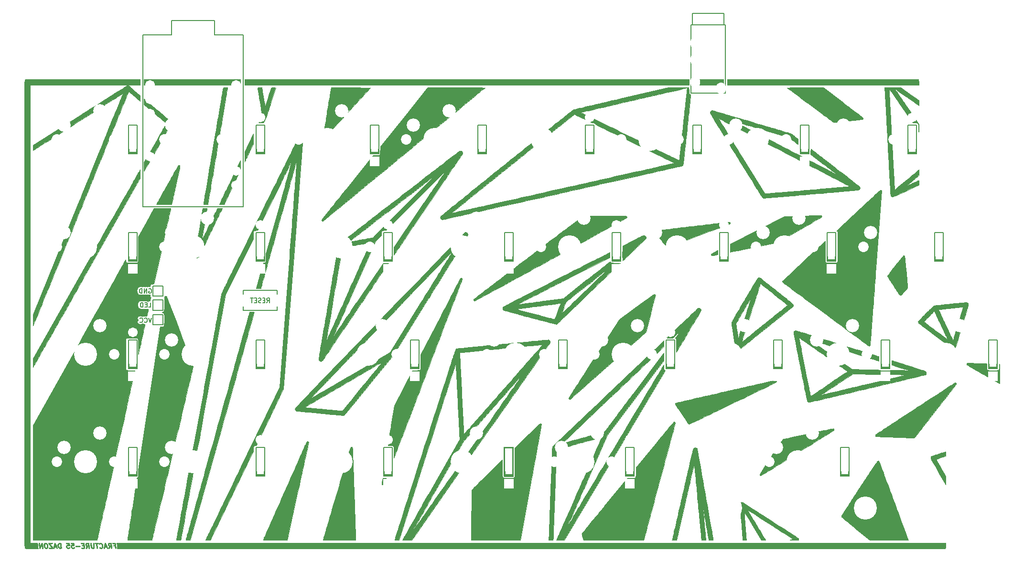
<source format=gbr>
G04 #@! TF.GenerationSoftware,KiCad,Pcbnew,(5.1.4)-1*
G04 #@! TF.CreationDate,2020-11-20T09:34:23-08:00*
G04 #@! TF.ProjectId,_autosave-_autosave-_autosave-_autosave-uwu-55,5f617574-6f73-4617-9665-2d5f6175746f,rev?*
G04 #@! TF.SameCoordinates,Original*
G04 #@! TF.FileFunction,Legend,Bot*
G04 #@! TF.FilePolarity,Positive*
%FSLAX46Y46*%
G04 Gerber Fmt 4.6, Leading zero omitted, Abs format (unit mm)*
G04 Created by KiCad (PCBNEW (5.1.4)-1) date 2020-11-20 09:34:23*
%MOMM*%
%LPD*%
G04 APERTURE LIST*
%ADD10C,0.010000*%
%ADD11C,0.150000*%
%ADD12C,1.702000*%
%ADD13R,1.702000X1.702000*%
%ADD14R,1.302000X1.702000*%
%ADD15O,1.702000X2.102000*%
%ADD16C,0.902000*%
%ADD17C,4.089800*%
%ADD18C,3.150000*%
%ADD19C,1.852000*%
%ADD20R,2.007000X2.007000*%
%ADD21C,2.007000*%
%ADD22C,2.352000*%
%ADD23C,2.102000*%
%ADD24R,1.626000X1.626000*%
G04 APERTURE END LIST*
D10*
G36*
X-39214900Y-138186682D02*
G01*
X-39112770Y-138198707D01*
X-39050967Y-138221019D01*
X-39024441Y-138255474D01*
X-39028143Y-138303928D01*
X-39028725Y-138305794D01*
X-39051468Y-138343228D01*
X-39098144Y-138358930D01*
X-39146255Y-138361064D01*
X-39217035Y-138368588D01*
X-39246103Y-138389659D01*
X-39246450Y-138392845D01*
X-39243625Y-138428514D01*
X-39235726Y-138504586D01*
X-39223857Y-138610995D01*
X-39209120Y-138737668D01*
X-39203806Y-138782285D01*
X-39189426Y-138914542D01*
X-39179492Y-139031045D01*
X-39174692Y-139121354D01*
X-39175715Y-139175027D01*
X-39177375Y-139182736D01*
X-39213471Y-139217886D01*
X-39267454Y-139222526D01*
X-39315160Y-139194736D01*
X-39315955Y-139193746D01*
X-39327358Y-139158570D01*
X-39342432Y-139082262D01*
X-39359614Y-138974273D01*
X-39377343Y-138844053D01*
X-39387186Y-138762721D01*
X-39433329Y-138363478D01*
X-39549317Y-138355914D01*
X-39626683Y-138345385D01*
X-39664947Y-138323694D01*
X-39673990Y-138302635D01*
X-39674953Y-138253184D01*
X-39651530Y-138218987D01*
X-39597248Y-138197561D01*
X-39505639Y-138186424D01*
X-39370232Y-138183092D01*
X-39362404Y-138183086D01*
X-39214900Y-138186682D01*
X-39214900Y-138186682D01*
G37*
X-39214900Y-138186682D02*
X-39112770Y-138198707D01*
X-39050967Y-138221019D01*
X-39024441Y-138255474D01*
X-39028143Y-138303928D01*
X-39028725Y-138305794D01*
X-39051468Y-138343228D01*
X-39098144Y-138358930D01*
X-39146255Y-138361064D01*
X-39217035Y-138368588D01*
X-39246103Y-138389659D01*
X-39246450Y-138392845D01*
X-39243625Y-138428514D01*
X-39235726Y-138504586D01*
X-39223857Y-138610995D01*
X-39209120Y-138737668D01*
X-39203806Y-138782285D01*
X-39189426Y-138914542D01*
X-39179492Y-139031045D01*
X-39174692Y-139121354D01*
X-39175715Y-139175027D01*
X-39177375Y-139182736D01*
X-39213471Y-139217886D01*
X-39267454Y-139222526D01*
X-39315160Y-139194736D01*
X-39315955Y-139193746D01*
X-39327358Y-139158570D01*
X-39342432Y-139082262D01*
X-39359614Y-138974273D01*
X-39377343Y-138844053D01*
X-39387186Y-138762721D01*
X-39433329Y-138363478D01*
X-39549317Y-138355914D01*
X-39626683Y-138345385D01*
X-39664947Y-138323694D01*
X-39673990Y-138302635D01*
X-39674953Y-138253184D01*
X-39651530Y-138218987D01*
X-39597248Y-138197561D01*
X-39505639Y-138186424D01*
X-39370232Y-138183092D01*
X-39362404Y-138183086D01*
X-39214900Y-138186682D01*
G36*
X-31618616Y-56999702D02*
G01*
X-51069066Y-56999702D01*
X-51069066Y-138208511D01*
X-50431930Y-138208511D01*
X-50258770Y-138209246D01*
X-50104444Y-138211315D01*
X-49975583Y-138214512D01*
X-49878817Y-138218631D01*
X-49820777Y-138223468D01*
X-49806760Y-138227873D01*
X-49807408Y-138257526D01*
X-49802611Y-138328241D01*
X-49793377Y-138430639D01*
X-49780712Y-138555343D01*
X-49765621Y-138692974D01*
X-49749113Y-138834155D01*
X-49732194Y-138969505D01*
X-49715870Y-139089649D01*
X-49709908Y-139130183D01*
X-49695492Y-139225528D01*
X-50782730Y-139225433D01*
X-51046779Y-139225325D01*
X-51264827Y-139224908D01*
X-51441720Y-139223971D01*
X-51582308Y-139222301D01*
X-51691438Y-139219684D01*
X-51773959Y-139215907D01*
X-51834719Y-139210760D01*
X-51878566Y-139204027D01*
X-51910350Y-139195497D01*
X-51934918Y-139184957D01*
X-51954130Y-139174026D01*
X-52021416Y-139115357D01*
X-52072048Y-139041535D01*
X-52074900Y-139035097D01*
X-52076527Y-139005912D01*
X-52078121Y-138926906D01*
X-52079683Y-138799112D01*
X-52081213Y-138623560D01*
X-52082710Y-138401280D01*
X-52084175Y-138133305D01*
X-52085607Y-137820665D01*
X-52087007Y-137464392D01*
X-52088374Y-137065515D01*
X-52089709Y-136625066D01*
X-52091011Y-136144076D01*
X-52092280Y-135623576D01*
X-52093517Y-135064597D01*
X-52094722Y-134468171D01*
X-52095893Y-133835327D01*
X-52097032Y-133167097D01*
X-52098139Y-132464512D01*
X-52099213Y-131728603D01*
X-52100254Y-130960401D01*
X-52101262Y-130160936D01*
X-52102237Y-129331241D01*
X-52103180Y-128472345D01*
X-52104090Y-127585281D01*
X-52104967Y-126671078D01*
X-52105812Y-125730768D01*
X-52106623Y-124765381D01*
X-52107402Y-123775950D01*
X-52108148Y-122763504D01*
X-52108861Y-121729075D01*
X-52109541Y-120673694D01*
X-52110188Y-119598392D01*
X-52110802Y-118504199D01*
X-52111383Y-117392147D01*
X-52111930Y-116263266D01*
X-52112446Y-115118589D01*
X-52112928Y-113959145D01*
X-52113377Y-112785965D01*
X-52113793Y-111600081D01*
X-52114176Y-110402524D01*
X-52114525Y-109194324D01*
X-52114842Y-107976513D01*
X-52115126Y-106750122D01*
X-52115376Y-105516181D01*
X-52115593Y-104275721D01*
X-52115777Y-103029775D01*
X-52115928Y-101779371D01*
X-52116045Y-100525542D01*
X-52116129Y-99269319D01*
X-52116180Y-98011732D01*
X-52116198Y-96753812D01*
X-52116182Y-95496591D01*
X-52116133Y-94241100D01*
X-52116051Y-92988368D01*
X-52115935Y-91739428D01*
X-52115786Y-90495311D01*
X-52115603Y-89257047D01*
X-52115387Y-88025667D01*
X-52115138Y-86802202D01*
X-52114855Y-85587684D01*
X-52114539Y-84383143D01*
X-52114189Y-83189611D01*
X-52113805Y-82008117D01*
X-52113388Y-80839694D01*
X-52112937Y-79685372D01*
X-52112453Y-78546183D01*
X-52111935Y-77423156D01*
X-52111385Y-76317324D01*
X-52110800Y-75229717D01*
X-52110181Y-74161366D01*
X-52109529Y-73113302D01*
X-52108842Y-72086557D01*
X-52108123Y-71082160D01*
X-52107369Y-70101144D01*
X-52106582Y-69144539D01*
X-52105760Y-68213376D01*
X-52104905Y-67308685D01*
X-52104017Y-66431499D01*
X-52103094Y-65582848D01*
X-52102137Y-64763763D01*
X-52101147Y-63975275D01*
X-52100123Y-63218415D01*
X-52099064Y-62494214D01*
X-52097972Y-61803703D01*
X-52096846Y-61147913D01*
X-52095686Y-60527874D01*
X-52094492Y-59944619D01*
X-52093264Y-59399177D01*
X-52092002Y-58892581D01*
X-52090706Y-58425860D01*
X-52089375Y-58000046D01*
X-52088011Y-57616170D01*
X-52086612Y-57275263D01*
X-52085180Y-56978356D01*
X-52083713Y-56726479D01*
X-52082212Y-56520664D01*
X-52080677Y-56361942D01*
X-52079108Y-56251344D01*
X-52077504Y-56189900D01*
X-52076451Y-56176828D01*
X-52030694Y-56100834D01*
X-51971321Y-56037805D01*
X-51901247Y-55982685D01*
X-31618616Y-55982685D01*
X-31618616Y-56999702D01*
X-31618616Y-56999702D01*
G37*
X-31618616Y-56999702D02*
X-51069066Y-56999702D01*
X-51069066Y-138208511D01*
X-50431930Y-138208511D01*
X-50258770Y-138209246D01*
X-50104444Y-138211315D01*
X-49975583Y-138214512D01*
X-49878817Y-138218631D01*
X-49820777Y-138223468D01*
X-49806760Y-138227873D01*
X-49807408Y-138257526D01*
X-49802611Y-138328241D01*
X-49793377Y-138430639D01*
X-49780712Y-138555343D01*
X-49765621Y-138692974D01*
X-49749113Y-138834155D01*
X-49732194Y-138969505D01*
X-49715870Y-139089649D01*
X-49709908Y-139130183D01*
X-49695492Y-139225528D01*
X-50782730Y-139225433D01*
X-51046779Y-139225325D01*
X-51264827Y-139224908D01*
X-51441720Y-139223971D01*
X-51582308Y-139222301D01*
X-51691438Y-139219684D01*
X-51773959Y-139215907D01*
X-51834719Y-139210760D01*
X-51878566Y-139204027D01*
X-51910350Y-139195497D01*
X-51934918Y-139184957D01*
X-51954130Y-139174026D01*
X-52021416Y-139115357D01*
X-52072048Y-139041535D01*
X-52074900Y-139035097D01*
X-52076527Y-139005912D01*
X-52078121Y-138926906D01*
X-52079683Y-138799112D01*
X-52081213Y-138623560D01*
X-52082710Y-138401280D01*
X-52084175Y-138133305D01*
X-52085607Y-137820665D01*
X-52087007Y-137464392D01*
X-52088374Y-137065515D01*
X-52089709Y-136625066D01*
X-52091011Y-136144076D01*
X-52092280Y-135623576D01*
X-52093517Y-135064597D01*
X-52094722Y-134468171D01*
X-52095893Y-133835327D01*
X-52097032Y-133167097D01*
X-52098139Y-132464512D01*
X-52099213Y-131728603D01*
X-52100254Y-130960401D01*
X-52101262Y-130160936D01*
X-52102237Y-129331241D01*
X-52103180Y-128472345D01*
X-52104090Y-127585281D01*
X-52104967Y-126671078D01*
X-52105812Y-125730768D01*
X-52106623Y-124765381D01*
X-52107402Y-123775950D01*
X-52108148Y-122763504D01*
X-52108861Y-121729075D01*
X-52109541Y-120673694D01*
X-52110188Y-119598392D01*
X-52110802Y-118504199D01*
X-52111383Y-117392147D01*
X-52111930Y-116263266D01*
X-52112446Y-115118589D01*
X-52112928Y-113959145D01*
X-52113377Y-112785965D01*
X-52113793Y-111600081D01*
X-52114176Y-110402524D01*
X-52114525Y-109194324D01*
X-52114842Y-107976513D01*
X-52115126Y-106750122D01*
X-52115376Y-105516181D01*
X-52115593Y-104275721D01*
X-52115777Y-103029775D01*
X-52115928Y-101779371D01*
X-52116045Y-100525542D01*
X-52116129Y-99269319D01*
X-52116180Y-98011732D01*
X-52116198Y-96753812D01*
X-52116182Y-95496591D01*
X-52116133Y-94241100D01*
X-52116051Y-92988368D01*
X-52115935Y-91739428D01*
X-52115786Y-90495311D01*
X-52115603Y-89257047D01*
X-52115387Y-88025667D01*
X-52115138Y-86802202D01*
X-52114855Y-85587684D01*
X-52114539Y-84383143D01*
X-52114189Y-83189611D01*
X-52113805Y-82008117D01*
X-52113388Y-80839694D01*
X-52112937Y-79685372D01*
X-52112453Y-78546183D01*
X-52111935Y-77423156D01*
X-52111385Y-76317324D01*
X-52110800Y-75229717D01*
X-52110181Y-74161366D01*
X-52109529Y-73113302D01*
X-52108842Y-72086557D01*
X-52108123Y-71082160D01*
X-52107369Y-70101144D01*
X-52106582Y-69144539D01*
X-52105760Y-68213376D01*
X-52104905Y-67308685D01*
X-52104017Y-66431499D01*
X-52103094Y-65582848D01*
X-52102137Y-64763763D01*
X-52101147Y-63975275D01*
X-52100123Y-63218415D01*
X-52099064Y-62494214D01*
X-52097972Y-61803703D01*
X-52096846Y-61147913D01*
X-52095686Y-60527874D01*
X-52094492Y-59944619D01*
X-52093264Y-59399177D01*
X-52092002Y-58892581D01*
X-52090706Y-58425860D01*
X-52089375Y-58000046D01*
X-52088011Y-57616170D01*
X-52086612Y-57275263D01*
X-52085180Y-56978356D01*
X-52083713Y-56726479D01*
X-52082212Y-56520664D01*
X-52080677Y-56361942D01*
X-52079108Y-56251344D01*
X-52077504Y-56189900D01*
X-52076451Y-56176828D01*
X-52030694Y-56100834D01*
X-51971321Y-56037805D01*
X-51901247Y-55982685D01*
X-31618616Y-55982685D01*
X-31618616Y-56999702D01*
G36*
X-45743081Y-138188821D02*
G01*
X-45683496Y-138205149D01*
X-45681470Y-138206370D01*
X-45662221Y-138241717D01*
X-45641803Y-138324760D01*
X-45619994Y-138456598D01*
X-45600368Y-138606431D01*
X-45583283Y-138746556D01*
X-45567300Y-138875002D01*
X-45553869Y-138980295D01*
X-45544440Y-139050960D01*
X-45542196Y-139066432D01*
X-45543687Y-139145201D01*
X-45580066Y-139195199D01*
X-45655876Y-139220095D01*
X-45737899Y-139224533D01*
X-45831427Y-139217169D01*
X-45916786Y-139199677D01*
X-45945843Y-139189350D01*
X-46067094Y-139108441D01*
X-46161401Y-138991561D01*
X-46224698Y-138848157D01*
X-46249920Y-138704712D01*
X-46072601Y-138704712D01*
X-46041186Y-138823129D01*
X-45984419Y-138926008D01*
X-45908714Y-139002880D01*
X-45820485Y-139043277D01*
X-45786934Y-139046874D01*
X-45742353Y-139040217D01*
X-45729930Y-139028481D01*
X-45732993Y-138997162D01*
X-45741184Y-138925948D01*
X-45753258Y-138825396D01*
X-45767970Y-138706060D01*
X-45768068Y-138705273D01*
X-45782797Y-138585357D01*
X-45794858Y-138483668D01*
X-45803009Y-138410943D01*
X-45806003Y-138377923D01*
X-45806003Y-138377921D01*
X-45826259Y-138365033D01*
X-45875512Y-138369160D01*
X-45936494Y-138386223D01*
X-45991933Y-138412139D01*
X-46011438Y-138426466D01*
X-46041810Y-138475088D01*
X-46066371Y-138550402D01*
X-46072248Y-138581226D01*
X-46072601Y-138704712D01*
X-46249920Y-138704712D01*
X-46252917Y-138687673D01*
X-46241991Y-138519555D01*
X-46239560Y-138507284D01*
X-46189499Y-138369546D01*
X-46104316Y-138268299D01*
X-46001395Y-138210129D01*
X-45923025Y-138191557D01*
X-45829923Y-138184372D01*
X-45743081Y-138188821D01*
X-45743081Y-138188821D01*
G37*
X-45743081Y-138188821D02*
X-45683496Y-138205149D01*
X-45681470Y-138206370D01*
X-45662221Y-138241717D01*
X-45641803Y-138324760D01*
X-45619994Y-138456598D01*
X-45600368Y-138606431D01*
X-45583283Y-138746556D01*
X-45567300Y-138875002D01*
X-45553869Y-138980295D01*
X-45544440Y-139050960D01*
X-45542196Y-139066432D01*
X-45543687Y-139145201D01*
X-45580066Y-139195199D01*
X-45655876Y-139220095D01*
X-45737899Y-139224533D01*
X-45831427Y-139217169D01*
X-45916786Y-139199677D01*
X-45945843Y-139189350D01*
X-46067094Y-139108441D01*
X-46161401Y-138991561D01*
X-46224698Y-138848157D01*
X-46249920Y-138704712D01*
X-46072601Y-138704712D01*
X-46041186Y-138823129D01*
X-45984419Y-138926008D01*
X-45908714Y-139002880D01*
X-45820485Y-139043277D01*
X-45786934Y-139046874D01*
X-45742353Y-139040217D01*
X-45729930Y-139028481D01*
X-45732993Y-138997162D01*
X-45741184Y-138925948D01*
X-45753258Y-138825396D01*
X-45767970Y-138706060D01*
X-45768068Y-138705273D01*
X-45782797Y-138585357D01*
X-45794858Y-138483668D01*
X-45803009Y-138410943D01*
X-45806003Y-138377923D01*
X-45806003Y-138377921D01*
X-45826259Y-138365033D01*
X-45875512Y-138369160D01*
X-45936494Y-138386223D01*
X-45991933Y-138412139D01*
X-46011438Y-138426466D01*
X-46041810Y-138475088D01*
X-46066371Y-138550402D01*
X-46072248Y-138581226D01*
X-46072601Y-138704712D01*
X-46249920Y-138704712D01*
X-46252917Y-138687673D01*
X-46241991Y-138519555D01*
X-46239560Y-138507284D01*
X-46189499Y-138369546D01*
X-46104316Y-138268299D01*
X-46001395Y-138210129D01*
X-45923025Y-138191557D01*
X-45829923Y-138184372D01*
X-45743081Y-138188821D01*
G36*
X-43567406Y-138185055D02*
G01*
X-43477847Y-138194067D01*
X-43418732Y-138209941D01*
X-43410739Y-138214867D01*
X-43384970Y-138255858D01*
X-43356931Y-138332113D01*
X-43329938Y-138429058D01*
X-43307307Y-138532123D01*
X-43292351Y-138626733D01*
X-43288387Y-138698318D01*
X-43294150Y-138727328D01*
X-43339117Y-138763058D01*
X-43403323Y-138759137D01*
X-43455648Y-138730541D01*
X-43518525Y-138703475D01*
X-43598681Y-138693416D01*
X-43673511Y-138701097D01*
X-43716033Y-138722105D01*
X-43742418Y-138780064D01*
X-43742393Y-138860052D01*
X-43717700Y-138941755D01*
X-43693847Y-138980558D01*
X-43622505Y-139033174D01*
X-43529277Y-139048100D01*
X-43427601Y-139024224D01*
X-43390988Y-139005604D01*
X-43316693Y-138977909D01*
X-43263788Y-138990969D01*
X-43239035Y-139042386D01*
X-43238035Y-139059839D01*
X-43260979Y-139123726D01*
X-43322177Y-139174413D01*
X-43410175Y-139209428D01*
X-43513520Y-139226297D01*
X-43620759Y-139222548D01*
X-43720438Y-139195707D01*
X-43763253Y-139173246D01*
X-43841362Y-139095224D01*
X-43896413Y-138982040D01*
X-43922942Y-138846240D01*
X-43924522Y-138802952D01*
X-43918054Y-138721391D01*
X-43891297Y-138660782D01*
X-43838075Y-138600063D01*
X-43775780Y-138545539D01*
X-43717017Y-138520236D01*
X-43636065Y-138513650D01*
X-43626362Y-138513616D01*
X-43552060Y-138512180D01*
X-43516562Y-138502578D01*
X-43507819Y-138476868D01*
X-43512147Y-138438324D01*
X-43523197Y-138363032D01*
X-43729935Y-138355691D01*
X-43833599Y-138350614D01*
X-43896893Y-138342597D01*
X-43930298Y-138328901D01*
X-43944295Y-138306785D01*
X-43946074Y-138299181D01*
X-43935033Y-138246081D01*
X-43909714Y-138216548D01*
X-43858564Y-138198651D01*
X-43773784Y-138187401D01*
X-43671391Y-138182851D01*
X-43567406Y-138185055D01*
X-43567406Y-138185055D01*
G37*
X-43567406Y-138185055D02*
X-43477847Y-138194067D01*
X-43418732Y-138209941D01*
X-43410739Y-138214867D01*
X-43384970Y-138255858D01*
X-43356931Y-138332113D01*
X-43329938Y-138429058D01*
X-43307307Y-138532123D01*
X-43292351Y-138626733D01*
X-43288387Y-138698318D01*
X-43294150Y-138727328D01*
X-43339117Y-138763058D01*
X-43403323Y-138759137D01*
X-43455648Y-138730541D01*
X-43518525Y-138703475D01*
X-43598681Y-138693416D01*
X-43673511Y-138701097D01*
X-43716033Y-138722105D01*
X-43742418Y-138780064D01*
X-43742393Y-138860052D01*
X-43717700Y-138941755D01*
X-43693847Y-138980558D01*
X-43622505Y-139033174D01*
X-43529277Y-139048100D01*
X-43427601Y-139024224D01*
X-43390988Y-139005604D01*
X-43316693Y-138977909D01*
X-43263788Y-138990969D01*
X-43239035Y-139042386D01*
X-43238035Y-139059839D01*
X-43260979Y-139123726D01*
X-43322177Y-139174413D01*
X-43410175Y-139209428D01*
X-43513520Y-139226297D01*
X-43620759Y-139222548D01*
X-43720438Y-139195707D01*
X-43763253Y-139173246D01*
X-43841362Y-139095224D01*
X-43896413Y-138982040D01*
X-43922942Y-138846240D01*
X-43924522Y-138802952D01*
X-43918054Y-138721391D01*
X-43891297Y-138660782D01*
X-43838075Y-138600063D01*
X-43775780Y-138545539D01*
X-43717017Y-138520236D01*
X-43636065Y-138513650D01*
X-43626362Y-138513616D01*
X-43552060Y-138512180D01*
X-43516562Y-138502578D01*
X-43507819Y-138476868D01*
X-43512147Y-138438324D01*
X-43523197Y-138363032D01*
X-43729935Y-138355691D01*
X-43833599Y-138350614D01*
X-43896893Y-138342597D01*
X-43930298Y-138328901D01*
X-43944295Y-138306785D01*
X-43946074Y-138299181D01*
X-43935033Y-138246081D01*
X-43909714Y-138216548D01*
X-43858564Y-138198651D01*
X-43773784Y-138187401D01*
X-43671391Y-138182851D01*
X-43567406Y-138185055D01*
G36*
X-37783091Y-138202568D02*
G01*
X-37759807Y-138232352D01*
X-37720796Y-138300080D01*
X-37670205Y-138396891D01*
X-37612179Y-138513922D01*
X-37550862Y-138642310D01*
X-37490401Y-138773194D01*
X-37434942Y-138897710D01*
X-37388628Y-139006997D01*
X-37355606Y-139092191D01*
X-37340022Y-139144431D01*
X-37339336Y-139151263D01*
X-37360392Y-139193829D01*
X-37408670Y-139216677D01*
X-37461834Y-139211488D01*
X-37476469Y-139202350D01*
X-37507070Y-139162996D01*
X-37543769Y-139097621D01*
X-37555386Y-139073122D01*
X-37584811Y-139013701D01*
X-37614940Y-138983520D01*
X-37663180Y-138972679D01*
X-37734462Y-138971274D01*
X-37867611Y-138971274D01*
X-37885429Y-139066619D01*
X-37903811Y-139137650D01*
X-37925927Y-139188780D01*
X-37929510Y-139193746D01*
X-37977494Y-139222072D01*
X-38031686Y-139218800D01*
X-38068168Y-139185550D01*
X-38068657Y-139184320D01*
X-38069365Y-139144134D01*
X-38059691Y-139064652D01*
X-38041749Y-138955856D01*
X-38017655Y-138827729D01*
X-37996663Y-138725150D01*
X-37818283Y-138725150D01*
X-37813343Y-138772700D01*
X-37780886Y-138791767D01*
X-37758856Y-138793296D01*
X-37711024Y-138788653D01*
X-37695292Y-138779767D01*
X-37704618Y-138750017D01*
X-37727881Y-138692369D01*
X-37736817Y-138671708D01*
X-37763722Y-138613367D01*
X-37778981Y-138597388D01*
X-37791109Y-138619451D01*
X-37797846Y-138640743D01*
X-37818283Y-138725150D01*
X-37996663Y-138725150D01*
X-37989522Y-138690256D01*
X-37959466Y-138553418D01*
X-37929600Y-138427201D01*
X-37902040Y-138321587D01*
X-37878900Y-138246559D01*
X-37862843Y-138212613D01*
X-37816528Y-138191312D01*
X-37783091Y-138202568D01*
X-37783091Y-138202568D01*
G37*
X-37783091Y-138202568D02*
X-37759807Y-138232352D01*
X-37720796Y-138300080D01*
X-37670205Y-138396891D01*
X-37612179Y-138513922D01*
X-37550862Y-138642310D01*
X-37490401Y-138773194D01*
X-37434942Y-138897710D01*
X-37388628Y-139006997D01*
X-37355606Y-139092191D01*
X-37340022Y-139144431D01*
X-37339336Y-139151263D01*
X-37360392Y-139193829D01*
X-37408670Y-139216677D01*
X-37461834Y-139211488D01*
X-37476469Y-139202350D01*
X-37507070Y-139162996D01*
X-37543769Y-139097621D01*
X-37555386Y-139073122D01*
X-37584811Y-139013701D01*
X-37614940Y-138983520D01*
X-37663180Y-138972679D01*
X-37734462Y-138971274D01*
X-37867611Y-138971274D01*
X-37885429Y-139066619D01*
X-37903811Y-139137650D01*
X-37925927Y-139188780D01*
X-37929510Y-139193746D01*
X-37977494Y-139222072D01*
X-38031686Y-139218800D01*
X-38068168Y-139185550D01*
X-38068657Y-139184320D01*
X-38069365Y-139144134D01*
X-38059691Y-139064652D01*
X-38041749Y-138955856D01*
X-38017655Y-138827729D01*
X-37996663Y-138725150D01*
X-37818283Y-138725150D01*
X-37813343Y-138772700D01*
X-37780886Y-138791767D01*
X-37758856Y-138793296D01*
X-37711024Y-138788653D01*
X-37695292Y-138779767D01*
X-37704618Y-138750017D01*
X-37727881Y-138692369D01*
X-37736817Y-138671708D01*
X-37763722Y-138613367D01*
X-37778981Y-138597388D01*
X-37791109Y-138619451D01*
X-37797846Y-138640743D01*
X-37818283Y-138725150D01*
X-37996663Y-138725150D01*
X-37989522Y-138690256D01*
X-37959466Y-138553418D01*
X-37929600Y-138427201D01*
X-37902040Y-138321587D01*
X-37878900Y-138246559D01*
X-37862843Y-138212613D01*
X-37816528Y-138191312D01*
X-37783091Y-138202568D01*
G36*
X-36859497Y-138187954D02*
G01*
X-36783593Y-138200706D01*
X-36749247Y-138214867D01*
X-36731839Y-138241868D01*
X-36714793Y-138298226D01*
X-36697083Y-138389236D01*
X-36677685Y-138520196D01*
X-36655574Y-138696402D01*
X-36654814Y-138702814D01*
X-36635748Y-138868409D01*
X-36623248Y-138990785D01*
X-36617050Y-139077112D01*
X-36616891Y-139134563D01*
X-36622507Y-139170307D01*
X-36633634Y-139191517D01*
X-36636718Y-139194867D01*
X-36691817Y-139218262D01*
X-36724609Y-139214249D01*
X-36756719Y-139193674D01*
X-36777070Y-139148866D01*
X-36790902Y-139067368D01*
X-36792572Y-139052727D01*
X-36802232Y-138966349D01*
X-36810218Y-138897378D01*
X-36813615Y-138869864D01*
X-36831655Y-138827518D01*
X-36866941Y-138831015D01*
X-36917703Y-138879038D01*
X-36982171Y-138970270D01*
X-37009822Y-139015870D01*
X-37086767Y-139134060D01*
X-37151417Y-139204325D01*
X-37205075Y-139227739D01*
X-37245037Y-139209650D01*
X-37262374Y-139160357D01*
X-37244219Y-139080677D01*
X-37190012Y-138968226D01*
X-37186784Y-138962477D01*
X-37139856Y-138876996D01*
X-37116979Y-138826234D01*
X-37115915Y-138801377D01*
X-37134432Y-138793611D01*
X-37143889Y-138793296D01*
X-37193453Y-138771799D01*
X-37249058Y-138716957D01*
X-37299442Y-138643239D01*
X-37333343Y-138565116D01*
X-37338588Y-138543136D01*
X-37339752Y-138484918D01*
X-37161358Y-138484918D01*
X-37140500Y-138567282D01*
X-37079583Y-138619804D01*
X-36981090Y-138640494D01*
X-36966727Y-138640743D01*
X-36897998Y-138638498D01*
X-36866089Y-138624750D01*
X-36856981Y-138588978D01*
X-36856600Y-138558111D01*
X-36861809Y-138457787D01*
X-36880941Y-138398032D01*
X-36920818Y-138369061D01*
X-36988261Y-138361088D01*
X-36993973Y-138361064D01*
X-37088297Y-138372186D01*
X-37142066Y-138408435D01*
X-37161125Y-138474138D01*
X-37161358Y-138484918D01*
X-37339752Y-138484918D01*
X-37341097Y-138417748D01*
X-37300259Y-138316722D01*
X-37218566Y-138242405D01*
X-37098509Y-138197143D01*
X-36956458Y-138183181D01*
X-36859497Y-138187954D01*
X-36859497Y-138187954D01*
G37*
X-36859497Y-138187954D02*
X-36783593Y-138200706D01*
X-36749247Y-138214867D01*
X-36731839Y-138241868D01*
X-36714793Y-138298226D01*
X-36697083Y-138389236D01*
X-36677685Y-138520196D01*
X-36655574Y-138696402D01*
X-36654814Y-138702814D01*
X-36635748Y-138868409D01*
X-36623248Y-138990785D01*
X-36617050Y-139077112D01*
X-36616891Y-139134563D01*
X-36622507Y-139170307D01*
X-36633634Y-139191517D01*
X-36636718Y-139194867D01*
X-36691817Y-139218262D01*
X-36724609Y-139214249D01*
X-36756719Y-139193674D01*
X-36777070Y-139148866D01*
X-36790902Y-139067368D01*
X-36792572Y-139052727D01*
X-36802232Y-138966349D01*
X-36810218Y-138897378D01*
X-36813615Y-138869864D01*
X-36831655Y-138827518D01*
X-36866941Y-138831015D01*
X-36917703Y-138879038D01*
X-36982171Y-138970270D01*
X-37009822Y-139015870D01*
X-37086767Y-139134060D01*
X-37151417Y-139204325D01*
X-37205075Y-139227739D01*
X-37245037Y-139209650D01*
X-37262374Y-139160357D01*
X-37244219Y-139080677D01*
X-37190012Y-138968226D01*
X-37186784Y-138962477D01*
X-37139856Y-138876996D01*
X-37116979Y-138826234D01*
X-37115915Y-138801377D01*
X-37134432Y-138793611D01*
X-37143889Y-138793296D01*
X-37193453Y-138771799D01*
X-37249058Y-138716957D01*
X-37299442Y-138643239D01*
X-37333343Y-138565116D01*
X-37338588Y-138543136D01*
X-37339752Y-138484918D01*
X-37161358Y-138484918D01*
X-37140500Y-138567282D01*
X-37079583Y-138619804D01*
X-36981090Y-138640494D01*
X-36966727Y-138640743D01*
X-36897998Y-138638498D01*
X-36866089Y-138624750D01*
X-36856981Y-138588978D01*
X-36856600Y-138558111D01*
X-36861809Y-138457787D01*
X-36880941Y-138398032D01*
X-36920818Y-138369061D01*
X-36988261Y-138361088D01*
X-36993973Y-138361064D01*
X-37088297Y-138372186D01*
X-37142066Y-138408435D01*
X-37161125Y-138474138D01*
X-37161358Y-138484918D01*
X-37339752Y-138484918D01*
X-37341097Y-138417748D01*
X-37300259Y-138316722D01*
X-37218566Y-138242405D01*
X-37098509Y-138197143D01*
X-36956458Y-138183181D01*
X-36859497Y-138187954D01*
G36*
X-48214155Y-138217696D02*
G01*
X-48106256Y-138290549D01*
X-48021887Y-138403286D01*
X-47980617Y-138502092D01*
X-47955856Y-138609192D01*
X-47940722Y-138733087D01*
X-47935650Y-138858374D01*
X-47941072Y-138969652D01*
X-47957422Y-139051517D01*
X-47964684Y-139068342D01*
X-48034313Y-139148477D01*
X-48134422Y-139201280D01*
X-48250998Y-139224033D01*
X-48370022Y-139214016D01*
X-48477478Y-139168510D01*
X-48478269Y-139167985D01*
X-48563006Y-139088728D01*
X-48625915Y-138975659D01*
X-48669822Y-138822818D01*
X-48685258Y-138731593D01*
X-48698515Y-138553070D01*
X-48698085Y-138549503D01*
X-48523972Y-138549503D01*
X-48516878Y-138645119D01*
X-48516825Y-138645681D01*
X-48492559Y-138807053D01*
X-48454219Y-138927585D01*
X-48403159Y-139003515D01*
X-48382710Y-139018755D01*
X-48298306Y-139044383D01*
X-48208804Y-139036839D01*
X-48158812Y-139013256D01*
X-48133233Y-138985098D01*
X-48119442Y-138939361D01*
X-48114783Y-138863171D01*
X-48115184Y-138801753D01*
X-48122554Y-138695846D01*
X-48138495Y-138596424D01*
X-48156856Y-138532642D01*
X-48215051Y-138437290D01*
X-48289155Y-138379708D01*
X-48370282Y-138363134D01*
X-48449548Y-138390804D01*
X-48479013Y-138415255D01*
X-48507489Y-138449494D01*
X-48521659Y-138489269D01*
X-48523972Y-138549503D01*
X-48698085Y-138549503D01*
X-48681646Y-138413315D01*
X-48633436Y-138309264D01*
X-48552669Y-138237850D01*
X-48476761Y-138205833D01*
X-48339638Y-138188274D01*
X-48214155Y-138217696D01*
X-48214155Y-138217696D01*
G37*
X-48214155Y-138217696D02*
X-48106256Y-138290549D01*
X-48021887Y-138403286D01*
X-47980617Y-138502092D01*
X-47955856Y-138609192D01*
X-47940722Y-138733087D01*
X-47935650Y-138858374D01*
X-47941072Y-138969652D01*
X-47957422Y-139051517D01*
X-47964684Y-139068342D01*
X-48034313Y-139148477D01*
X-48134422Y-139201280D01*
X-48250998Y-139224033D01*
X-48370022Y-139214016D01*
X-48477478Y-139168510D01*
X-48478269Y-139167985D01*
X-48563006Y-139088728D01*
X-48625915Y-138975659D01*
X-48669822Y-138822818D01*
X-48685258Y-138731593D01*
X-48698515Y-138553070D01*
X-48698085Y-138549503D01*
X-48523972Y-138549503D01*
X-48516878Y-138645119D01*
X-48516825Y-138645681D01*
X-48492559Y-138807053D01*
X-48454219Y-138927585D01*
X-48403159Y-139003515D01*
X-48382710Y-139018755D01*
X-48298306Y-139044383D01*
X-48208804Y-139036839D01*
X-48158812Y-139013256D01*
X-48133233Y-138985098D01*
X-48119442Y-138939361D01*
X-48114783Y-138863171D01*
X-48115184Y-138801753D01*
X-48122554Y-138695846D01*
X-48138495Y-138596424D01*
X-48156856Y-138532642D01*
X-48215051Y-138437290D01*
X-48289155Y-138379708D01*
X-48370282Y-138363134D01*
X-48449548Y-138390804D01*
X-48479013Y-138415255D01*
X-48507489Y-138449494D01*
X-48521659Y-138489269D01*
X-48523972Y-138549503D01*
X-48698085Y-138549503D01*
X-48681646Y-138413315D01*
X-48633436Y-138309264D01*
X-48552669Y-138237850D01*
X-48476761Y-138205833D01*
X-48339638Y-138188274D01*
X-48214155Y-138217696D01*
G36*
X111094156Y-138621674D02*
G01*
X111092487Y-138769453D01*
X111087977Y-138906445D01*
X111081213Y-139021405D01*
X111072785Y-139103087D01*
X111067535Y-139130183D01*
X111041056Y-139225528D01*
X-35661258Y-139225528D01*
X-35661287Y-139130183D01*
X-35664529Y-139071715D01*
X-35673439Y-138974367D01*
X-35686822Y-138849646D01*
X-35703482Y-138709059D01*
X-35712109Y-138640743D01*
X-35729538Y-138504368D01*
X-35744391Y-138385951D01*
X-35755551Y-138294589D01*
X-35761897Y-138239379D01*
X-35762931Y-138227580D01*
X-35737612Y-138227078D01*
X-35662076Y-138226578D01*
X-35536955Y-138226082D01*
X-35362884Y-138225590D01*
X-35140496Y-138225101D01*
X-34870423Y-138224616D01*
X-34553301Y-138224134D01*
X-34189762Y-138223657D01*
X-33780439Y-138223184D01*
X-33325965Y-138222715D01*
X-32826976Y-138222251D01*
X-32284103Y-138221792D01*
X-31697980Y-138221338D01*
X-31069240Y-138220888D01*
X-30398518Y-138220444D01*
X-29686446Y-138220006D01*
X-28933657Y-138219573D01*
X-28140786Y-138219145D01*
X-27308466Y-138218724D01*
X-26437329Y-138218308D01*
X-25528010Y-138217899D01*
X-24581142Y-138217496D01*
X-23597358Y-138217100D01*
X-22577292Y-138216711D01*
X-21521576Y-138216328D01*
X-20430846Y-138215952D01*
X-19305733Y-138215584D01*
X-18146872Y-138215223D01*
X-16954895Y-138214870D01*
X-15730437Y-138214524D01*
X-14474130Y-138214186D01*
X-13186608Y-138213856D01*
X-11868505Y-138213534D01*
X-10520453Y-138213221D01*
X-9143087Y-138212916D01*
X-7737039Y-138212620D01*
X-6302943Y-138212333D01*
X-4841433Y-138212055D01*
X-3353142Y-138211786D01*
X-1838703Y-138211526D01*
X-298750Y-138211276D01*
X1266084Y-138211036D01*
X2855166Y-138210805D01*
X4467861Y-138210584D01*
X6103537Y-138210374D01*
X7761561Y-138210174D01*
X9441298Y-138209984D01*
X11142115Y-138209805D01*
X12863379Y-138209637D01*
X14604457Y-138209480D01*
X16364715Y-138209334D01*
X18143520Y-138209200D01*
X19940238Y-138209077D01*
X21754236Y-138208965D01*
X23584881Y-138208865D01*
X25431538Y-138208778D01*
X27293575Y-138208702D01*
X29170359Y-138208639D01*
X31061255Y-138208588D01*
X32965630Y-138208550D01*
X34882852Y-138208525D01*
X36812286Y-138208512D01*
X37665669Y-138208511D01*
X111094297Y-138208511D01*
X111094156Y-138621674D01*
X111094156Y-138621674D01*
G37*
X111094156Y-138621674D02*
X111092487Y-138769453D01*
X111087977Y-138906445D01*
X111081213Y-139021405D01*
X111072785Y-139103087D01*
X111067535Y-139130183D01*
X111041056Y-139225528D01*
X-35661258Y-139225528D01*
X-35661287Y-139130183D01*
X-35664529Y-139071715D01*
X-35673439Y-138974367D01*
X-35686822Y-138849646D01*
X-35703482Y-138709059D01*
X-35712109Y-138640743D01*
X-35729538Y-138504368D01*
X-35744391Y-138385951D01*
X-35755551Y-138294589D01*
X-35761897Y-138239379D01*
X-35762931Y-138227580D01*
X-35737612Y-138227078D01*
X-35662076Y-138226578D01*
X-35536955Y-138226082D01*
X-35362884Y-138225590D01*
X-35140496Y-138225101D01*
X-34870423Y-138224616D01*
X-34553301Y-138224134D01*
X-34189762Y-138223657D01*
X-33780439Y-138223184D01*
X-33325965Y-138222715D01*
X-32826976Y-138222251D01*
X-32284103Y-138221792D01*
X-31697980Y-138221338D01*
X-31069240Y-138220888D01*
X-30398518Y-138220444D01*
X-29686446Y-138220006D01*
X-28933657Y-138219573D01*
X-28140786Y-138219145D01*
X-27308466Y-138218724D01*
X-26437329Y-138218308D01*
X-25528010Y-138217899D01*
X-24581142Y-138217496D01*
X-23597358Y-138217100D01*
X-22577292Y-138216711D01*
X-21521576Y-138216328D01*
X-20430846Y-138215952D01*
X-19305733Y-138215584D01*
X-18146872Y-138215223D01*
X-16954895Y-138214870D01*
X-15730437Y-138214524D01*
X-14474130Y-138214186D01*
X-13186608Y-138213856D01*
X-11868505Y-138213534D01*
X-10520453Y-138213221D01*
X-9143087Y-138212916D01*
X-7737039Y-138212620D01*
X-6302943Y-138212333D01*
X-4841433Y-138212055D01*
X-3353142Y-138211786D01*
X-1838703Y-138211526D01*
X-298750Y-138211276D01*
X1266084Y-138211036D01*
X2855166Y-138210805D01*
X4467861Y-138210584D01*
X6103537Y-138210374D01*
X7761561Y-138210174D01*
X9441298Y-138209984D01*
X11142115Y-138209805D01*
X12863379Y-138209637D01*
X14604457Y-138209480D01*
X16364715Y-138209334D01*
X18143520Y-138209200D01*
X19940238Y-138209077D01*
X21754236Y-138208965D01*
X23584881Y-138208865D01*
X25431538Y-138208778D01*
X27293575Y-138208702D01*
X29170359Y-138208639D01*
X31061255Y-138208588D01*
X32965630Y-138208550D01*
X34882852Y-138208525D01*
X36812286Y-138208512D01*
X37665669Y-138208511D01*
X111094297Y-138208511D01*
X111094156Y-138621674D01*
G36*
X-40319855Y-138217296D02*
G01*
X-40300840Y-138259466D01*
X-40280018Y-138346764D01*
X-40258542Y-138473556D01*
X-40241736Y-138599055D01*
X-40219983Y-138761568D01*
X-40197972Y-138880018D01*
X-40172436Y-138961103D01*
X-40140104Y-139011523D01*
X-40097709Y-139037976D01*
X-40041980Y-139047160D01*
X-40022862Y-139047550D01*
X-39970340Y-139043514D01*
X-39934031Y-139026842D01*
X-39912502Y-138990687D01*
X-39904322Y-138928205D01*
X-39908056Y-138832550D01*
X-39922275Y-138696875D01*
X-39932429Y-138615318D01*
X-39947765Y-138487162D01*
X-39959090Y-138376182D01*
X-39965506Y-138292602D01*
X-39966112Y-138246643D01*
X-39965260Y-138242259D01*
X-39928325Y-138203136D01*
X-39873825Y-138197724D01*
X-39834801Y-138219267D01*
X-39814109Y-138262601D01*
X-39792650Y-138345285D01*
X-39771825Y-138455863D01*
X-39753035Y-138582881D01*
X-39737681Y-138714884D01*
X-39727166Y-138840416D01*
X-39722889Y-138948023D01*
X-39726252Y-139026249D01*
X-39732621Y-139054566D01*
X-39792420Y-139138848D01*
X-39884144Y-139197248D01*
X-39994066Y-139226286D01*
X-40108463Y-139222484D01*
X-40213608Y-139182360D01*
X-40220166Y-139178168D01*
X-40283647Y-139127016D01*
X-40330736Y-139075106D01*
X-40346421Y-139032483D01*
X-40365215Y-138950969D01*
X-40385501Y-138841875D01*
X-40405665Y-138716510D01*
X-40424092Y-138586185D01*
X-40439169Y-138462210D01*
X-40449279Y-138355895D01*
X-40452809Y-138278551D01*
X-40449396Y-138243947D01*
X-40411228Y-138203377D01*
X-40356256Y-138197242D01*
X-40319855Y-138217296D01*
X-40319855Y-138217296D01*
G37*
X-40319855Y-138217296D02*
X-40300840Y-138259466D01*
X-40280018Y-138346764D01*
X-40258542Y-138473556D01*
X-40241736Y-138599055D01*
X-40219983Y-138761568D01*
X-40197972Y-138880018D01*
X-40172436Y-138961103D01*
X-40140104Y-139011523D01*
X-40097709Y-139037976D01*
X-40041980Y-139047160D01*
X-40022862Y-139047550D01*
X-39970340Y-139043514D01*
X-39934031Y-139026842D01*
X-39912502Y-138990687D01*
X-39904322Y-138928205D01*
X-39908056Y-138832550D01*
X-39922275Y-138696875D01*
X-39932429Y-138615318D01*
X-39947765Y-138487162D01*
X-39959090Y-138376182D01*
X-39965506Y-138292602D01*
X-39966112Y-138246643D01*
X-39965260Y-138242259D01*
X-39928325Y-138203136D01*
X-39873825Y-138197724D01*
X-39834801Y-138219267D01*
X-39814109Y-138262601D01*
X-39792650Y-138345285D01*
X-39771825Y-138455863D01*
X-39753035Y-138582881D01*
X-39737681Y-138714884D01*
X-39727166Y-138840416D01*
X-39722889Y-138948023D01*
X-39726252Y-139026249D01*
X-39732621Y-139054566D01*
X-39792420Y-139138848D01*
X-39884144Y-139197248D01*
X-39994066Y-139226286D01*
X-40108463Y-139222484D01*
X-40213608Y-139182360D01*
X-40220166Y-139178168D01*
X-40283647Y-139127016D01*
X-40330736Y-139075106D01*
X-40346421Y-139032483D01*
X-40365215Y-138950969D01*
X-40385501Y-138841875D01*
X-40405665Y-138716510D01*
X-40424092Y-138586185D01*
X-40439169Y-138462210D01*
X-40449279Y-138355895D01*
X-40452809Y-138278551D01*
X-40449396Y-138243947D01*
X-40411228Y-138203377D01*
X-40356256Y-138197242D01*
X-40319855Y-138217296D01*
G36*
X-48967964Y-138227365D02*
G01*
X-48937509Y-138316426D01*
X-48909427Y-138454923D01*
X-48882308Y-138641852D01*
X-48859372Y-138824661D01*
X-48843806Y-138963464D01*
X-48835510Y-139064551D01*
X-48834384Y-139134215D01*
X-48840329Y-139178747D01*
X-48853247Y-139204441D01*
X-48873037Y-139217588D01*
X-48873223Y-139217660D01*
X-48922133Y-139225606D01*
X-48959538Y-139203159D01*
X-48988359Y-139144939D01*
X-49011515Y-139045565D01*
X-49027962Y-138932510D01*
X-49041977Y-138823893D01*
X-49054480Y-138733948D01*
X-49063730Y-138674856D01*
X-49067039Y-138659136D01*
X-49079672Y-138671536D01*
X-49108429Y-138722673D01*
X-49149204Y-138804632D01*
X-49197891Y-138909495D01*
X-49204393Y-138923962D01*
X-49270954Y-139064634D01*
X-49325496Y-139160073D01*
X-49371139Y-139213590D01*
X-49411005Y-139228498D01*
X-49448213Y-139208108D01*
X-49459827Y-139194973D01*
X-49471278Y-139160046D01*
X-49486957Y-139083334D01*
X-49505384Y-138973584D01*
X-49525079Y-138839541D01*
X-49542621Y-138705711D01*
X-49562476Y-138543228D01*
X-49575945Y-138423835D01*
X-49583217Y-138340196D01*
X-49584479Y-138284978D01*
X-49579919Y-138250846D01*
X-49569726Y-138230465D01*
X-49555128Y-138217257D01*
X-49498098Y-138198747D01*
X-49449317Y-138225978D01*
X-49415515Y-138293863D01*
X-49408138Y-138328358D01*
X-49397507Y-138405662D01*
X-49385180Y-138508788D01*
X-49375804Y-138596249D01*
X-49365071Y-138682029D01*
X-49353369Y-138743438D01*
X-49343190Y-138767476D01*
X-49342982Y-138767485D01*
X-49327471Y-138745385D01*
X-49297028Y-138685626D01*
X-49256167Y-138597535D01*
X-49213010Y-138498917D01*
X-49146188Y-138351379D01*
X-49089905Y-138249749D01*
X-49042529Y-138194733D01*
X-49002426Y-138187036D01*
X-48967964Y-138227365D01*
X-48967964Y-138227365D01*
G37*
X-48967964Y-138227365D02*
X-48937509Y-138316426D01*
X-48909427Y-138454923D01*
X-48882308Y-138641852D01*
X-48859372Y-138824661D01*
X-48843806Y-138963464D01*
X-48835510Y-139064551D01*
X-48834384Y-139134215D01*
X-48840329Y-139178747D01*
X-48853247Y-139204441D01*
X-48873037Y-139217588D01*
X-48873223Y-139217660D01*
X-48922133Y-139225606D01*
X-48959538Y-139203159D01*
X-48988359Y-139144939D01*
X-49011515Y-139045565D01*
X-49027962Y-138932510D01*
X-49041977Y-138823893D01*
X-49054480Y-138733948D01*
X-49063730Y-138674856D01*
X-49067039Y-138659136D01*
X-49079672Y-138671536D01*
X-49108429Y-138722673D01*
X-49149204Y-138804632D01*
X-49197891Y-138909495D01*
X-49204393Y-138923962D01*
X-49270954Y-139064634D01*
X-49325496Y-139160073D01*
X-49371139Y-139213590D01*
X-49411005Y-139228498D01*
X-49448213Y-139208108D01*
X-49459827Y-139194973D01*
X-49471278Y-139160046D01*
X-49486957Y-139083334D01*
X-49505384Y-138973584D01*
X-49525079Y-138839541D01*
X-49542621Y-138705711D01*
X-49562476Y-138543228D01*
X-49575945Y-138423835D01*
X-49583217Y-138340196D01*
X-49584479Y-138284978D01*
X-49579919Y-138250846D01*
X-49569726Y-138230465D01*
X-49555128Y-138217257D01*
X-49498098Y-138198747D01*
X-49449317Y-138225978D01*
X-49415515Y-138293863D01*
X-49408138Y-138328358D01*
X-49397507Y-138405662D01*
X-49385180Y-138508788D01*
X-49375804Y-138596249D01*
X-49365071Y-138682029D01*
X-49353369Y-138743438D01*
X-49343190Y-138767476D01*
X-49342982Y-138767485D01*
X-49327471Y-138745385D01*
X-49297028Y-138685626D01*
X-49256167Y-138597535D01*
X-49213010Y-138498917D01*
X-49146188Y-138351379D01*
X-49089905Y-138249749D01*
X-49042529Y-138194733D01*
X-49002426Y-138187036D01*
X-48967964Y-138227365D01*
G36*
X-46722629Y-138194236D02*
G01*
X-46715622Y-138196624D01*
X-46693155Y-138223618D01*
X-46654070Y-138289835D01*
X-46602218Y-138387949D01*
X-46541449Y-138510631D01*
X-46475613Y-138650557D01*
X-46465847Y-138671903D01*
X-46390115Y-138840495D01*
X-46335329Y-138968688D01*
X-46299632Y-139061536D01*
X-46281164Y-139124090D01*
X-46278068Y-139161403D01*
X-46281781Y-139172295D01*
X-46326730Y-139211661D01*
X-46378569Y-139202662D01*
X-46433961Y-139146741D01*
X-46467064Y-139092118D01*
X-46505851Y-139022469D01*
X-46539303Y-138986615D01*
X-46585705Y-138973319D01*
X-46663345Y-138971348D01*
X-46663627Y-138971347D01*
X-46741941Y-138973415D01*
X-46783774Y-138984239D01*
X-46803457Y-139010585D01*
X-46811583Y-139041194D01*
X-46842376Y-139148614D01*
X-46879563Y-139208831D01*
X-46919939Y-139225528D01*
X-46968503Y-139217320D01*
X-46984048Y-139208578D01*
X-46996026Y-139184282D01*
X-46999295Y-139139640D01*
X-46993103Y-139068764D01*
X-46976704Y-138965767D01*
X-46949349Y-138824762D01*
X-46928569Y-138726179D01*
X-46744226Y-138726179D01*
X-46740387Y-138771862D01*
X-46715627Y-138790499D01*
X-46683180Y-138793296D01*
X-46635340Y-138789884D01*
X-46619617Y-138783360D01*
X-46629075Y-138756295D01*
X-46652994Y-138699319D01*
X-46667013Y-138667561D01*
X-46714408Y-138561699D01*
X-46730576Y-138642538D01*
X-46744226Y-138726179D01*
X-46928569Y-138726179D01*
X-46913818Y-138656200D01*
X-46875184Y-138484430D01*
X-46842290Y-138357602D01*
X-46812862Y-138270442D01*
X-46784625Y-138217677D01*
X-46755305Y-138194033D01*
X-46722629Y-138194236D01*
X-46722629Y-138194236D01*
G37*
X-46722629Y-138194236D02*
X-46715622Y-138196624D01*
X-46693155Y-138223618D01*
X-46654070Y-138289835D01*
X-46602218Y-138387949D01*
X-46541449Y-138510631D01*
X-46475613Y-138650557D01*
X-46465847Y-138671903D01*
X-46390115Y-138840495D01*
X-46335329Y-138968688D01*
X-46299632Y-139061536D01*
X-46281164Y-139124090D01*
X-46278068Y-139161403D01*
X-46281781Y-139172295D01*
X-46326730Y-139211661D01*
X-46378569Y-139202662D01*
X-46433961Y-139146741D01*
X-46467064Y-139092118D01*
X-46505851Y-139022469D01*
X-46539303Y-138986615D01*
X-46585705Y-138973319D01*
X-46663345Y-138971348D01*
X-46663627Y-138971347D01*
X-46741941Y-138973415D01*
X-46783774Y-138984239D01*
X-46803457Y-139010585D01*
X-46811583Y-139041194D01*
X-46842376Y-139148614D01*
X-46879563Y-139208831D01*
X-46919939Y-139225528D01*
X-46968503Y-139217320D01*
X-46984048Y-139208578D01*
X-46996026Y-139184282D01*
X-46999295Y-139139640D01*
X-46993103Y-139068764D01*
X-46976704Y-138965767D01*
X-46949349Y-138824762D01*
X-46928569Y-138726179D01*
X-46744226Y-138726179D01*
X-46740387Y-138771862D01*
X-46715627Y-138790499D01*
X-46683180Y-138793296D01*
X-46635340Y-138789884D01*
X-46619617Y-138783360D01*
X-46629075Y-138756295D01*
X-46652994Y-138699319D01*
X-46667013Y-138667561D01*
X-46714408Y-138561699D01*
X-46730576Y-138642538D01*
X-46744226Y-138726179D01*
X-46928569Y-138726179D01*
X-46913818Y-138656200D01*
X-46875184Y-138484430D01*
X-46842290Y-138357602D01*
X-46812862Y-138270442D01*
X-46784625Y-138217677D01*
X-46755305Y-138194033D01*
X-46722629Y-138194236D01*
G36*
X-38562701Y-138211983D02*
G01*
X-38432755Y-138272605D01*
X-38329024Y-138373440D01*
X-38254575Y-138509423D01*
X-38212477Y-138675490D01*
X-38203896Y-138804182D01*
X-38223845Y-138951769D01*
X-38279212Y-139072370D01*
X-38363573Y-139161224D01*
X-38470503Y-139213571D01*
X-38593577Y-139224651D01*
X-38725032Y-139190291D01*
X-38813239Y-139136842D01*
X-38854345Y-139075099D01*
X-38852536Y-139023345D01*
X-38817214Y-138979810D01*
X-38752477Y-138977127D01*
X-38670721Y-139009255D01*
X-38582972Y-139042604D01*
X-38512945Y-139035537D01*
X-38445494Y-138986444D01*
X-38444187Y-138985142D01*
X-38395758Y-138903599D01*
X-38378168Y-138797801D01*
X-38388393Y-138681431D01*
X-38423415Y-138568174D01*
X-38480213Y-138471715D01*
X-38555766Y-138405738D01*
X-38574025Y-138396913D01*
X-38635610Y-138374937D01*
X-38682964Y-138374522D01*
X-38740738Y-138397525D01*
X-38768137Y-138411533D01*
X-38839203Y-138443178D01*
X-38883751Y-138446887D01*
X-38905606Y-138435177D01*
X-38942809Y-138382060D01*
X-38937525Y-138327557D01*
X-38897696Y-138276839D01*
X-38831262Y-138235073D01*
X-38746163Y-138207428D01*
X-38650340Y-138199072D01*
X-38562701Y-138211983D01*
X-38562701Y-138211983D01*
G37*
X-38562701Y-138211983D02*
X-38432755Y-138272605D01*
X-38329024Y-138373440D01*
X-38254575Y-138509423D01*
X-38212477Y-138675490D01*
X-38203896Y-138804182D01*
X-38223845Y-138951769D01*
X-38279212Y-139072370D01*
X-38363573Y-139161224D01*
X-38470503Y-139213571D01*
X-38593577Y-139224651D01*
X-38725032Y-139190291D01*
X-38813239Y-139136842D01*
X-38854345Y-139075099D01*
X-38852536Y-139023345D01*
X-38817214Y-138979810D01*
X-38752477Y-138977127D01*
X-38670721Y-139009255D01*
X-38582972Y-139042604D01*
X-38512945Y-139035537D01*
X-38445494Y-138986444D01*
X-38444187Y-138985142D01*
X-38395758Y-138903599D01*
X-38378168Y-138797801D01*
X-38388393Y-138681431D01*
X-38423415Y-138568174D01*
X-38480213Y-138471715D01*
X-38555766Y-138405738D01*
X-38574025Y-138396913D01*
X-38635610Y-138374937D01*
X-38682964Y-138374522D01*
X-38740738Y-138397525D01*
X-38768137Y-138411533D01*
X-38839203Y-138443178D01*
X-38883751Y-138446887D01*
X-38905606Y-138435177D01*
X-38942809Y-138382060D01*
X-38937525Y-138327557D01*
X-38897696Y-138276839D01*
X-38831262Y-138235073D01*
X-38746163Y-138207428D01*
X-38650340Y-138199072D01*
X-38562701Y-138211983D01*
G36*
X-36170868Y-138186059D02*
G01*
X-36084623Y-138192608D01*
X-36030101Y-138201888D01*
X-36021069Y-138205590D01*
X-36005756Y-138237817D01*
X-35987593Y-138310855D01*
X-35967864Y-138414834D01*
X-35947851Y-138539882D01*
X-35928839Y-138676130D01*
X-35912110Y-138813705D01*
X-35898948Y-138942738D01*
X-35890636Y-139053356D01*
X-35888459Y-139135690D01*
X-35893698Y-139179868D01*
X-35894247Y-139181034D01*
X-35936647Y-139219662D01*
X-35989671Y-139219699D01*
X-36033017Y-139182915D01*
X-36039906Y-139168321D01*
X-36053625Y-139113796D01*
X-36068226Y-139028103D01*
X-36079439Y-138939492D01*
X-36097538Y-138767870D01*
X-36232634Y-138767870D01*
X-36326960Y-138760297D01*
X-36379725Y-138734934D01*
X-36398302Y-138687814D01*
X-36398596Y-138678618D01*
X-36376025Y-138641888D01*
X-36319543Y-138610204D01*
X-36245991Y-138591743D01*
X-36215836Y-138589892D01*
X-36151013Y-138587194D01*
X-36125016Y-138573893D01*
X-36125898Y-138542179D01*
X-36128316Y-138532685D01*
X-36141258Y-138459717D01*
X-36143994Y-138419340D01*
X-36147872Y-138390915D01*
X-36166062Y-138373469D01*
X-36209046Y-138363623D01*
X-36287306Y-138357996D01*
X-36341113Y-138355777D01*
X-36442771Y-138350194D01*
X-36503997Y-138341112D01*
X-36535200Y-138325838D01*
X-36546616Y-138302635D01*
X-36546261Y-138250049D01*
X-36517386Y-138214628D01*
X-36453836Y-138193674D01*
X-36349458Y-138184491D01*
X-36274712Y-138183475D01*
X-36170868Y-138186059D01*
X-36170868Y-138186059D01*
G37*
X-36170868Y-138186059D02*
X-36084623Y-138192608D01*
X-36030101Y-138201888D01*
X-36021069Y-138205590D01*
X-36005756Y-138237817D01*
X-35987593Y-138310855D01*
X-35967864Y-138414834D01*
X-35947851Y-138539882D01*
X-35928839Y-138676130D01*
X-35912110Y-138813705D01*
X-35898948Y-138942738D01*
X-35890636Y-139053356D01*
X-35888459Y-139135690D01*
X-35893698Y-139179868D01*
X-35894247Y-139181034D01*
X-35936647Y-139219662D01*
X-35989671Y-139219699D01*
X-36033017Y-139182915D01*
X-36039906Y-139168321D01*
X-36053625Y-139113796D01*
X-36068226Y-139028103D01*
X-36079439Y-138939492D01*
X-36097538Y-138767870D01*
X-36232634Y-138767870D01*
X-36326960Y-138760297D01*
X-36379725Y-138734934D01*
X-36398302Y-138687814D01*
X-36398596Y-138678618D01*
X-36376025Y-138641888D01*
X-36319543Y-138610204D01*
X-36245991Y-138591743D01*
X-36215836Y-138589892D01*
X-36151013Y-138587194D01*
X-36125016Y-138573893D01*
X-36125898Y-138542179D01*
X-36128316Y-138532685D01*
X-36141258Y-138459717D01*
X-36143994Y-138419340D01*
X-36147872Y-138390915D01*
X-36166062Y-138373469D01*
X-36209046Y-138363623D01*
X-36287306Y-138357996D01*
X-36341113Y-138355777D01*
X-36442771Y-138350194D01*
X-36503997Y-138341112D01*
X-36535200Y-138325838D01*
X-36546616Y-138302635D01*
X-36546261Y-138250049D01*
X-36517386Y-138214628D01*
X-36453836Y-138193674D01*
X-36349458Y-138184491D01*
X-36274712Y-138183475D01*
X-36170868Y-138186059D01*
G36*
X-47377421Y-138185327D02*
G01*
X-47278748Y-138189895D01*
X-47208535Y-138197774D01*
X-47183108Y-138205419D01*
X-47159875Y-138244781D01*
X-47157682Y-138287663D01*
X-47164918Y-138316941D01*
X-47183408Y-138335776D01*
X-47223424Y-138347425D01*
X-47295236Y-138355147D01*
X-47389077Y-138361064D01*
X-47611892Y-138373776D01*
X-47329896Y-138729732D01*
X-47238041Y-138846484D01*
X-47157149Y-138950830D01*
X-47092593Y-139035714D01*
X-47049749Y-139094079D01*
X-47034317Y-139117794D01*
X-47037340Y-139162187D01*
X-47052118Y-139187714D01*
X-47092622Y-139205899D01*
X-47171418Y-139218884D01*
X-47276218Y-139226711D01*
X-47394735Y-139229422D01*
X-47514680Y-139227059D01*
X-47623766Y-139219665D01*
X-47709705Y-139207281D01*
X-47760208Y-139189951D01*
X-47765530Y-139185259D01*
X-47785203Y-139136235D01*
X-47772319Y-139102626D01*
X-47745599Y-139079738D01*
X-47693537Y-139064911D01*
X-47606181Y-139056029D01*
X-47538608Y-139052878D01*
X-47443212Y-139047824D01*
X-47371037Y-139040852D01*
X-47334008Y-139033230D01*
X-47331529Y-139030888D01*
X-47346637Y-139007249D01*
X-47388560Y-138950681D01*
X-47452193Y-138867838D01*
X-47532432Y-138765377D01*
X-47611208Y-138666169D01*
X-47702110Y-138550183D01*
X-47780668Y-138445765D01*
X-47841702Y-138360144D01*
X-47880029Y-138300548D01*
X-47890888Y-138275891D01*
X-47870652Y-138232640D01*
X-47841709Y-138209406D01*
X-47796154Y-138198597D01*
X-47713920Y-138190706D01*
X-47608035Y-138185811D01*
X-47491526Y-138183992D01*
X-47377421Y-138185327D01*
X-47377421Y-138185327D01*
G37*
X-47377421Y-138185327D02*
X-47278748Y-138189895D01*
X-47208535Y-138197774D01*
X-47183108Y-138205419D01*
X-47159875Y-138244781D01*
X-47157682Y-138287663D01*
X-47164918Y-138316941D01*
X-47183408Y-138335776D01*
X-47223424Y-138347425D01*
X-47295236Y-138355147D01*
X-47389077Y-138361064D01*
X-47611892Y-138373776D01*
X-47329896Y-138729732D01*
X-47238041Y-138846484D01*
X-47157149Y-138950830D01*
X-47092593Y-139035714D01*
X-47049749Y-139094079D01*
X-47034317Y-139117794D01*
X-47037340Y-139162187D01*
X-47052118Y-139187714D01*
X-47092622Y-139205899D01*
X-47171418Y-139218884D01*
X-47276218Y-139226711D01*
X-47394735Y-139229422D01*
X-47514680Y-139227059D01*
X-47623766Y-139219665D01*
X-47709705Y-139207281D01*
X-47760208Y-139189951D01*
X-47765530Y-139185259D01*
X-47785203Y-139136235D01*
X-47772319Y-139102626D01*
X-47745599Y-139079738D01*
X-47693537Y-139064911D01*
X-47606181Y-139056029D01*
X-47538608Y-139052878D01*
X-47443212Y-139047824D01*
X-47371037Y-139040852D01*
X-47334008Y-139033230D01*
X-47331529Y-139030888D01*
X-47346637Y-139007249D01*
X-47388560Y-138950681D01*
X-47452193Y-138867838D01*
X-47532432Y-138765377D01*
X-47611208Y-138666169D01*
X-47702110Y-138550183D01*
X-47780668Y-138445765D01*
X-47841702Y-138360144D01*
X-47880029Y-138300548D01*
X-47890888Y-138275891D01*
X-47870652Y-138232640D01*
X-47841709Y-138209406D01*
X-47796154Y-138198597D01*
X-47713920Y-138190706D01*
X-47608035Y-138185811D01*
X-47491526Y-138183992D01*
X-47377421Y-138185327D01*
G36*
X-41715453Y-138187077D02*
G01*
X-41625272Y-138198430D01*
X-41580077Y-138214867D01*
X-41562035Y-138251573D01*
X-41542079Y-138328752D01*
X-41521444Y-138436304D01*
X-41501361Y-138564130D01*
X-41483063Y-138702131D01*
X-41467784Y-138840206D01*
X-41456756Y-138968256D01*
X-41451211Y-139076180D01*
X-41452383Y-139153880D01*
X-41460975Y-139190668D01*
X-41502004Y-139209376D01*
X-41578909Y-139221580D01*
X-41677141Y-139227338D01*
X-41782150Y-139226706D01*
X-41879387Y-139219740D01*
X-41954303Y-139206497D01*
X-41991175Y-139188611D01*
X-42013306Y-139133910D01*
X-42013088Y-139105979D01*
X-42000367Y-139081411D01*
X-41966604Y-139066152D01*
X-41901108Y-139057252D01*
X-41820298Y-139052793D01*
X-41636233Y-139045322D01*
X-41636580Y-138963804D01*
X-41641422Y-138864436D01*
X-41660273Y-138805443D01*
X-41701196Y-138776698D01*
X-41772251Y-138768073D01*
X-41792549Y-138767870D01*
X-41876633Y-138762440D01*
X-41921383Y-138744070D01*
X-41933470Y-138726276D01*
X-41935293Y-138665509D01*
X-41892554Y-138620693D01*
X-41810280Y-138596519D01*
X-41792553Y-138594787D01*
X-41723228Y-138582140D01*
X-41689735Y-138550831D01*
X-41687048Y-138491036D01*
X-41702842Y-138419292D01*
X-41715295Y-138390447D01*
X-41741165Y-138372771D01*
X-41791838Y-138362800D01*
X-41878702Y-138357076D01*
X-41911979Y-138355728D01*
X-42012857Y-138350101D01*
X-42073363Y-138340859D01*
X-42103970Y-138325263D01*
X-42114784Y-138302635D01*
X-42114469Y-138250209D01*
X-42085787Y-138214810D01*
X-42022563Y-138193740D01*
X-41918624Y-138184299D01*
X-41841383Y-138183086D01*
X-41715453Y-138187077D01*
X-41715453Y-138187077D01*
G37*
X-41715453Y-138187077D02*
X-41625272Y-138198430D01*
X-41580077Y-138214867D01*
X-41562035Y-138251573D01*
X-41542079Y-138328752D01*
X-41521444Y-138436304D01*
X-41501361Y-138564130D01*
X-41483063Y-138702131D01*
X-41467784Y-138840206D01*
X-41456756Y-138968256D01*
X-41451211Y-139076180D01*
X-41452383Y-139153880D01*
X-41460975Y-139190668D01*
X-41502004Y-139209376D01*
X-41578909Y-139221580D01*
X-41677141Y-139227338D01*
X-41782150Y-139226706D01*
X-41879387Y-139219740D01*
X-41954303Y-139206497D01*
X-41991175Y-139188611D01*
X-42013306Y-139133910D01*
X-42013088Y-139105979D01*
X-42000367Y-139081411D01*
X-41966604Y-139066152D01*
X-41901108Y-139057252D01*
X-41820298Y-139052793D01*
X-41636233Y-139045322D01*
X-41636580Y-138963804D01*
X-41641422Y-138864436D01*
X-41660273Y-138805443D01*
X-41701196Y-138776698D01*
X-41772251Y-138768073D01*
X-41792549Y-138767870D01*
X-41876633Y-138762440D01*
X-41921383Y-138744070D01*
X-41933470Y-138726276D01*
X-41935293Y-138665509D01*
X-41892554Y-138620693D01*
X-41810280Y-138596519D01*
X-41792553Y-138594787D01*
X-41723228Y-138582140D01*
X-41689735Y-138550831D01*
X-41687048Y-138491036D01*
X-41702842Y-138419292D01*
X-41715295Y-138390447D01*
X-41741165Y-138372771D01*
X-41791838Y-138362800D01*
X-41878702Y-138357076D01*
X-41911979Y-138355728D01*
X-42012857Y-138350101D01*
X-42073363Y-138340859D01*
X-42103970Y-138325263D01*
X-42114784Y-138302635D01*
X-42114469Y-138250209D01*
X-42085787Y-138214810D01*
X-42022563Y-138193740D01*
X-41918624Y-138184299D01*
X-41841383Y-138183086D01*
X-41715453Y-138187077D01*
G36*
X-40796681Y-138191723D02*
G01*
X-40735265Y-138209920D01*
X-40721464Y-138220565D01*
X-40707433Y-138258519D01*
X-40690174Y-138336596D01*
X-40671115Y-138444283D01*
X-40651685Y-138571065D01*
X-40633314Y-138706429D01*
X-40617431Y-138839861D01*
X-40605465Y-138960847D01*
X-40598844Y-139058874D01*
X-40598901Y-139122310D01*
X-40611543Y-139186731D01*
X-40641248Y-139215542D01*
X-40663465Y-139220908D01*
X-40707680Y-139214470D01*
X-40740376Y-139176544D01*
X-40764492Y-139100926D01*
X-40782971Y-138981414D01*
X-40784830Y-138964918D01*
X-40801131Y-138869343D01*
X-40823549Y-138823184D01*
X-40834745Y-138818721D01*
X-40861677Y-138839361D01*
X-40905653Y-138894695D01*
X-40959239Y-138974849D01*
X-40987885Y-139022125D01*
X-41056734Y-139131584D01*
X-41111518Y-139197741D01*
X-41157399Y-139224371D01*
X-41199538Y-139215248D01*
X-41224341Y-139195018D01*
X-41245839Y-139168415D01*
X-41250723Y-139138789D01*
X-41236136Y-139094857D01*
X-41199222Y-139025338D01*
X-41167550Y-138970712D01*
X-41080248Y-138821754D01*
X-41162961Y-138772951D01*
X-41242948Y-138700795D01*
X-41302939Y-138600186D01*
X-41330545Y-138492954D01*
X-41331128Y-138476729D01*
X-41330720Y-138474792D01*
X-41153698Y-138474792D01*
X-41138188Y-138543105D01*
X-41102299Y-138589892D01*
X-41040417Y-138627463D01*
X-40947666Y-138640603D01*
X-40933856Y-138640743D01*
X-40816263Y-138640743D01*
X-40832154Y-138561289D01*
X-40843827Y-138483405D01*
X-40848045Y-138421449D01*
X-40853404Y-138383895D01*
X-40878560Y-138366251D01*
X-40937133Y-138361211D01*
X-40960643Y-138361064D01*
X-41060250Y-138376218D01*
X-41126160Y-138416645D01*
X-41153698Y-138474792D01*
X-41330720Y-138474792D01*
X-41308766Y-138370752D01*
X-41249142Y-138278919D01*
X-41164991Y-138219221D01*
X-41085581Y-138197209D01*
X-40987371Y-138185321D01*
X-40885894Y-138183507D01*
X-40796681Y-138191723D01*
X-40796681Y-138191723D01*
G37*
X-40796681Y-138191723D02*
X-40735265Y-138209920D01*
X-40721464Y-138220565D01*
X-40707433Y-138258519D01*
X-40690174Y-138336596D01*
X-40671115Y-138444283D01*
X-40651685Y-138571065D01*
X-40633314Y-138706429D01*
X-40617431Y-138839861D01*
X-40605465Y-138960847D01*
X-40598844Y-139058874D01*
X-40598901Y-139122310D01*
X-40611543Y-139186731D01*
X-40641248Y-139215542D01*
X-40663465Y-139220908D01*
X-40707680Y-139214470D01*
X-40740376Y-139176544D01*
X-40764492Y-139100926D01*
X-40782971Y-138981414D01*
X-40784830Y-138964918D01*
X-40801131Y-138869343D01*
X-40823549Y-138823184D01*
X-40834745Y-138818721D01*
X-40861677Y-138839361D01*
X-40905653Y-138894695D01*
X-40959239Y-138974849D01*
X-40987885Y-139022125D01*
X-41056734Y-139131584D01*
X-41111518Y-139197741D01*
X-41157399Y-139224371D01*
X-41199538Y-139215248D01*
X-41224341Y-139195018D01*
X-41245839Y-139168415D01*
X-41250723Y-139138789D01*
X-41236136Y-139094857D01*
X-41199222Y-139025338D01*
X-41167550Y-138970712D01*
X-41080248Y-138821754D01*
X-41162961Y-138772951D01*
X-41242948Y-138700795D01*
X-41302939Y-138600186D01*
X-41330545Y-138492954D01*
X-41331128Y-138476729D01*
X-41330720Y-138474792D01*
X-41153698Y-138474792D01*
X-41138188Y-138543105D01*
X-41102299Y-138589892D01*
X-41040417Y-138627463D01*
X-40947666Y-138640603D01*
X-40933856Y-138640743D01*
X-40816263Y-138640743D01*
X-40832154Y-138561289D01*
X-40843827Y-138483405D01*
X-40848045Y-138421449D01*
X-40853404Y-138383895D01*
X-40878560Y-138366251D01*
X-40937133Y-138361211D01*
X-40960643Y-138361064D01*
X-41060250Y-138376218D01*
X-41126160Y-138416645D01*
X-41153698Y-138474792D01*
X-41330720Y-138474792D01*
X-41308766Y-138370752D01*
X-41249142Y-138278919D01*
X-41164991Y-138219221D01*
X-41085581Y-138197209D01*
X-40987371Y-138185321D01*
X-40885894Y-138183507D01*
X-40796681Y-138191723D01*
G36*
X-44381020Y-138185055D02*
G01*
X-44291460Y-138194067D01*
X-44232345Y-138209941D01*
X-44224353Y-138214867D01*
X-44198659Y-138255190D01*
X-44170837Y-138329854D01*
X-44143974Y-138425086D01*
X-44121156Y-138527107D01*
X-44105467Y-138622141D01*
X-44099995Y-138696412D01*
X-44107639Y-138735925D01*
X-44161104Y-138764952D01*
X-44230043Y-138751252D01*
X-44266268Y-138728924D01*
X-44330747Y-138701359D01*
X-44411728Y-138692745D01*
X-44487550Y-138703000D01*
X-44534910Y-138729948D01*
X-44554107Y-138786490D01*
X-44550338Y-138865553D01*
X-44526819Y-138946065D01*
X-44493740Y-138999853D01*
X-44428982Y-139037223D01*
X-44340295Y-139045896D01*
X-44245978Y-139025509D01*
X-44204602Y-139005604D01*
X-44130307Y-138977909D01*
X-44077401Y-138990969D01*
X-44052649Y-139042386D01*
X-44051649Y-139059839D01*
X-44074854Y-139121314D01*
X-44136664Y-139171933D01*
X-44225365Y-139208200D01*
X-44329246Y-139226618D01*
X-44436595Y-139223689D01*
X-44524093Y-139200895D01*
X-44601950Y-139146557D01*
X-44670045Y-139058824D01*
X-44716277Y-138955097D01*
X-44726418Y-138909934D01*
X-44730560Y-138764613D01*
X-44696306Y-138650006D01*
X-44625541Y-138568623D01*
X-44520154Y-138522971D01*
X-44428359Y-138513616D01*
X-44352818Y-138511032D01*
X-44317968Y-138500895D01*
X-44313803Y-138479626D01*
X-44315895Y-138473399D01*
X-44329856Y-138416876D01*
X-44331328Y-138398151D01*
X-44345091Y-138379324D01*
X-44391234Y-138366631D01*
X-44477043Y-138358598D01*
X-44540807Y-138355736D01*
X-44645254Y-138350692D01*
X-44709265Y-138342802D01*
X-44743254Y-138329374D01*
X-44757634Y-138307718D01*
X-44759688Y-138299181D01*
X-44748647Y-138246081D01*
X-44723328Y-138216548D01*
X-44672178Y-138198651D01*
X-44587397Y-138187401D01*
X-44485005Y-138182851D01*
X-44381020Y-138185055D01*
X-44381020Y-138185055D01*
G37*
X-44381020Y-138185055D02*
X-44291460Y-138194067D01*
X-44232345Y-138209941D01*
X-44224353Y-138214867D01*
X-44198659Y-138255190D01*
X-44170837Y-138329854D01*
X-44143974Y-138425086D01*
X-44121156Y-138527107D01*
X-44105467Y-138622141D01*
X-44099995Y-138696412D01*
X-44107639Y-138735925D01*
X-44161104Y-138764952D01*
X-44230043Y-138751252D01*
X-44266268Y-138728924D01*
X-44330747Y-138701359D01*
X-44411728Y-138692745D01*
X-44487550Y-138703000D01*
X-44534910Y-138729948D01*
X-44554107Y-138786490D01*
X-44550338Y-138865553D01*
X-44526819Y-138946065D01*
X-44493740Y-138999853D01*
X-44428982Y-139037223D01*
X-44340295Y-139045896D01*
X-44245978Y-139025509D01*
X-44204602Y-139005604D01*
X-44130307Y-138977909D01*
X-44077401Y-138990969D01*
X-44052649Y-139042386D01*
X-44051649Y-139059839D01*
X-44074854Y-139121314D01*
X-44136664Y-139171933D01*
X-44225365Y-139208200D01*
X-44329246Y-139226618D01*
X-44436595Y-139223689D01*
X-44524093Y-139200895D01*
X-44601950Y-139146557D01*
X-44670045Y-139058824D01*
X-44716277Y-138955097D01*
X-44726418Y-138909934D01*
X-44730560Y-138764613D01*
X-44696306Y-138650006D01*
X-44625541Y-138568623D01*
X-44520154Y-138522971D01*
X-44428359Y-138513616D01*
X-44352818Y-138511032D01*
X-44317968Y-138500895D01*
X-44313803Y-138479626D01*
X-44315895Y-138473399D01*
X-44329856Y-138416876D01*
X-44331328Y-138398151D01*
X-44345091Y-138379324D01*
X-44391234Y-138366631D01*
X-44477043Y-138358598D01*
X-44540807Y-138355736D01*
X-44645254Y-138350692D01*
X-44709265Y-138342802D01*
X-44743254Y-138329374D01*
X-44757634Y-138307718D01*
X-44759688Y-138299181D01*
X-44748647Y-138246081D01*
X-44723328Y-138216548D01*
X-44672178Y-138198651D01*
X-44587397Y-138187401D01*
X-44485005Y-138182851D01*
X-44381020Y-138185055D01*
G36*
X-16393567Y-57483464D02*
G01*
X-16278453Y-57485337D01*
X-16191932Y-57488159D01*
X-16142648Y-57491686D01*
X-16134532Y-57493936D01*
X-16138721Y-57519835D01*
X-16151063Y-57593851D01*
X-16171216Y-57713966D01*
X-16198836Y-57878159D01*
X-16233584Y-58084412D01*
X-16275116Y-58330707D01*
X-16323092Y-58615022D01*
X-16377169Y-58935341D01*
X-16437006Y-59289643D01*
X-16502261Y-59675909D01*
X-16572593Y-60092120D01*
X-16647659Y-60536258D01*
X-16727117Y-61006302D01*
X-16810627Y-61500234D01*
X-16897846Y-62016035D01*
X-16988433Y-62551686D01*
X-17082045Y-63105167D01*
X-17178342Y-63674459D01*
X-17276981Y-64257543D01*
X-17377621Y-64852400D01*
X-17479919Y-65457012D01*
X-17583534Y-66069358D01*
X-17688125Y-66687419D01*
X-17793350Y-67309177D01*
X-17898866Y-67932613D01*
X-18004333Y-68555707D01*
X-18109407Y-69176440D01*
X-18213749Y-69792793D01*
X-18317015Y-70402747D01*
X-18418865Y-71004282D01*
X-18518956Y-71595381D01*
X-18616946Y-72174022D01*
X-18712495Y-72738188D01*
X-18805259Y-73285860D01*
X-18894898Y-73815017D01*
X-18981070Y-74323642D01*
X-19063433Y-74809714D01*
X-19141645Y-75271215D01*
X-19215364Y-75706126D01*
X-19284249Y-76112427D01*
X-19347958Y-76488099D01*
X-19406149Y-76831124D01*
X-19458481Y-77139482D01*
X-19504611Y-77411154D01*
X-19544199Y-77644120D01*
X-19576901Y-77836362D01*
X-19602377Y-77985861D01*
X-19620285Y-78090598D01*
X-19630283Y-78148552D01*
X-19632339Y-78160013D01*
X-19647281Y-78229933D01*
X-20025141Y-78229933D01*
X-20158239Y-78228717D01*
X-20272208Y-78225369D01*
X-20357896Y-78220338D01*
X-20406152Y-78214075D01*
X-20413282Y-78210863D01*
X-20409793Y-78184738D01*
X-20398074Y-78110137D01*
X-20378404Y-77988717D01*
X-20351060Y-77822137D01*
X-20316322Y-77612055D01*
X-20274469Y-77360128D01*
X-20225779Y-77068014D01*
X-20170531Y-76737371D01*
X-20109004Y-76369857D01*
X-20041476Y-75967130D01*
X-19968226Y-75530847D01*
X-19889534Y-75062667D01*
X-19805677Y-74564246D01*
X-19716934Y-74037244D01*
X-19623585Y-73483318D01*
X-19525907Y-72904125D01*
X-19424180Y-72301324D01*
X-19318682Y-71676573D01*
X-19209693Y-71031528D01*
X-19097490Y-70367849D01*
X-18982353Y-69687193D01*
X-18864560Y-68991217D01*
X-18744390Y-68281580D01*
X-18674506Y-67869072D01*
X-18553052Y-67152208D01*
X-18433761Y-66447999D01*
X-18316914Y-65758106D01*
X-18202792Y-65084189D01*
X-18091675Y-64427909D01*
X-17983844Y-63790927D01*
X-17879580Y-63174903D01*
X-17779163Y-62581498D01*
X-17682875Y-62012372D01*
X-17590995Y-61469187D01*
X-17503805Y-60953602D01*
X-17421586Y-60467279D01*
X-17344618Y-60011878D01*
X-17273182Y-59589060D01*
X-17207558Y-59200485D01*
X-17148028Y-58847814D01*
X-17094871Y-58532708D01*
X-17048370Y-58256827D01*
X-17008804Y-58021832D01*
X-16976455Y-57829384D01*
X-16951602Y-57681143D01*
X-16934527Y-57578770D01*
X-16925511Y-57523925D01*
X-16924085Y-57514567D01*
X-16910417Y-57501759D01*
X-16867046Y-57492617D01*
X-16788516Y-57486702D01*
X-16669371Y-57483577D01*
X-16528626Y-57482785D01*
X-16393567Y-57483464D01*
X-16393567Y-57483464D01*
G37*
X-16393567Y-57483464D02*
X-16278453Y-57485337D01*
X-16191932Y-57488159D01*
X-16142648Y-57491686D01*
X-16134532Y-57493936D01*
X-16138721Y-57519835D01*
X-16151063Y-57593851D01*
X-16171216Y-57713966D01*
X-16198836Y-57878159D01*
X-16233584Y-58084412D01*
X-16275116Y-58330707D01*
X-16323092Y-58615022D01*
X-16377169Y-58935341D01*
X-16437006Y-59289643D01*
X-16502261Y-59675909D01*
X-16572593Y-60092120D01*
X-16647659Y-60536258D01*
X-16727117Y-61006302D01*
X-16810627Y-61500234D01*
X-16897846Y-62016035D01*
X-16988433Y-62551686D01*
X-17082045Y-63105167D01*
X-17178342Y-63674459D01*
X-17276981Y-64257543D01*
X-17377621Y-64852400D01*
X-17479919Y-65457012D01*
X-17583534Y-66069358D01*
X-17688125Y-66687419D01*
X-17793350Y-67309177D01*
X-17898866Y-67932613D01*
X-18004333Y-68555707D01*
X-18109407Y-69176440D01*
X-18213749Y-69792793D01*
X-18317015Y-70402747D01*
X-18418865Y-71004282D01*
X-18518956Y-71595381D01*
X-18616946Y-72174022D01*
X-18712495Y-72738188D01*
X-18805259Y-73285860D01*
X-18894898Y-73815017D01*
X-18981070Y-74323642D01*
X-19063433Y-74809714D01*
X-19141645Y-75271215D01*
X-19215364Y-75706126D01*
X-19284249Y-76112427D01*
X-19347958Y-76488099D01*
X-19406149Y-76831124D01*
X-19458481Y-77139482D01*
X-19504611Y-77411154D01*
X-19544199Y-77644120D01*
X-19576901Y-77836362D01*
X-19602377Y-77985861D01*
X-19620285Y-78090598D01*
X-19630283Y-78148552D01*
X-19632339Y-78160013D01*
X-19647281Y-78229933D01*
X-20025141Y-78229933D01*
X-20158239Y-78228717D01*
X-20272208Y-78225369D01*
X-20357896Y-78220338D01*
X-20406152Y-78214075D01*
X-20413282Y-78210863D01*
X-20409793Y-78184738D01*
X-20398074Y-78110137D01*
X-20378404Y-77988717D01*
X-20351060Y-77822137D01*
X-20316322Y-77612055D01*
X-20274469Y-77360128D01*
X-20225779Y-77068014D01*
X-20170531Y-76737371D01*
X-20109004Y-76369857D01*
X-20041476Y-75967130D01*
X-19968226Y-75530847D01*
X-19889534Y-75062667D01*
X-19805677Y-74564246D01*
X-19716934Y-74037244D01*
X-19623585Y-73483318D01*
X-19525907Y-72904125D01*
X-19424180Y-72301324D01*
X-19318682Y-71676573D01*
X-19209693Y-71031528D01*
X-19097490Y-70367849D01*
X-18982353Y-69687193D01*
X-18864560Y-68991217D01*
X-18744390Y-68281580D01*
X-18674506Y-67869072D01*
X-18553052Y-67152208D01*
X-18433761Y-66447999D01*
X-18316914Y-65758106D01*
X-18202792Y-65084189D01*
X-18091675Y-64427909D01*
X-17983844Y-63790927D01*
X-17879580Y-63174903D01*
X-17779163Y-62581498D01*
X-17682875Y-62012372D01*
X-17590995Y-61469187D01*
X-17503805Y-60953602D01*
X-17421586Y-60467279D01*
X-17344618Y-60011878D01*
X-17273182Y-59589060D01*
X-17207558Y-59200485D01*
X-17148028Y-58847814D01*
X-17094871Y-58532708D01*
X-17048370Y-58256827D01*
X-17008804Y-58021832D01*
X-16976455Y-57829384D01*
X-16951602Y-57681143D01*
X-16934527Y-57578770D01*
X-16925511Y-57523925D01*
X-16924085Y-57514567D01*
X-16910417Y-57501759D01*
X-16867046Y-57492617D01*
X-16788516Y-57486702D01*
X-16669371Y-57483577D01*
X-16528626Y-57482785D01*
X-16393567Y-57483464D01*
G36*
X88989630Y-80131838D02*
G01*
X89032769Y-80143749D01*
X89065176Y-80167514D01*
X89093388Y-80198481D01*
X89136932Y-80263524D01*
X89144938Y-80326491D01*
X89141223Y-80350407D01*
X89120397Y-80416094D01*
X89094380Y-80459420D01*
X89069349Y-80475116D01*
X89002412Y-80514756D01*
X88895812Y-80577047D01*
X88751793Y-80660700D01*
X88572597Y-80764423D01*
X88360466Y-80886925D01*
X88117644Y-81026916D01*
X87846374Y-81183104D01*
X87548897Y-81354198D01*
X87227457Y-81538907D01*
X86884297Y-81735941D01*
X86521660Y-81944008D01*
X86141787Y-82161818D01*
X85746923Y-82388079D01*
X85339309Y-82621501D01*
X85148259Y-82730857D01*
X81233353Y-84971426D01*
X77076929Y-85808587D01*
X76625685Y-85899465D01*
X76188023Y-85987589D01*
X75766532Y-86072441D01*
X75363803Y-86153497D01*
X74982427Y-86230239D01*
X74624993Y-86302145D01*
X74294092Y-86368693D01*
X73992314Y-86429365D01*
X73722250Y-86483638D01*
X73486489Y-86530992D01*
X73287623Y-86570906D01*
X73128241Y-86602859D01*
X73010935Y-86626331D01*
X72938293Y-86640801D01*
X72912907Y-86645748D01*
X72912906Y-86645748D01*
X72910962Y-86621400D01*
X72909265Y-86552663D01*
X72907878Y-86445999D01*
X72906862Y-86307870D01*
X72906278Y-86144737D01*
X72906187Y-85963063D01*
X72906212Y-85940193D01*
X72907117Y-85234637D01*
X77743400Y-82776813D01*
X82579683Y-80318988D01*
X85592596Y-80227518D01*
X85984174Y-80215636D01*
X86364489Y-80204109D01*
X86730117Y-80193039D01*
X87077632Y-80182530D01*
X87403609Y-80172684D01*
X87704623Y-80163606D01*
X87977250Y-80155397D01*
X88218063Y-80148162D01*
X88423639Y-80142003D01*
X88590552Y-80137024D01*
X88715377Y-80133328D01*
X88794689Y-80131017D01*
X88817716Y-80130373D01*
X88922400Y-80128480D01*
X88989630Y-80131838D01*
X88989630Y-80131838D01*
G37*
X88989630Y-80131838D02*
X89032769Y-80143749D01*
X89065176Y-80167514D01*
X89093388Y-80198481D01*
X89136932Y-80263524D01*
X89144938Y-80326491D01*
X89141223Y-80350407D01*
X89120397Y-80416094D01*
X89094380Y-80459420D01*
X89069349Y-80475116D01*
X89002412Y-80514756D01*
X88895812Y-80577047D01*
X88751793Y-80660700D01*
X88572597Y-80764423D01*
X88360466Y-80886925D01*
X88117644Y-81026916D01*
X87846374Y-81183104D01*
X87548897Y-81354198D01*
X87227457Y-81538907D01*
X86884297Y-81735941D01*
X86521660Y-81944008D01*
X86141787Y-82161818D01*
X85746923Y-82388079D01*
X85339309Y-82621501D01*
X85148259Y-82730857D01*
X81233353Y-84971426D01*
X77076929Y-85808587D01*
X76625685Y-85899465D01*
X76188023Y-85987589D01*
X75766532Y-86072441D01*
X75363803Y-86153497D01*
X74982427Y-86230239D01*
X74624993Y-86302145D01*
X74294092Y-86368693D01*
X73992314Y-86429365D01*
X73722250Y-86483638D01*
X73486489Y-86530992D01*
X73287623Y-86570906D01*
X73128241Y-86602859D01*
X73010935Y-86626331D01*
X72938293Y-86640801D01*
X72912907Y-86645748D01*
X72912906Y-86645748D01*
X72910962Y-86621400D01*
X72909265Y-86552663D01*
X72907878Y-86445999D01*
X72906862Y-86307870D01*
X72906278Y-86144737D01*
X72906187Y-85963063D01*
X72906212Y-85940193D01*
X72907117Y-85234637D01*
X77743400Y-82776813D01*
X82579683Y-80318988D01*
X85592596Y-80227518D01*
X85984174Y-80215636D01*
X86364489Y-80204109D01*
X86730117Y-80193039D01*
X87077632Y-80182530D01*
X87403609Y-80172684D01*
X87704623Y-80163606D01*
X87977250Y-80155397D01*
X88218063Y-80148162D01*
X88423639Y-80142003D01*
X88590552Y-80137024D01*
X88715377Y-80133328D01*
X88794689Y-80131017D01*
X88817716Y-80130373D01*
X88922400Y-80128480D01*
X88989630Y-80131838D01*
G36*
X26100140Y-57483990D02*
G01*
X26563965Y-57484216D01*
X26984728Y-57484581D01*
X27364378Y-57485096D01*
X27704861Y-57485776D01*
X28008126Y-57486633D01*
X28276120Y-57487681D01*
X28510789Y-57488933D01*
X28714083Y-57490403D01*
X28887947Y-57492104D01*
X29034329Y-57494048D01*
X29155178Y-57496250D01*
X29252440Y-57498722D01*
X29328062Y-57501478D01*
X29383993Y-57504531D01*
X29422179Y-57507894D01*
X29444569Y-57511581D01*
X29453108Y-57515605D01*
X29452348Y-57518231D01*
X29430936Y-57536136D01*
X29371265Y-57585586D01*
X29274313Y-57665776D01*
X29141054Y-57775901D01*
X28972464Y-57915156D01*
X28769520Y-58082737D01*
X28533196Y-58277837D01*
X28264469Y-58499652D01*
X27964314Y-58747378D01*
X27633708Y-59020209D01*
X27273626Y-59317340D01*
X26885043Y-59637967D01*
X26468936Y-59981284D01*
X26026281Y-60346486D01*
X25558053Y-60732769D01*
X25065227Y-61139327D01*
X24548781Y-61565355D01*
X24009688Y-62010049D01*
X23448926Y-62472603D01*
X22867471Y-62952213D01*
X22266297Y-63448074D01*
X21646380Y-63959380D01*
X21008697Y-64485327D01*
X20354223Y-65025109D01*
X19683935Y-65577922D01*
X18998807Y-66142961D01*
X18299815Y-66719421D01*
X17587936Y-67306497D01*
X16864145Y-67903383D01*
X16129417Y-68509275D01*
X15384730Y-69123368D01*
X15105330Y-69353766D01*
X14198169Y-70101811D01*
X13329410Y-70818155D01*
X12498238Y-71503467D01*
X11703839Y-72158414D01*
X10945396Y-72783665D01*
X10222095Y-73379889D01*
X9533121Y-73947753D01*
X8877657Y-74487927D01*
X8254890Y-75001079D01*
X7664003Y-75487877D01*
X7104182Y-75948989D01*
X6574611Y-76385083D01*
X6074475Y-76796829D01*
X5602958Y-77184895D01*
X5159247Y-77549948D01*
X4742524Y-77892658D01*
X4351976Y-78213692D01*
X3986787Y-78513720D01*
X3646141Y-78793409D01*
X3329224Y-79053427D01*
X3035220Y-79294444D01*
X2763314Y-79517128D01*
X2512691Y-79722146D01*
X2282535Y-79910168D01*
X2072032Y-80081861D01*
X1880366Y-80237894D01*
X1706721Y-80378936D01*
X1550283Y-80505655D01*
X1410237Y-80618719D01*
X1285766Y-80718796D01*
X1176057Y-80806556D01*
X1080293Y-80882665D01*
X997660Y-80947794D01*
X927342Y-81002609D01*
X868524Y-81047780D01*
X820391Y-81083975D01*
X782127Y-81111862D01*
X752918Y-81132110D01*
X731948Y-81145386D01*
X718401Y-81152360D01*
X712615Y-81153856D01*
X619555Y-81130323D01*
X574405Y-81095011D01*
X561820Y-81083155D01*
X549418Y-81072926D01*
X538245Y-81062961D01*
X529346Y-81051899D01*
X523767Y-81038378D01*
X522553Y-81021035D01*
X526750Y-80998510D01*
X537403Y-80969439D01*
X555558Y-80932462D01*
X582261Y-80886217D01*
X618557Y-80829341D01*
X665491Y-80760473D01*
X724110Y-80678251D01*
X795458Y-80581313D01*
X880581Y-80468297D01*
X980526Y-80337842D01*
X1096337Y-80188585D01*
X1229059Y-80019165D01*
X1379740Y-79828220D01*
X1549423Y-79614388D01*
X1739155Y-79376307D01*
X1949981Y-79112615D01*
X2182947Y-78821951D01*
X2439098Y-78502952D01*
X2719479Y-78154258D01*
X3025138Y-77774505D01*
X3357118Y-77362332D01*
X3716465Y-76916378D01*
X4104226Y-76435280D01*
X4521445Y-75917676D01*
X4969168Y-75362205D01*
X5107934Y-75190031D01*
X9696746Y-69496299D01*
X10218021Y-69483586D01*
X10739297Y-69470873D01*
X10822353Y-69387802D01*
X10905408Y-69304730D01*
X10930834Y-67965048D01*
X15151454Y-62725135D01*
X19372075Y-57485223D01*
X24430827Y-57484004D01*
X25035519Y-57483897D01*
X25591308Y-57483888D01*
X26100140Y-57483990D01*
X26100140Y-57483990D01*
G37*
X26100140Y-57483990D02*
X26563965Y-57484216D01*
X26984728Y-57484581D01*
X27364378Y-57485096D01*
X27704861Y-57485776D01*
X28008126Y-57486633D01*
X28276120Y-57487681D01*
X28510789Y-57488933D01*
X28714083Y-57490403D01*
X28887947Y-57492104D01*
X29034329Y-57494048D01*
X29155178Y-57496250D01*
X29252440Y-57498722D01*
X29328062Y-57501478D01*
X29383993Y-57504531D01*
X29422179Y-57507894D01*
X29444569Y-57511581D01*
X29453108Y-57515605D01*
X29452348Y-57518231D01*
X29430936Y-57536136D01*
X29371265Y-57585586D01*
X29274313Y-57665776D01*
X29141054Y-57775901D01*
X28972464Y-57915156D01*
X28769520Y-58082737D01*
X28533196Y-58277837D01*
X28264469Y-58499652D01*
X27964314Y-58747378D01*
X27633708Y-59020209D01*
X27273626Y-59317340D01*
X26885043Y-59637967D01*
X26468936Y-59981284D01*
X26026281Y-60346486D01*
X25558053Y-60732769D01*
X25065227Y-61139327D01*
X24548781Y-61565355D01*
X24009688Y-62010049D01*
X23448926Y-62472603D01*
X22867471Y-62952213D01*
X22266297Y-63448074D01*
X21646380Y-63959380D01*
X21008697Y-64485327D01*
X20354223Y-65025109D01*
X19683935Y-65577922D01*
X18998807Y-66142961D01*
X18299815Y-66719421D01*
X17587936Y-67306497D01*
X16864145Y-67903383D01*
X16129417Y-68509275D01*
X15384730Y-69123368D01*
X15105330Y-69353766D01*
X14198169Y-70101811D01*
X13329410Y-70818155D01*
X12498238Y-71503467D01*
X11703839Y-72158414D01*
X10945396Y-72783665D01*
X10222095Y-73379889D01*
X9533121Y-73947753D01*
X8877657Y-74487927D01*
X8254890Y-75001079D01*
X7664003Y-75487877D01*
X7104182Y-75948989D01*
X6574611Y-76385083D01*
X6074475Y-76796829D01*
X5602958Y-77184895D01*
X5159247Y-77549948D01*
X4742524Y-77892658D01*
X4351976Y-78213692D01*
X3986787Y-78513720D01*
X3646141Y-78793409D01*
X3329224Y-79053427D01*
X3035220Y-79294444D01*
X2763314Y-79517128D01*
X2512691Y-79722146D01*
X2282535Y-79910168D01*
X2072032Y-80081861D01*
X1880366Y-80237894D01*
X1706721Y-80378936D01*
X1550283Y-80505655D01*
X1410237Y-80618719D01*
X1285766Y-80718796D01*
X1176057Y-80806556D01*
X1080293Y-80882665D01*
X997660Y-80947794D01*
X927342Y-81002609D01*
X868524Y-81047780D01*
X820391Y-81083975D01*
X782127Y-81111862D01*
X752918Y-81132110D01*
X731948Y-81145386D01*
X718401Y-81152360D01*
X712615Y-81153856D01*
X619555Y-81130323D01*
X574405Y-81095011D01*
X561820Y-81083155D01*
X549418Y-81072926D01*
X538245Y-81062961D01*
X529346Y-81051899D01*
X523767Y-81038378D01*
X522553Y-81021035D01*
X526750Y-80998510D01*
X537403Y-80969439D01*
X555558Y-80932462D01*
X582261Y-80886217D01*
X618557Y-80829341D01*
X665491Y-80760473D01*
X724110Y-80678251D01*
X795458Y-80581313D01*
X880581Y-80468297D01*
X980526Y-80337842D01*
X1096337Y-80188585D01*
X1229059Y-80019165D01*
X1379740Y-79828220D01*
X1549423Y-79614388D01*
X1739155Y-79376307D01*
X1949981Y-79112615D01*
X2182947Y-78821951D01*
X2439098Y-78502952D01*
X2719479Y-78154258D01*
X3025138Y-77774505D01*
X3357118Y-77362332D01*
X3716465Y-76916378D01*
X4104226Y-76435280D01*
X4521445Y-75917676D01*
X4969168Y-75362205D01*
X5107934Y-75190031D01*
X9696746Y-69496299D01*
X10218021Y-69483586D01*
X10739297Y-69470873D01*
X10822353Y-69387802D01*
X10905408Y-69304730D01*
X10930834Y-67965048D01*
X15151454Y-62725135D01*
X19372075Y-57485223D01*
X24430827Y-57484004D01*
X25035519Y-57483897D01*
X25591308Y-57483888D01*
X26100140Y-57483990D01*
G36*
X65613114Y-58006012D02*
G01*
X65620924Y-58529239D01*
X65715896Y-58616222D01*
X65781188Y-58667001D01*
X65840456Y-58698338D01*
X65862890Y-58703206D01*
X65910906Y-58717172D01*
X65927395Y-58735735D01*
X65925847Y-58763608D01*
X65919085Y-58839860D01*
X65907338Y-58962308D01*
X65890833Y-59128773D01*
X65869797Y-59337072D01*
X65844460Y-59585025D01*
X65815048Y-59870451D01*
X65781789Y-60191170D01*
X65744912Y-60544999D01*
X65704644Y-60929758D01*
X65661214Y-61343266D01*
X65614848Y-61783343D01*
X65565775Y-62247806D01*
X65514223Y-62734476D01*
X65460420Y-63241170D01*
X65404593Y-63765709D01*
X65346970Y-64305911D01*
X65287780Y-64859595D01*
X65278993Y-64941690D01*
X65207702Y-65607871D01*
X65141649Y-66225367D01*
X65080591Y-66796046D01*
X65024285Y-67321777D01*
X64972489Y-67804429D01*
X64924962Y-68245871D01*
X64881460Y-68647972D01*
X64841742Y-69012601D01*
X64805566Y-69341627D01*
X64772689Y-69636918D01*
X64742870Y-69900344D01*
X64715865Y-70133774D01*
X64691433Y-70339077D01*
X64669331Y-70518121D01*
X64649318Y-70672776D01*
X64631151Y-70804910D01*
X64614588Y-70916393D01*
X64599386Y-71009093D01*
X64585304Y-71084880D01*
X64572099Y-71145622D01*
X64559530Y-71193188D01*
X64547353Y-71229448D01*
X64535326Y-71256270D01*
X64523209Y-71275523D01*
X64510757Y-71289076D01*
X64497730Y-71298798D01*
X64483884Y-71306558D01*
X64468978Y-71314225D01*
X64452769Y-71323669D01*
X64451845Y-71324270D01*
X64424745Y-71331441D01*
X64349418Y-71349441D01*
X64227249Y-71377956D01*
X64059627Y-71416674D01*
X63847939Y-71465284D01*
X63593572Y-71523472D01*
X63297913Y-71590926D01*
X62962350Y-71667335D01*
X62588270Y-71752385D01*
X62177060Y-71845764D01*
X61730108Y-71947161D01*
X61248801Y-72056262D01*
X60734527Y-72172755D01*
X60188672Y-72296328D01*
X59612624Y-72426668D01*
X59007770Y-72563464D01*
X58375498Y-72706403D01*
X57717195Y-72855172D01*
X57034247Y-73009459D01*
X56328044Y-73168951D01*
X55599971Y-73333338D01*
X54851417Y-73502305D01*
X54083768Y-73675541D01*
X53298412Y-73852733D01*
X52496736Y-74033570D01*
X51680128Y-74217738D01*
X50849974Y-74404925D01*
X50007662Y-74594819D01*
X49154580Y-74787108D01*
X48292115Y-74981479D01*
X47421653Y-75177620D01*
X46544583Y-75375218D01*
X45662292Y-75573962D01*
X44776167Y-75773538D01*
X43887595Y-75973635D01*
X42997964Y-76173940D01*
X42108661Y-76374141D01*
X41221073Y-76573925D01*
X40336587Y-76772980D01*
X39456592Y-76970994D01*
X38582474Y-77167655D01*
X37715620Y-77362649D01*
X36857419Y-77555665D01*
X36009256Y-77746390D01*
X35172520Y-77934512D01*
X34348598Y-78119719D01*
X33538877Y-78301698D01*
X32744745Y-78480137D01*
X31967588Y-78654723D01*
X31208795Y-78825145D01*
X30469752Y-78991089D01*
X29751847Y-79152244D01*
X29056467Y-79308297D01*
X28384999Y-79458936D01*
X27738831Y-79603848D01*
X27119350Y-79742722D01*
X26527944Y-79875244D01*
X25965999Y-80001102D01*
X25434903Y-80119985D01*
X24936043Y-80231579D01*
X24470807Y-80335572D01*
X24040582Y-80431652D01*
X23646756Y-80519507D01*
X23290715Y-80598824D01*
X22973847Y-80669291D01*
X22697539Y-80730596D01*
X22463178Y-80782426D01*
X22272153Y-80824469D01*
X22125850Y-80856412D01*
X22025656Y-80877943D01*
X21972959Y-80888750D01*
X21965468Y-80890002D01*
X21844815Y-80880063D01*
X21767341Y-80847896D01*
X21660871Y-80769023D01*
X21598309Y-80668862D01*
X21576410Y-80541301D01*
X21577659Y-80490483D01*
X21600244Y-80358754D01*
X21639491Y-80281277D01*
X21662208Y-80261550D01*
X21723216Y-80211033D01*
X21821180Y-80130801D01*
X21954764Y-80021930D01*
X22122633Y-79885496D01*
X22284089Y-79754507D01*
X23519890Y-79754507D01*
X23541845Y-79752010D01*
X23569016Y-79745875D01*
X23644618Y-79728855D01*
X23767471Y-79701217D01*
X23936392Y-79663225D01*
X24150201Y-79615145D01*
X24407716Y-79557243D01*
X24707754Y-79489784D01*
X25049135Y-79413034D01*
X25430678Y-79327258D01*
X25851200Y-79232723D01*
X26309519Y-79129693D01*
X26804456Y-79018435D01*
X27334827Y-78899213D01*
X27899452Y-78772293D01*
X28497149Y-78637942D01*
X29126736Y-78496424D01*
X29787032Y-78348005D01*
X30476855Y-78192951D01*
X31195024Y-78031527D01*
X31940357Y-77863999D01*
X32711673Y-77690633D01*
X33507790Y-77511693D01*
X34327527Y-77327446D01*
X35169702Y-77138157D01*
X36033134Y-76944092D01*
X36916641Y-76745516D01*
X37819041Y-76542695D01*
X38739153Y-76335895D01*
X39675796Y-76125381D01*
X40627787Y-75911418D01*
X41593947Y-75694273D01*
X42573092Y-75474210D01*
X43327566Y-75304643D01*
X44315377Y-75082610D01*
X45290945Y-74863280D01*
X46253093Y-74646919D01*
X47200645Y-74433792D01*
X48132425Y-74224165D01*
X49047256Y-74018304D01*
X49943963Y-73816473D01*
X50821370Y-73618939D01*
X51678299Y-73425966D01*
X52513576Y-73237821D01*
X53326024Y-73054769D01*
X54114466Y-72877076D01*
X54877727Y-72705006D01*
X55614630Y-72538826D01*
X56323999Y-72378801D01*
X57004658Y-72225197D01*
X57655431Y-72078278D01*
X58275142Y-71938311D01*
X58862614Y-71805562D01*
X59416672Y-71680295D01*
X59936138Y-71562776D01*
X60419837Y-71453271D01*
X60866594Y-71352045D01*
X61275230Y-71259363D01*
X61644572Y-71175492D01*
X61973441Y-71100697D01*
X62260662Y-71035243D01*
X62505060Y-70979396D01*
X62705457Y-70933421D01*
X62860677Y-70897584D01*
X62969545Y-70872150D01*
X63030884Y-70857386D01*
X63044984Y-70853451D01*
X63021001Y-70841173D01*
X62953060Y-70807482D01*
X62842917Y-70753238D01*
X62692329Y-70679296D01*
X62503052Y-70586517D01*
X62276843Y-70475756D01*
X62015458Y-70347873D01*
X61720655Y-70203725D01*
X61394189Y-70044171D01*
X61037817Y-69870068D01*
X60653295Y-69682274D01*
X60242381Y-69481647D01*
X59806830Y-69269045D01*
X59348399Y-69045326D01*
X58868844Y-68811348D01*
X58369923Y-68567969D01*
X57853392Y-68316047D01*
X57321007Y-68056440D01*
X56774524Y-67790005D01*
X56215701Y-67517601D01*
X56043625Y-67433731D01*
X55374221Y-67107465D01*
X54749010Y-66802722D01*
X54166475Y-66518743D01*
X53625097Y-66254774D01*
X53123359Y-66010058D01*
X52659742Y-65783839D01*
X52232730Y-65575360D01*
X51840803Y-65383865D01*
X51482445Y-65208599D01*
X51156138Y-65048805D01*
X50860362Y-64903726D01*
X50593602Y-64772607D01*
X50354338Y-64654691D01*
X50141054Y-64549223D01*
X49952230Y-64455445D01*
X49786350Y-64372602D01*
X49641895Y-64299937D01*
X49517348Y-64236694D01*
X49411190Y-64182118D01*
X49321905Y-64135451D01*
X49247973Y-64095937D01*
X49187878Y-64062821D01*
X49140100Y-64035346D01*
X49103124Y-64012757D01*
X49075429Y-63994295D01*
X49055500Y-63979206D01*
X49041817Y-63966734D01*
X49032864Y-63956121D01*
X49027121Y-63946613D01*
X49023072Y-63937451D01*
X49022346Y-63935630D01*
X48964945Y-63840784D01*
X48877893Y-63778098D01*
X48755781Y-63744794D01*
X48636740Y-63737424D01*
X48458762Y-63737218D01*
X46897976Y-62974566D01*
X46634862Y-62846158D01*
X46385031Y-62724540D01*
X46152251Y-62611525D01*
X45940291Y-62508929D01*
X45752919Y-62418568D01*
X45593903Y-62342256D01*
X45467013Y-62281809D01*
X45376016Y-62239041D01*
X45324681Y-62215767D01*
X45314518Y-62211915D01*
X45294059Y-62227670D01*
X45235367Y-62274197D01*
X45139824Y-62350384D01*
X45008812Y-62455118D01*
X44843713Y-62587290D01*
X44645908Y-62745788D01*
X44416779Y-62929500D01*
X44157709Y-63137316D01*
X43870079Y-63368124D01*
X43555271Y-63620812D01*
X43214667Y-63894271D01*
X42849648Y-64187387D01*
X42461597Y-64499050D01*
X42051896Y-64828149D01*
X41621926Y-65173573D01*
X41173069Y-65534210D01*
X40706707Y-65908949D01*
X40224222Y-66296678D01*
X39726996Y-66696287D01*
X39216411Y-67106664D01*
X38693849Y-67526698D01*
X38160691Y-67955277D01*
X37618319Y-68391291D01*
X37068115Y-68833628D01*
X36511462Y-69281177D01*
X35949740Y-69732827D01*
X35384333Y-70187465D01*
X34816621Y-70643982D01*
X34247986Y-71101266D01*
X33679811Y-71558205D01*
X33113478Y-72013688D01*
X32550367Y-72466604D01*
X31991862Y-72915843D01*
X31439343Y-73360291D01*
X30894194Y-73798839D01*
X30357795Y-74230375D01*
X29831528Y-74653787D01*
X29316776Y-75067965D01*
X28814921Y-75471797D01*
X28327343Y-75864171D01*
X27855426Y-76243978D01*
X27400550Y-76610105D01*
X26964098Y-76961440D01*
X26547452Y-77296874D01*
X26151994Y-77615294D01*
X25779104Y-77915590D01*
X25430167Y-78196650D01*
X25106562Y-78457362D01*
X24809672Y-78696616D01*
X24540879Y-78913300D01*
X24301565Y-79106303D01*
X24093111Y-79274514D01*
X23916900Y-79416821D01*
X23774314Y-79532114D01*
X23666733Y-79619280D01*
X23595541Y-79677209D01*
X23567270Y-79700457D01*
X23523886Y-79739798D01*
X23519890Y-79754507D01*
X22284089Y-79754507D01*
X22323449Y-79722575D01*
X22555879Y-79534243D01*
X22818585Y-79321575D01*
X23110232Y-79085648D01*
X23429484Y-78827537D01*
X23775006Y-78548319D01*
X24145461Y-78249068D01*
X24539514Y-77930861D01*
X24955829Y-77594774D01*
X25393069Y-77241883D01*
X25849900Y-76873263D01*
X26324985Y-76489991D01*
X26816989Y-76093142D01*
X27324575Y-75683791D01*
X27846408Y-75263016D01*
X28381153Y-74831891D01*
X28927472Y-74391493D01*
X29484031Y-73942898D01*
X30049494Y-73487180D01*
X30622524Y-73025417D01*
X31201786Y-72558684D01*
X31785945Y-72088057D01*
X32373663Y-71614612D01*
X32963606Y-71139424D01*
X33554438Y-70663569D01*
X34144823Y-70188124D01*
X34733424Y-69714164D01*
X35318907Y-69242765D01*
X35899935Y-68775003D01*
X36475172Y-68311953D01*
X37043283Y-67854693D01*
X37602932Y-67404296D01*
X38152783Y-66961840D01*
X38691501Y-66528400D01*
X39217748Y-66105052D01*
X39730190Y-65692872D01*
X40227491Y-65292935D01*
X40708315Y-64906319D01*
X41171326Y-64534097D01*
X41615188Y-64177347D01*
X42038566Y-63837144D01*
X42440123Y-63514564D01*
X42818524Y-63210683D01*
X43172432Y-62926576D01*
X43500513Y-62663320D01*
X43801431Y-62421991D01*
X44073848Y-62203663D01*
X44316431Y-62009414D01*
X44476500Y-61881384D01*
X46438530Y-61881384D01*
X46461172Y-61893622D01*
X46527634Y-61927167D01*
X46636003Y-61981085D01*
X46784368Y-62054446D01*
X46970818Y-62146318D01*
X47193440Y-62255769D01*
X47450324Y-62381868D01*
X47739558Y-62523682D01*
X48059229Y-62680281D01*
X48407428Y-62850732D01*
X48782241Y-63034103D01*
X49181758Y-63229464D01*
X49604067Y-63435882D01*
X50047257Y-63652425D01*
X50509415Y-63878163D01*
X50988630Y-64112163D01*
X51482991Y-64353493D01*
X51990586Y-64601223D01*
X52509504Y-64854419D01*
X53037833Y-65112151D01*
X53573661Y-65373487D01*
X54115077Y-65637495D01*
X54660170Y-65903243D01*
X55207027Y-66169800D01*
X55753737Y-66436234D01*
X56298389Y-66701614D01*
X56839071Y-66965007D01*
X57373872Y-67225482D01*
X57900879Y-67482108D01*
X58418182Y-67733952D01*
X58923869Y-67980083D01*
X59416027Y-68219570D01*
X59892747Y-68451479D01*
X60352116Y-68674881D01*
X60792222Y-68888843D01*
X61211154Y-69092433D01*
X61607000Y-69284721D01*
X61977850Y-69464773D01*
X62321791Y-69631658D01*
X62636911Y-69784446D01*
X62921300Y-69922203D01*
X63173045Y-70043999D01*
X63390235Y-70148901D01*
X63570959Y-70235979D01*
X63713304Y-70304299D01*
X63815360Y-70352931D01*
X63875215Y-70380944D01*
X63891451Y-70387878D01*
X63896364Y-70362430D01*
X63906429Y-70288460D01*
X63921417Y-70168012D01*
X63941103Y-70003129D01*
X63965259Y-69795857D01*
X63993657Y-69548237D01*
X64026071Y-69262314D01*
X64062274Y-68940133D01*
X64102038Y-68583735D01*
X64145137Y-68195167D01*
X64191343Y-67776470D01*
X64240429Y-67329689D01*
X64292169Y-66856868D01*
X64346335Y-66360050D01*
X64402700Y-65841280D01*
X64461037Y-65302601D01*
X64521119Y-64746056D01*
X64582719Y-64173690D01*
X64606568Y-63951619D01*
X64667376Y-63384969D01*
X64726725Y-62831653D01*
X64784390Y-62293794D01*
X64840143Y-61773517D01*
X64893758Y-61272945D01*
X64945007Y-60794201D01*
X64993665Y-60339408D01*
X65039504Y-59910691D01*
X65082298Y-59510172D01*
X65121820Y-59139975D01*
X65157843Y-58802224D01*
X65190141Y-58499043D01*
X65218486Y-58232553D01*
X65242653Y-58004880D01*
X65262413Y-57818147D01*
X65277541Y-57674477D01*
X65287810Y-57575993D01*
X65292992Y-57524819D01*
X65293599Y-57517605D01*
X65268633Y-57522700D01*
X65196217Y-57538806D01*
X65078427Y-57565443D01*
X64917335Y-57602130D01*
X64715015Y-57648388D01*
X64473541Y-57703737D01*
X64194987Y-57767697D01*
X63881427Y-57839788D01*
X63534934Y-57919531D01*
X63157581Y-58006444D01*
X62751443Y-58100049D01*
X62318593Y-58199865D01*
X61861106Y-58305412D01*
X61381054Y-58416211D01*
X60880511Y-58531781D01*
X60361551Y-58651643D01*
X59826249Y-58775317D01*
X59276676Y-58902322D01*
X58714908Y-59032179D01*
X58143018Y-59164408D01*
X57563080Y-59298529D01*
X56977167Y-59434062D01*
X56387353Y-59570527D01*
X55795712Y-59707443D01*
X55204317Y-59844333D01*
X54615243Y-59980714D01*
X54030562Y-60116107D01*
X53452349Y-60250033D01*
X52882678Y-60382012D01*
X52323621Y-60511563D01*
X51777254Y-60638206D01*
X51245648Y-60761462D01*
X50730879Y-60880851D01*
X50235020Y-60995892D01*
X49760144Y-61106106D01*
X49308326Y-61211013D01*
X48881639Y-61310134D01*
X48482156Y-61402987D01*
X48111952Y-61489093D01*
X47773100Y-61567972D01*
X47467674Y-61639144D01*
X47197747Y-61702130D01*
X46965394Y-61756449D01*
X46772687Y-61801622D01*
X46621702Y-61837168D01*
X46514511Y-61862607D01*
X46453187Y-61877460D01*
X46438530Y-61881384D01*
X44476500Y-61881384D01*
X44527842Y-61840319D01*
X44706746Y-61697453D01*
X44851808Y-61581894D01*
X44961690Y-61494716D01*
X45035059Y-61436995D01*
X45070577Y-61409807D01*
X45073514Y-61407835D01*
X45103588Y-61399191D01*
X45181396Y-61379565D01*
X45305118Y-61349382D01*
X45472934Y-61309066D01*
X45683024Y-61259043D01*
X45933567Y-61199737D01*
X46222743Y-61131573D01*
X46548732Y-61054976D01*
X46909713Y-60970371D01*
X47303867Y-60878183D01*
X47729372Y-60778837D01*
X48184409Y-60672757D01*
X48667157Y-60560368D01*
X49175796Y-60442096D01*
X49708505Y-60318364D01*
X50263465Y-60189599D01*
X50838855Y-60056224D01*
X51432854Y-59918666D01*
X52043643Y-59777347D01*
X52669401Y-59632695D01*
X53308308Y-59485132D01*
X53565418Y-59425786D01*
X61984711Y-57482785D01*
X65605303Y-57482785D01*
X65613114Y-58006012D01*
X65613114Y-58006012D01*
G37*
X65613114Y-58006012D02*
X65620924Y-58529239D01*
X65715896Y-58616222D01*
X65781188Y-58667001D01*
X65840456Y-58698338D01*
X65862890Y-58703206D01*
X65910906Y-58717172D01*
X65927395Y-58735735D01*
X65925847Y-58763608D01*
X65919085Y-58839860D01*
X65907338Y-58962308D01*
X65890833Y-59128773D01*
X65869797Y-59337072D01*
X65844460Y-59585025D01*
X65815048Y-59870451D01*
X65781789Y-60191170D01*
X65744912Y-60544999D01*
X65704644Y-60929758D01*
X65661214Y-61343266D01*
X65614848Y-61783343D01*
X65565775Y-62247806D01*
X65514223Y-62734476D01*
X65460420Y-63241170D01*
X65404593Y-63765709D01*
X65346970Y-64305911D01*
X65287780Y-64859595D01*
X65278993Y-64941690D01*
X65207702Y-65607871D01*
X65141649Y-66225367D01*
X65080591Y-66796046D01*
X65024285Y-67321777D01*
X64972489Y-67804429D01*
X64924962Y-68245871D01*
X64881460Y-68647972D01*
X64841742Y-69012601D01*
X64805566Y-69341627D01*
X64772689Y-69636918D01*
X64742870Y-69900344D01*
X64715865Y-70133774D01*
X64691433Y-70339077D01*
X64669331Y-70518121D01*
X64649318Y-70672776D01*
X64631151Y-70804910D01*
X64614588Y-70916393D01*
X64599386Y-71009093D01*
X64585304Y-71084880D01*
X64572099Y-71145622D01*
X64559530Y-71193188D01*
X64547353Y-71229448D01*
X64535326Y-71256270D01*
X64523209Y-71275523D01*
X64510757Y-71289076D01*
X64497730Y-71298798D01*
X64483884Y-71306558D01*
X64468978Y-71314225D01*
X64452769Y-71323669D01*
X64451845Y-71324270D01*
X64424745Y-71331441D01*
X64349418Y-71349441D01*
X64227249Y-71377956D01*
X64059627Y-71416674D01*
X63847939Y-71465284D01*
X63593572Y-71523472D01*
X63297913Y-71590926D01*
X62962350Y-71667335D01*
X62588270Y-71752385D01*
X62177060Y-71845764D01*
X61730108Y-71947161D01*
X61248801Y-72056262D01*
X60734527Y-72172755D01*
X60188672Y-72296328D01*
X59612624Y-72426668D01*
X59007770Y-72563464D01*
X58375498Y-72706403D01*
X57717195Y-72855172D01*
X57034247Y-73009459D01*
X56328044Y-73168951D01*
X55599971Y-73333338D01*
X54851417Y-73502305D01*
X54083768Y-73675541D01*
X53298412Y-73852733D01*
X52496736Y-74033570D01*
X51680128Y-74217738D01*
X50849974Y-74404925D01*
X50007662Y-74594819D01*
X49154580Y-74787108D01*
X48292115Y-74981479D01*
X47421653Y-75177620D01*
X46544583Y-75375218D01*
X45662292Y-75573962D01*
X44776167Y-75773538D01*
X43887595Y-75973635D01*
X42997964Y-76173940D01*
X42108661Y-76374141D01*
X41221073Y-76573925D01*
X40336587Y-76772980D01*
X39456592Y-76970994D01*
X38582474Y-77167655D01*
X37715620Y-77362649D01*
X36857419Y-77555665D01*
X36009256Y-77746390D01*
X35172520Y-77934512D01*
X34348598Y-78119719D01*
X33538877Y-78301698D01*
X32744745Y-78480137D01*
X31967588Y-78654723D01*
X31208795Y-78825145D01*
X30469752Y-78991089D01*
X29751847Y-79152244D01*
X29056467Y-79308297D01*
X28384999Y-79458936D01*
X27738831Y-79603848D01*
X27119350Y-79742722D01*
X26527944Y-79875244D01*
X25965999Y-80001102D01*
X25434903Y-80119985D01*
X24936043Y-80231579D01*
X24470807Y-80335572D01*
X24040582Y-80431652D01*
X23646756Y-80519507D01*
X23290715Y-80598824D01*
X22973847Y-80669291D01*
X22697539Y-80730596D01*
X22463178Y-80782426D01*
X22272153Y-80824469D01*
X22125850Y-80856412D01*
X22025656Y-80877943D01*
X21972959Y-80888750D01*
X21965468Y-80890002D01*
X21844815Y-80880063D01*
X21767341Y-80847896D01*
X21660871Y-80769023D01*
X21598309Y-80668862D01*
X21576410Y-80541301D01*
X21577659Y-80490483D01*
X21600244Y-80358754D01*
X21639491Y-80281277D01*
X21662208Y-80261550D01*
X21723216Y-80211033D01*
X21821180Y-80130801D01*
X21954764Y-80021930D01*
X22122633Y-79885496D01*
X22284089Y-79754507D01*
X23519890Y-79754507D01*
X23541845Y-79752010D01*
X23569016Y-79745875D01*
X23644618Y-79728855D01*
X23767471Y-79701217D01*
X23936392Y-79663225D01*
X24150201Y-79615145D01*
X24407716Y-79557243D01*
X24707754Y-79489784D01*
X25049135Y-79413034D01*
X25430678Y-79327258D01*
X25851200Y-79232723D01*
X26309519Y-79129693D01*
X26804456Y-79018435D01*
X27334827Y-78899213D01*
X27899452Y-78772293D01*
X28497149Y-78637942D01*
X29126736Y-78496424D01*
X29787032Y-78348005D01*
X30476855Y-78192951D01*
X31195024Y-78031527D01*
X31940357Y-77863999D01*
X32711673Y-77690633D01*
X33507790Y-77511693D01*
X34327527Y-77327446D01*
X35169702Y-77138157D01*
X36033134Y-76944092D01*
X36916641Y-76745516D01*
X37819041Y-76542695D01*
X38739153Y-76335895D01*
X39675796Y-76125381D01*
X40627787Y-75911418D01*
X41593947Y-75694273D01*
X42573092Y-75474210D01*
X43327566Y-75304643D01*
X44315377Y-75082610D01*
X45290945Y-74863280D01*
X46253093Y-74646919D01*
X47200645Y-74433792D01*
X48132425Y-74224165D01*
X49047256Y-74018304D01*
X49943963Y-73816473D01*
X50821370Y-73618939D01*
X51678299Y-73425966D01*
X52513576Y-73237821D01*
X53326024Y-73054769D01*
X54114466Y-72877076D01*
X54877727Y-72705006D01*
X55614630Y-72538826D01*
X56323999Y-72378801D01*
X57004658Y-72225197D01*
X57655431Y-72078278D01*
X58275142Y-71938311D01*
X58862614Y-71805562D01*
X59416672Y-71680295D01*
X59936138Y-71562776D01*
X60419837Y-71453271D01*
X60866594Y-71352045D01*
X61275230Y-71259363D01*
X61644572Y-71175492D01*
X61973441Y-71100697D01*
X62260662Y-71035243D01*
X62505060Y-70979396D01*
X62705457Y-70933421D01*
X62860677Y-70897584D01*
X62969545Y-70872150D01*
X63030884Y-70857386D01*
X63044984Y-70853451D01*
X63021001Y-70841173D01*
X62953060Y-70807482D01*
X62842917Y-70753238D01*
X62692329Y-70679296D01*
X62503052Y-70586517D01*
X62276843Y-70475756D01*
X62015458Y-70347873D01*
X61720655Y-70203725D01*
X61394189Y-70044171D01*
X61037817Y-69870068D01*
X60653295Y-69682274D01*
X60242381Y-69481647D01*
X59806830Y-69269045D01*
X59348399Y-69045326D01*
X58868844Y-68811348D01*
X58369923Y-68567969D01*
X57853392Y-68316047D01*
X57321007Y-68056440D01*
X56774524Y-67790005D01*
X56215701Y-67517601D01*
X56043625Y-67433731D01*
X55374221Y-67107465D01*
X54749010Y-66802722D01*
X54166475Y-66518743D01*
X53625097Y-66254774D01*
X53123359Y-66010058D01*
X52659742Y-65783839D01*
X52232730Y-65575360D01*
X51840803Y-65383865D01*
X51482445Y-65208599D01*
X51156138Y-65048805D01*
X50860362Y-64903726D01*
X50593602Y-64772607D01*
X50354338Y-64654691D01*
X50141054Y-64549223D01*
X49952230Y-64455445D01*
X49786350Y-64372602D01*
X49641895Y-64299937D01*
X49517348Y-64236694D01*
X49411190Y-64182118D01*
X49321905Y-64135451D01*
X49247973Y-64095937D01*
X49187878Y-64062821D01*
X49140100Y-64035346D01*
X49103124Y-64012757D01*
X49075429Y-63994295D01*
X49055500Y-63979206D01*
X49041817Y-63966734D01*
X49032864Y-63956121D01*
X49027121Y-63946613D01*
X49023072Y-63937451D01*
X49022346Y-63935630D01*
X48964945Y-63840784D01*
X48877893Y-63778098D01*
X48755781Y-63744794D01*
X48636740Y-63737424D01*
X48458762Y-63737218D01*
X46897976Y-62974566D01*
X46634862Y-62846158D01*
X46385031Y-62724540D01*
X46152251Y-62611525D01*
X45940291Y-62508929D01*
X45752919Y-62418568D01*
X45593903Y-62342256D01*
X45467013Y-62281809D01*
X45376016Y-62239041D01*
X45324681Y-62215767D01*
X45314518Y-62211915D01*
X45294059Y-62227670D01*
X45235367Y-62274197D01*
X45139824Y-62350384D01*
X45008812Y-62455118D01*
X44843713Y-62587290D01*
X44645908Y-62745788D01*
X44416779Y-62929500D01*
X44157709Y-63137316D01*
X43870079Y-63368124D01*
X43555271Y-63620812D01*
X43214667Y-63894271D01*
X42849648Y-64187387D01*
X42461597Y-64499050D01*
X42051896Y-64828149D01*
X41621926Y-65173573D01*
X41173069Y-65534210D01*
X40706707Y-65908949D01*
X40224222Y-66296678D01*
X39726996Y-66696287D01*
X39216411Y-67106664D01*
X38693849Y-67526698D01*
X38160691Y-67955277D01*
X37618319Y-68391291D01*
X37068115Y-68833628D01*
X36511462Y-69281177D01*
X35949740Y-69732827D01*
X35384333Y-70187465D01*
X34816621Y-70643982D01*
X34247986Y-71101266D01*
X33679811Y-71558205D01*
X33113478Y-72013688D01*
X32550367Y-72466604D01*
X31991862Y-72915843D01*
X31439343Y-73360291D01*
X30894194Y-73798839D01*
X30357795Y-74230375D01*
X29831528Y-74653787D01*
X29316776Y-75067965D01*
X28814921Y-75471797D01*
X28327343Y-75864171D01*
X27855426Y-76243978D01*
X27400550Y-76610105D01*
X26964098Y-76961440D01*
X26547452Y-77296874D01*
X26151994Y-77615294D01*
X25779104Y-77915590D01*
X25430167Y-78196650D01*
X25106562Y-78457362D01*
X24809672Y-78696616D01*
X24540879Y-78913300D01*
X24301565Y-79106303D01*
X24093111Y-79274514D01*
X23916900Y-79416821D01*
X23774314Y-79532114D01*
X23666733Y-79619280D01*
X23595541Y-79677209D01*
X23567270Y-79700457D01*
X23523886Y-79739798D01*
X23519890Y-79754507D01*
X22284089Y-79754507D01*
X22323449Y-79722575D01*
X22555879Y-79534243D01*
X22818585Y-79321575D01*
X23110232Y-79085648D01*
X23429484Y-78827537D01*
X23775006Y-78548319D01*
X24145461Y-78249068D01*
X24539514Y-77930861D01*
X24955829Y-77594774D01*
X25393069Y-77241883D01*
X25849900Y-76873263D01*
X26324985Y-76489991D01*
X26816989Y-76093142D01*
X27324575Y-75683791D01*
X27846408Y-75263016D01*
X28381153Y-74831891D01*
X28927472Y-74391493D01*
X29484031Y-73942898D01*
X30049494Y-73487180D01*
X30622524Y-73025417D01*
X31201786Y-72558684D01*
X31785945Y-72088057D01*
X32373663Y-71614612D01*
X32963606Y-71139424D01*
X33554438Y-70663569D01*
X34144823Y-70188124D01*
X34733424Y-69714164D01*
X35318907Y-69242765D01*
X35899935Y-68775003D01*
X36475172Y-68311953D01*
X37043283Y-67854693D01*
X37602932Y-67404296D01*
X38152783Y-66961840D01*
X38691501Y-66528400D01*
X39217748Y-66105052D01*
X39730190Y-65692872D01*
X40227491Y-65292935D01*
X40708315Y-64906319D01*
X41171326Y-64534097D01*
X41615188Y-64177347D01*
X42038566Y-63837144D01*
X42440123Y-63514564D01*
X42818524Y-63210683D01*
X43172432Y-62926576D01*
X43500513Y-62663320D01*
X43801431Y-62421991D01*
X44073848Y-62203663D01*
X44316431Y-62009414D01*
X44476500Y-61881384D01*
X46438530Y-61881384D01*
X46461172Y-61893622D01*
X46527634Y-61927167D01*
X46636003Y-61981085D01*
X46784368Y-62054446D01*
X46970818Y-62146318D01*
X47193440Y-62255769D01*
X47450324Y-62381868D01*
X47739558Y-62523682D01*
X48059229Y-62680281D01*
X48407428Y-62850732D01*
X48782241Y-63034103D01*
X49181758Y-63229464D01*
X49604067Y-63435882D01*
X50047257Y-63652425D01*
X50509415Y-63878163D01*
X50988630Y-64112163D01*
X51482991Y-64353493D01*
X51990586Y-64601223D01*
X52509504Y-64854419D01*
X53037833Y-65112151D01*
X53573661Y-65373487D01*
X54115077Y-65637495D01*
X54660170Y-65903243D01*
X55207027Y-66169800D01*
X55753737Y-66436234D01*
X56298389Y-66701614D01*
X56839071Y-66965007D01*
X57373872Y-67225482D01*
X57900879Y-67482108D01*
X58418182Y-67733952D01*
X58923869Y-67980083D01*
X59416027Y-68219570D01*
X59892747Y-68451479D01*
X60352116Y-68674881D01*
X60792222Y-68888843D01*
X61211154Y-69092433D01*
X61607000Y-69284721D01*
X61977850Y-69464773D01*
X62321791Y-69631658D01*
X62636911Y-69784446D01*
X62921300Y-69922203D01*
X63173045Y-70043999D01*
X63390235Y-70148901D01*
X63570959Y-70235979D01*
X63713304Y-70304299D01*
X63815360Y-70352931D01*
X63875215Y-70380944D01*
X63891451Y-70387878D01*
X63896364Y-70362430D01*
X63906429Y-70288460D01*
X63921417Y-70168012D01*
X63941103Y-70003129D01*
X63965259Y-69795857D01*
X63993657Y-69548237D01*
X64026071Y-69262314D01*
X64062274Y-68940133D01*
X64102038Y-68583735D01*
X64145137Y-68195167D01*
X64191343Y-67776470D01*
X64240429Y-67329689D01*
X64292169Y-66856868D01*
X64346335Y-66360050D01*
X64402700Y-65841280D01*
X64461037Y-65302601D01*
X64521119Y-64746056D01*
X64582719Y-64173690D01*
X64606568Y-63951619D01*
X64667376Y-63384969D01*
X64726725Y-62831653D01*
X64784390Y-62293794D01*
X64840143Y-61773517D01*
X64893758Y-61272945D01*
X64945007Y-60794201D01*
X64993665Y-60339408D01*
X65039504Y-59910691D01*
X65082298Y-59510172D01*
X65121820Y-59139975D01*
X65157843Y-58802224D01*
X65190141Y-58499043D01*
X65218486Y-58232553D01*
X65242653Y-58004880D01*
X65262413Y-57818147D01*
X65277541Y-57674477D01*
X65287810Y-57575993D01*
X65292992Y-57524819D01*
X65293599Y-57517605D01*
X65268633Y-57522700D01*
X65196217Y-57538806D01*
X65078427Y-57565443D01*
X64917335Y-57602130D01*
X64715015Y-57648388D01*
X64473541Y-57703737D01*
X64194987Y-57767697D01*
X63881427Y-57839788D01*
X63534934Y-57919531D01*
X63157581Y-58006444D01*
X62751443Y-58100049D01*
X62318593Y-58199865D01*
X61861106Y-58305412D01*
X61381054Y-58416211D01*
X60880511Y-58531781D01*
X60361551Y-58651643D01*
X59826249Y-58775317D01*
X59276676Y-58902322D01*
X58714908Y-59032179D01*
X58143018Y-59164408D01*
X57563080Y-59298529D01*
X56977167Y-59434062D01*
X56387353Y-59570527D01*
X55795712Y-59707443D01*
X55204317Y-59844333D01*
X54615243Y-59980714D01*
X54030562Y-60116107D01*
X53452349Y-60250033D01*
X52882678Y-60382012D01*
X52323621Y-60511563D01*
X51777254Y-60638206D01*
X51245648Y-60761462D01*
X50730879Y-60880851D01*
X50235020Y-60995892D01*
X49760144Y-61106106D01*
X49308326Y-61211013D01*
X48881639Y-61310134D01*
X48482156Y-61402987D01*
X48111952Y-61489093D01*
X47773100Y-61567972D01*
X47467674Y-61639144D01*
X47197747Y-61702130D01*
X46965394Y-61756449D01*
X46772687Y-61801622D01*
X46621702Y-61837168D01*
X46514511Y-61862607D01*
X46453187Y-61877460D01*
X46438530Y-61881384D01*
X44476500Y-61881384D01*
X44527842Y-61840319D01*
X44706746Y-61697453D01*
X44851808Y-61581894D01*
X44961690Y-61494716D01*
X45035059Y-61436995D01*
X45070577Y-61409807D01*
X45073514Y-61407835D01*
X45103588Y-61399191D01*
X45181396Y-61379565D01*
X45305118Y-61349382D01*
X45472934Y-61309066D01*
X45683024Y-61259043D01*
X45933567Y-61199737D01*
X46222743Y-61131573D01*
X46548732Y-61054976D01*
X46909713Y-60970371D01*
X47303867Y-60878183D01*
X47729372Y-60778837D01*
X48184409Y-60672757D01*
X48667157Y-60560368D01*
X49175796Y-60442096D01*
X49708505Y-60318364D01*
X50263465Y-60189599D01*
X50838855Y-60056224D01*
X51432854Y-59918666D01*
X52043643Y-59777347D01*
X52669401Y-59632695D01*
X53308308Y-59485132D01*
X53565418Y-59425786D01*
X61984711Y-57482785D01*
X65605303Y-57482785D01*
X65613114Y-58006012D01*
G36*
X104743322Y-58598798D02*
G01*
X106352455Y-59714810D01*
X106359397Y-60178119D01*
X106361330Y-60345054D01*
X106361148Y-60467190D01*
X106358477Y-60550547D01*
X106352943Y-60601148D01*
X106344172Y-60625015D01*
X106331791Y-60628167D01*
X106331467Y-60628046D01*
X106306086Y-60611967D01*
X106241799Y-60568861D01*
X106141472Y-60500700D01*
X106007971Y-60409455D01*
X105844162Y-60297098D01*
X105652912Y-60165601D01*
X105437086Y-60016935D01*
X105199551Y-59853072D01*
X104943171Y-59675985D01*
X104670814Y-59487644D01*
X104385346Y-59290021D01*
X104218066Y-59174121D01*
X103927145Y-58972618D01*
X103648201Y-58779647D01*
X103384048Y-58597144D01*
X103137499Y-58427041D01*
X102911368Y-58271271D01*
X102708469Y-58131768D01*
X102531617Y-58010466D01*
X102383624Y-57909297D01*
X102267305Y-57830196D01*
X102185473Y-57775095D01*
X102140943Y-57745928D01*
X102133308Y-57741664D01*
X102146634Y-57763235D01*
X102187019Y-57824513D01*
X102252894Y-57923181D01*
X102342691Y-58056919D01*
X102454840Y-58223409D01*
X102587773Y-58420331D01*
X102739920Y-58645367D01*
X102909714Y-58896199D01*
X103095584Y-59170507D01*
X103295963Y-59465972D01*
X103509280Y-59780276D01*
X103733968Y-60111100D01*
X103968458Y-60456126D01*
X104211180Y-60813034D01*
X104246103Y-60864367D01*
X106365126Y-63978982D01*
X106365147Y-64646399D01*
X106364560Y-64824631D01*
X106362895Y-64984919D01*
X106360314Y-65120620D01*
X106356978Y-65225090D01*
X106353049Y-65291684D01*
X106348902Y-65313816D01*
X106322382Y-65296000D01*
X106298860Y-65269322D01*
X106287643Y-65242331D01*
X106278966Y-65191068D01*
X106272562Y-65110407D01*
X106268168Y-64995220D01*
X106265519Y-64840381D01*
X106264349Y-64640763D01*
X106264275Y-64599308D01*
X106263863Y-64404650D01*
X106262821Y-64254078D01*
X106260590Y-64140826D01*
X106256611Y-64058129D01*
X106250325Y-63999223D01*
X106241173Y-63957342D01*
X106228597Y-63925721D01*
X106212038Y-63897594D01*
X106205496Y-63887767D01*
X106165375Y-63834188D01*
X106122318Y-63795081D01*
X106067814Y-63768180D01*
X105993346Y-63751217D01*
X105890401Y-63741925D01*
X105750466Y-63738037D01*
X105640544Y-63737344D01*
X105259162Y-63736499D01*
X103177512Y-60672090D01*
X102935998Y-60316737D01*
X102702274Y-59973204D01*
X102477935Y-59643814D01*
X102264571Y-59330891D01*
X102063776Y-59036759D01*
X101877143Y-58763742D01*
X101706262Y-58514164D01*
X101552729Y-58290348D01*
X101418134Y-58094618D01*
X101304070Y-57929297D01*
X101212129Y-57796711D01*
X101143905Y-57699182D01*
X101100990Y-57639034D01*
X101084976Y-57618591D01*
X101084933Y-57618610D01*
X101085332Y-57644616D01*
X101088427Y-57719186D01*
X101094097Y-57840111D01*
X101102221Y-58005180D01*
X101112679Y-58212186D01*
X101125350Y-58458919D01*
X101140113Y-58743169D01*
X101156849Y-59062727D01*
X101175436Y-59415385D01*
X101195754Y-59798932D01*
X101217683Y-60211161D01*
X101241101Y-60649861D01*
X101265889Y-61112823D01*
X101291925Y-61597838D01*
X101319090Y-62102697D01*
X101347263Y-62625191D01*
X101376323Y-63163111D01*
X101406149Y-63714247D01*
X101436621Y-64276390D01*
X101467619Y-64847331D01*
X101499022Y-65424860D01*
X101530710Y-66006769D01*
X101562561Y-66590848D01*
X101594456Y-67174889D01*
X101626273Y-67756681D01*
X101657893Y-68334016D01*
X101689195Y-68904684D01*
X101720057Y-69466477D01*
X101750361Y-70017184D01*
X101779984Y-70554597D01*
X101808807Y-71076507D01*
X101836709Y-71580705D01*
X101863569Y-72064980D01*
X101889267Y-72527125D01*
X101913683Y-72964929D01*
X101936695Y-73376184D01*
X101958184Y-73758681D01*
X101978029Y-74110209D01*
X101996108Y-74428561D01*
X102012302Y-74711526D01*
X102026491Y-74956896D01*
X102038553Y-75162461D01*
X102048367Y-75326012D01*
X102055815Y-75445340D01*
X102060774Y-75518236D01*
X102062914Y-75541895D01*
X102080984Y-75637942D01*
X102939738Y-74911915D01*
X104127731Y-74911915D01*
X104140443Y-74924627D01*
X104153156Y-74911915D01*
X104140443Y-74899202D01*
X104127731Y-74911915D01*
X102939738Y-74911915D01*
X104201997Y-73844748D01*
X104485821Y-73604951D01*
X104758875Y-73374566D01*
X105018640Y-73155700D01*
X105262602Y-72950459D01*
X105488242Y-72760950D01*
X105693046Y-72589280D01*
X105874495Y-72437556D01*
X106030073Y-72307884D01*
X106157263Y-72202371D01*
X106253549Y-72123125D01*
X106316414Y-72072251D01*
X106343342Y-72051857D01*
X106344089Y-72051554D01*
X106350612Y-72075686D01*
X106356314Y-72142909D01*
X106360862Y-72245467D01*
X106363921Y-72375602D01*
X106365158Y-72525559D01*
X106365168Y-72541117D01*
X106365168Y-73030680D01*
X105283337Y-73943967D01*
X105081733Y-74114349D01*
X104891851Y-74275183D01*
X104717243Y-74423439D01*
X104561460Y-74556084D01*
X104428052Y-74670086D01*
X104320570Y-74762412D01*
X104242565Y-74830030D01*
X104197588Y-74869909D01*
X104187736Y-74879533D01*
X104184347Y-74885719D01*
X104185330Y-74889158D01*
X104194408Y-74888224D01*
X104215298Y-74881292D01*
X104251720Y-74866736D01*
X104307394Y-74842929D01*
X104386040Y-74808246D01*
X104491377Y-74761062D01*
X104627124Y-74699750D01*
X104797001Y-74622684D01*
X105004728Y-74528239D01*
X105254024Y-74414788D01*
X105328136Y-74381055D01*
X105537626Y-74285975D01*
X105733112Y-74197779D01*
X105909681Y-74118643D01*
X106062418Y-74050747D01*
X106186409Y-73996269D01*
X106276741Y-73957387D01*
X106328499Y-73936280D01*
X106338797Y-73933036D01*
X106349817Y-73958124D01*
X106357951Y-74032195D01*
X106363084Y-74153456D01*
X106365101Y-74320112D01*
X106365128Y-74346199D01*
X106365089Y-74759362D01*
X104088684Y-75795448D01*
X103706090Y-75969565D01*
X103366949Y-76123752D01*
X103068422Y-76259125D01*
X102807669Y-76376799D01*
X102581852Y-76477890D01*
X102388132Y-76563513D01*
X102223671Y-76634784D01*
X102085628Y-76692819D01*
X101971166Y-76738732D01*
X101877445Y-76773640D01*
X101801626Y-76798657D01*
X101740871Y-76814900D01*
X101692341Y-76823484D01*
X101653196Y-76825525D01*
X101620598Y-76822137D01*
X101591708Y-76814437D01*
X101563686Y-76803540D01*
X101544412Y-76795192D01*
X101456085Y-76733394D01*
X101383798Y-76640686D01*
X101343010Y-76537008D01*
X101342615Y-76534925D01*
X101340266Y-76504486D01*
X101335265Y-76425065D01*
X101327710Y-76298455D01*
X101317702Y-76126449D01*
X101305340Y-75910843D01*
X101290722Y-75653429D01*
X101273950Y-75356001D01*
X101255121Y-75020352D01*
X101234336Y-74648278D01*
X101211693Y-74241571D01*
X101187293Y-73802026D01*
X101161234Y-73331435D01*
X101133617Y-72831593D01*
X101104540Y-72304293D01*
X101074103Y-71751330D01*
X101042405Y-71174497D01*
X101009546Y-70575587D01*
X100975626Y-69956395D01*
X100940743Y-69318714D01*
X100904996Y-68664339D01*
X100868487Y-67995062D01*
X100831313Y-67312677D01*
X100822848Y-67157160D01*
X100785484Y-66470851D01*
X100748755Y-65796689D01*
X100712760Y-65136494D01*
X100677600Y-64492091D01*
X100643376Y-63865300D01*
X100610186Y-63257946D01*
X100578132Y-62671851D01*
X100547313Y-62108836D01*
X100517831Y-61570725D01*
X100489783Y-61059340D01*
X100463272Y-60576504D01*
X100438397Y-60124039D01*
X100415258Y-59703768D01*
X100393955Y-59317513D01*
X100374589Y-58967098D01*
X100357260Y-58654343D01*
X100342067Y-58381073D01*
X100329112Y-58149110D01*
X100318493Y-57960275D01*
X100310312Y-57816392D01*
X100304668Y-57719284D01*
X100301662Y-57670772D01*
X100301390Y-57667120D01*
X100286371Y-57482785D01*
X103134188Y-57482785D01*
X104743322Y-58598798D01*
X104743322Y-58598798D01*
G37*
X104743322Y-58598798D02*
X106352455Y-59714810D01*
X106359397Y-60178119D01*
X106361330Y-60345054D01*
X106361148Y-60467190D01*
X106358477Y-60550547D01*
X106352943Y-60601148D01*
X106344172Y-60625015D01*
X106331791Y-60628167D01*
X106331467Y-60628046D01*
X106306086Y-60611967D01*
X106241799Y-60568861D01*
X106141472Y-60500700D01*
X106007971Y-60409455D01*
X105844162Y-60297098D01*
X105652912Y-60165601D01*
X105437086Y-60016935D01*
X105199551Y-59853072D01*
X104943171Y-59675985D01*
X104670814Y-59487644D01*
X104385346Y-59290021D01*
X104218066Y-59174121D01*
X103927145Y-58972618D01*
X103648201Y-58779647D01*
X103384048Y-58597144D01*
X103137499Y-58427041D01*
X102911368Y-58271271D01*
X102708469Y-58131768D01*
X102531617Y-58010466D01*
X102383624Y-57909297D01*
X102267305Y-57830196D01*
X102185473Y-57775095D01*
X102140943Y-57745928D01*
X102133308Y-57741664D01*
X102146634Y-57763235D01*
X102187019Y-57824513D01*
X102252894Y-57923181D01*
X102342691Y-58056919D01*
X102454840Y-58223409D01*
X102587773Y-58420331D01*
X102739920Y-58645367D01*
X102909714Y-58896199D01*
X103095584Y-59170507D01*
X103295963Y-59465972D01*
X103509280Y-59780276D01*
X103733968Y-60111100D01*
X103968458Y-60456126D01*
X104211180Y-60813034D01*
X104246103Y-60864367D01*
X106365126Y-63978982D01*
X106365147Y-64646399D01*
X106364560Y-64824631D01*
X106362895Y-64984919D01*
X106360314Y-65120620D01*
X106356978Y-65225090D01*
X106353049Y-65291684D01*
X106348902Y-65313816D01*
X106322382Y-65296000D01*
X106298860Y-65269322D01*
X106287643Y-65242331D01*
X106278966Y-65191068D01*
X106272562Y-65110407D01*
X106268168Y-64995220D01*
X106265519Y-64840381D01*
X106264349Y-64640763D01*
X106264275Y-64599308D01*
X106263863Y-64404650D01*
X106262821Y-64254078D01*
X106260590Y-64140826D01*
X106256611Y-64058129D01*
X106250325Y-63999223D01*
X106241173Y-63957342D01*
X106228597Y-63925721D01*
X106212038Y-63897594D01*
X106205496Y-63887767D01*
X106165375Y-63834188D01*
X106122318Y-63795081D01*
X106067814Y-63768180D01*
X105993346Y-63751217D01*
X105890401Y-63741925D01*
X105750466Y-63738037D01*
X105640544Y-63737344D01*
X105259162Y-63736499D01*
X103177512Y-60672090D01*
X102935998Y-60316737D01*
X102702274Y-59973204D01*
X102477935Y-59643814D01*
X102264571Y-59330891D01*
X102063776Y-59036759D01*
X101877143Y-58763742D01*
X101706262Y-58514164D01*
X101552729Y-58290348D01*
X101418134Y-58094618D01*
X101304070Y-57929297D01*
X101212129Y-57796711D01*
X101143905Y-57699182D01*
X101100990Y-57639034D01*
X101084976Y-57618591D01*
X101084933Y-57618610D01*
X101085332Y-57644616D01*
X101088427Y-57719186D01*
X101094097Y-57840111D01*
X101102221Y-58005180D01*
X101112679Y-58212186D01*
X101125350Y-58458919D01*
X101140113Y-58743169D01*
X101156849Y-59062727D01*
X101175436Y-59415385D01*
X101195754Y-59798932D01*
X101217683Y-60211161D01*
X101241101Y-60649861D01*
X101265889Y-61112823D01*
X101291925Y-61597838D01*
X101319090Y-62102697D01*
X101347263Y-62625191D01*
X101376323Y-63163111D01*
X101406149Y-63714247D01*
X101436621Y-64276390D01*
X101467619Y-64847331D01*
X101499022Y-65424860D01*
X101530710Y-66006769D01*
X101562561Y-66590848D01*
X101594456Y-67174889D01*
X101626273Y-67756681D01*
X101657893Y-68334016D01*
X101689195Y-68904684D01*
X101720057Y-69466477D01*
X101750361Y-70017184D01*
X101779984Y-70554597D01*
X101808807Y-71076507D01*
X101836709Y-71580705D01*
X101863569Y-72064980D01*
X101889267Y-72527125D01*
X101913683Y-72964929D01*
X101936695Y-73376184D01*
X101958184Y-73758681D01*
X101978029Y-74110209D01*
X101996108Y-74428561D01*
X102012302Y-74711526D01*
X102026491Y-74956896D01*
X102038553Y-75162461D01*
X102048367Y-75326012D01*
X102055815Y-75445340D01*
X102060774Y-75518236D01*
X102062914Y-75541895D01*
X102080984Y-75637942D01*
X102939738Y-74911915D01*
X104127731Y-74911915D01*
X104140443Y-74924627D01*
X104153156Y-74911915D01*
X104140443Y-74899202D01*
X104127731Y-74911915D01*
X102939738Y-74911915D01*
X104201997Y-73844748D01*
X104485821Y-73604951D01*
X104758875Y-73374566D01*
X105018640Y-73155700D01*
X105262602Y-72950459D01*
X105488242Y-72760950D01*
X105693046Y-72589280D01*
X105874495Y-72437556D01*
X106030073Y-72307884D01*
X106157263Y-72202371D01*
X106253549Y-72123125D01*
X106316414Y-72072251D01*
X106343342Y-72051857D01*
X106344089Y-72051554D01*
X106350612Y-72075686D01*
X106356314Y-72142909D01*
X106360862Y-72245467D01*
X106363921Y-72375602D01*
X106365158Y-72525559D01*
X106365168Y-72541117D01*
X106365168Y-73030680D01*
X105283337Y-73943967D01*
X105081733Y-74114349D01*
X104891851Y-74275183D01*
X104717243Y-74423439D01*
X104561460Y-74556084D01*
X104428052Y-74670086D01*
X104320570Y-74762412D01*
X104242565Y-74830030D01*
X104197588Y-74869909D01*
X104187736Y-74879533D01*
X104184347Y-74885719D01*
X104185330Y-74889158D01*
X104194408Y-74888224D01*
X104215298Y-74881292D01*
X104251720Y-74866736D01*
X104307394Y-74842929D01*
X104386040Y-74808246D01*
X104491377Y-74761062D01*
X104627124Y-74699750D01*
X104797001Y-74622684D01*
X105004728Y-74528239D01*
X105254024Y-74414788D01*
X105328136Y-74381055D01*
X105537626Y-74285975D01*
X105733112Y-74197779D01*
X105909681Y-74118643D01*
X106062418Y-74050747D01*
X106186409Y-73996269D01*
X106276741Y-73957387D01*
X106328499Y-73936280D01*
X106338797Y-73933036D01*
X106349817Y-73958124D01*
X106357951Y-74032195D01*
X106363084Y-74153456D01*
X106365101Y-74320112D01*
X106365128Y-74346199D01*
X106365089Y-74759362D01*
X104088684Y-75795448D01*
X103706090Y-75969565D01*
X103366949Y-76123752D01*
X103068422Y-76259125D01*
X102807669Y-76376799D01*
X102581852Y-76477890D01*
X102388132Y-76563513D01*
X102223671Y-76634784D01*
X102085628Y-76692819D01*
X101971166Y-76738732D01*
X101877445Y-76773640D01*
X101801626Y-76798657D01*
X101740871Y-76814900D01*
X101692341Y-76823484D01*
X101653196Y-76825525D01*
X101620598Y-76822137D01*
X101591708Y-76814437D01*
X101563686Y-76803540D01*
X101544412Y-76795192D01*
X101456085Y-76733394D01*
X101383798Y-76640686D01*
X101343010Y-76537008D01*
X101342615Y-76534925D01*
X101340266Y-76504486D01*
X101335265Y-76425065D01*
X101327710Y-76298455D01*
X101317702Y-76126449D01*
X101305340Y-75910843D01*
X101290722Y-75653429D01*
X101273950Y-75356001D01*
X101255121Y-75020352D01*
X101234336Y-74648278D01*
X101211693Y-74241571D01*
X101187293Y-73802026D01*
X101161234Y-73331435D01*
X101133617Y-72831593D01*
X101104540Y-72304293D01*
X101074103Y-71751330D01*
X101042405Y-71174497D01*
X101009546Y-70575587D01*
X100975626Y-69956395D01*
X100940743Y-69318714D01*
X100904996Y-68664339D01*
X100868487Y-67995062D01*
X100831313Y-67312677D01*
X100822848Y-67157160D01*
X100785484Y-66470851D01*
X100748755Y-65796689D01*
X100712760Y-65136494D01*
X100677600Y-64492091D01*
X100643376Y-63865300D01*
X100610186Y-63257946D01*
X100578132Y-62671851D01*
X100547313Y-62108836D01*
X100517831Y-61570725D01*
X100489783Y-61059340D01*
X100463272Y-60576504D01*
X100438397Y-60124039D01*
X100415258Y-59703768D01*
X100393955Y-59317513D01*
X100374589Y-58967098D01*
X100357260Y-58654343D01*
X100342067Y-58381073D01*
X100329112Y-58149110D01*
X100318493Y-57960275D01*
X100310312Y-57816392D01*
X100304668Y-57719284D01*
X100301662Y-57670772D01*
X100301390Y-57667120D01*
X100286371Y-57482785D01*
X103134188Y-57482785D01*
X104743322Y-58598798D01*
G36*
X-30877308Y-59501055D02*
G01*
X-30818015Y-59550752D01*
X-30724866Y-59629412D01*
X-30600259Y-59734996D01*
X-30446591Y-59865463D01*
X-30266260Y-60018774D01*
X-30061663Y-60192889D01*
X-29835199Y-60385766D01*
X-29589263Y-60595367D01*
X-29326255Y-60819650D01*
X-29048572Y-61056576D01*
X-28758610Y-61304105D01*
X-28535159Y-61494940D01*
X-28201362Y-61780427D01*
X-27886244Y-62050655D01*
X-27591622Y-62304039D01*
X-27319313Y-62538993D01*
X-27071133Y-62753933D01*
X-26848899Y-62947273D01*
X-26654429Y-63117427D01*
X-26489539Y-63262811D01*
X-26356046Y-63381840D01*
X-26255767Y-63472927D01*
X-26190518Y-63534489D01*
X-26162117Y-63564939D01*
X-26161435Y-63566089D01*
X-26132821Y-63664922D01*
X-26133234Y-63773381D01*
X-26136661Y-63792590D01*
X-26144550Y-63818575D01*
X-26157936Y-63853208D01*
X-26177852Y-63898361D01*
X-26205333Y-63955906D01*
X-26241413Y-64027715D01*
X-26287126Y-64115661D01*
X-26343507Y-64221615D01*
X-26411589Y-64347450D01*
X-26492408Y-64495038D01*
X-26586997Y-64666250D01*
X-26696390Y-64862960D01*
X-26821622Y-65087038D01*
X-26963727Y-65340358D01*
X-27123740Y-65624791D01*
X-27302694Y-65942210D01*
X-27501623Y-66294486D01*
X-27721563Y-66683492D01*
X-27963547Y-67111099D01*
X-28228609Y-67579181D01*
X-28515280Y-68085188D01*
X-28757351Y-68512309D01*
X-28992857Y-68927669D01*
X-29220561Y-69329097D01*
X-29439229Y-69714420D01*
X-29647625Y-70081468D01*
X-29844513Y-70428070D01*
X-30028660Y-70752054D01*
X-30198828Y-71051250D01*
X-30353783Y-71323485D01*
X-30492290Y-71566590D01*
X-30613113Y-71778393D01*
X-30715017Y-71956723D01*
X-30796767Y-72099408D01*
X-30857128Y-72204277D01*
X-30894863Y-72269160D01*
X-30908668Y-72291824D01*
X-30915351Y-72274346D01*
X-30921010Y-72209456D01*
X-30925542Y-72100587D01*
X-30928844Y-71951168D01*
X-30930812Y-71764632D01*
X-30931341Y-71544410D01*
X-30931339Y-71541774D01*
X-30930548Y-70767570D01*
X-28962997Y-67297000D01*
X-28689338Y-66814051D01*
X-28440092Y-66373660D01*
X-28214394Y-65974262D01*
X-28011378Y-65614293D01*
X-27830176Y-65292188D01*
X-27669924Y-65006383D01*
X-27529756Y-64755314D01*
X-27408804Y-64537417D01*
X-27306204Y-64351126D01*
X-27221089Y-64194878D01*
X-27152593Y-64067108D01*
X-27099850Y-63966251D01*
X-27061994Y-63890744D01*
X-27038160Y-63839022D01*
X-27027480Y-63809520D01*
X-27027621Y-63801004D01*
X-27051089Y-63781253D01*
X-27110583Y-63730735D01*
X-27203456Y-63651705D01*
X-27327066Y-63546417D01*
X-27478766Y-63417127D01*
X-27655912Y-63266090D01*
X-27855860Y-63095561D01*
X-28075965Y-62907795D01*
X-28313583Y-62705047D01*
X-28566068Y-62489572D01*
X-28830776Y-62263625D01*
X-28995590Y-62122926D01*
X-30931386Y-60470273D01*
X-30931757Y-59966620D01*
X-30931246Y-59789050D01*
X-30929190Y-59657163D01*
X-30925255Y-59565808D01*
X-30919107Y-59509833D01*
X-30910412Y-59484085D01*
X-30900347Y-59482363D01*
X-30877308Y-59501055D01*
X-30877308Y-59501055D01*
G37*
X-30877308Y-59501055D02*
X-30818015Y-59550752D01*
X-30724866Y-59629412D01*
X-30600259Y-59734996D01*
X-30446591Y-59865463D01*
X-30266260Y-60018774D01*
X-30061663Y-60192889D01*
X-29835199Y-60385766D01*
X-29589263Y-60595367D01*
X-29326255Y-60819650D01*
X-29048572Y-61056576D01*
X-28758610Y-61304105D01*
X-28535159Y-61494940D01*
X-28201362Y-61780427D01*
X-27886244Y-62050655D01*
X-27591622Y-62304039D01*
X-27319313Y-62538993D01*
X-27071133Y-62753933D01*
X-26848899Y-62947273D01*
X-26654429Y-63117427D01*
X-26489539Y-63262811D01*
X-26356046Y-63381840D01*
X-26255767Y-63472927D01*
X-26190518Y-63534489D01*
X-26162117Y-63564939D01*
X-26161435Y-63566089D01*
X-26132821Y-63664922D01*
X-26133234Y-63773381D01*
X-26136661Y-63792590D01*
X-26144550Y-63818575D01*
X-26157936Y-63853208D01*
X-26177852Y-63898361D01*
X-26205333Y-63955906D01*
X-26241413Y-64027715D01*
X-26287126Y-64115661D01*
X-26343507Y-64221615D01*
X-26411589Y-64347450D01*
X-26492408Y-64495038D01*
X-26586997Y-64666250D01*
X-26696390Y-64862960D01*
X-26821622Y-65087038D01*
X-26963727Y-65340358D01*
X-27123740Y-65624791D01*
X-27302694Y-65942210D01*
X-27501623Y-66294486D01*
X-27721563Y-66683492D01*
X-27963547Y-67111099D01*
X-28228609Y-67579181D01*
X-28515280Y-68085188D01*
X-28757351Y-68512309D01*
X-28992857Y-68927669D01*
X-29220561Y-69329097D01*
X-29439229Y-69714420D01*
X-29647625Y-70081468D01*
X-29844513Y-70428070D01*
X-30028660Y-70752054D01*
X-30198828Y-71051250D01*
X-30353783Y-71323485D01*
X-30492290Y-71566590D01*
X-30613113Y-71778393D01*
X-30715017Y-71956723D01*
X-30796767Y-72099408D01*
X-30857128Y-72204277D01*
X-30894863Y-72269160D01*
X-30908668Y-72291824D01*
X-30915351Y-72274346D01*
X-30921010Y-72209456D01*
X-30925542Y-72100587D01*
X-30928844Y-71951168D01*
X-30930812Y-71764632D01*
X-30931341Y-71544410D01*
X-30931339Y-71541774D01*
X-30930548Y-70767570D01*
X-28962997Y-67297000D01*
X-28689338Y-66814051D01*
X-28440092Y-66373660D01*
X-28214394Y-65974262D01*
X-28011378Y-65614293D01*
X-27830176Y-65292188D01*
X-27669924Y-65006383D01*
X-27529756Y-64755314D01*
X-27408804Y-64537417D01*
X-27306204Y-64351126D01*
X-27221089Y-64194878D01*
X-27152593Y-64067108D01*
X-27099850Y-63966251D01*
X-27061994Y-63890744D01*
X-27038160Y-63839022D01*
X-27027480Y-63809520D01*
X-27027621Y-63801004D01*
X-27051089Y-63781253D01*
X-27110583Y-63730735D01*
X-27203456Y-63651705D01*
X-27327066Y-63546417D01*
X-27478766Y-63417127D01*
X-27655912Y-63266090D01*
X-27855860Y-63095561D01*
X-28075965Y-62907795D01*
X-28313583Y-62705047D01*
X-28566068Y-62489572D01*
X-28830776Y-62263625D01*
X-28995590Y-62122926D01*
X-30931386Y-60470273D01*
X-30931757Y-59966620D01*
X-30931246Y-59789050D01*
X-30929190Y-59657163D01*
X-30925255Y-59565808D01*
X-30919107Y-59509833D01*
X-30910412Y-59484085D01*
X-30900347Y-59482363D01*
X-30877308Y-59501055D01*
G36*
X-13820159Y-72127960D02*
G01*
X-15289881Y-75172590D01*
X-16759602Y-78217220D01*
X-17184404Y-78224191D01*
X-17324951Y-78225384D01*
X-17445899Y-78224284D01*
X-17538919Y-78221142D01*
X-17595681Y-78216206D01*
X-17609449Y-78211478D01*
X-17598599Y-78186840D01*
X-17566752Y-78118781D01*
X-17515043Y-78009660D01*
X-17444604Y-77861838D01*
X-17356571Y-77677676D01*
X-17252076Y-77459534D01*
X-17132255Y-77209773D01*
X-16998240Y-76930754D01*
X-16851166Y-76624837D01*
X-16692166Y-76294383D01*
X-16522375Y-75941752D01*
X-16342926Y-75569305D01*
X-16154954Y-75179403D01*
X-15959592Y-74774405D01*
X-15757974Y-74356674D01*
X-15721611Y-74281358D01*
X-13833531Y-70370922D01*
X-13820159Y-72127960D01*
X-13820159Y-72127960D01*
G37*
X-13820159Y-72127960D02*
X-15289881Y-75172590D01*
X-16759602Y-78217220D01*
X-17184404Y-78224191D01*
X-17324951Y-78225384D01*
X-17445899Y-78224284D01*
X-17538919Y-78221142D01*
X-17595681Y-78216206D01*
X-17609449Y-78211478D01*
X-17598599Y-78186840D01*
X-17566752Y-78118781D01*
X-17515043Y-78009660D01*
X-17444604Y-77861838D01*
X-17356571Y-77677676D01*
X-17252076Y-77459534D01*
X-17132255Y-77209773D01*
X-16998240Y-76930754D01*
X-16851166Y-76624837D01*
X-16692166Y-76294383D01*
X-16522375Y-75941752D01*
X-16342926Y-75569305D01*
X-16154954Y-75179403D01*
X-15959592Y-74774405D01*
X-15757974Y-74356674D01*
X-15721611Y-74281358D01*
X-13833531Y-70370922D01*
X-13820159Y-72127960D01*
G36*
X-24638565Y-71277508D02*
G01*
X-24577485Y-71344451D01*
X-24572559Y-71356167D01*
X-24569463Y-71372784D01*
X-24568711Y-71396801D01*
X-24570818Y-71430717D01*
X-24576299Y-71477031D01*
X-24585668Y-71538243D01*
X-24599441Y-71616851D01*
X-24618131Y-71715355D01*
X-24642254Y-71836254D01*
X-24672325Y-71982048D01*
X-24708857Y-72155234D01*
X-24752367Y-72358314D01*
X-24803369Y-72593785D01*
X-24862378Y-72864146D01*
X-24929907Y-73171898D01*
X-25006473Y-73519540D01*
X-25092590Y-73909570D01*
X-25188772Y-74344487D01*
X-25284410Y-74776548D01*
X-25374173Y-75181872D01*
X-25461021Y-75573883D01*
X-25544310Y-75949677D01*
X-25623394Y-76306346D01*
X-25697628Y-76640986D01*
X-25766367Y-76950691D01*
X-25828964Y-77232556D01*
X-25884776Y-77483674D01*
X-25933156Y-77701141D01*
X-25973459Y-77882052D01*
X-26005040Y-78023499D01*
X-26027252Y-78122579D01*
X-26039452Y-78176385D01*
X-26041605Y-78185438D01*
X-26046833Y-78195240D01*
X-26059355Y-78203492D01*
X-26083218Y-78210326D01*
X-26122465Y-78215876D01*
X-26181142Y-78220274D01*
X-26263295Y-78223652D01*
X-26372967Y-78226143D01*
X-26514204Y-78227880D01*
X-26691052Y-78228994D01*
X-26907554Y-78229619D01*
X-27167757Y-78229886D01*
X-27399708Y-78229933D01*
X-27655970Y-78229567D01*
X-27896253Y-78228517D01*
X-28115878Y-78226852D01*
X-28310167Y-78224640D01*
X-28474441Y-78221952D01*
X-28604022Y-78218857D01*
X-28694231Y-78215424D01*
X-28740389Y-78211723D01*
X-28745543Y-78209975D01*
X-28733377Y-78185899D01*
X-28697765Y-78119816D01*
X-28640039Y-78014129D01*
X-28561528Y-77871236D01*
X-28463561Y-77693540D01*
X-28347470Y-77483441D01*
X-28214584Y-77243340D01*
X-28066233Y-76975638D01*
X-27903747Y-76682736D01*
X-27728457Y-76367035D01*
X-27541692Y-76030935D01*
X-27344782Y-75676837D01*
X-27139059Y-75307143D01*
X-26925851Y-74924253D01*
X-26819567Y-74733475D01*
X-26560077Y-74267910D01*
X-26324099Y-73844861D01*
X-26110505Y-73462362D01*
X-25918168Y-73118445D01*
X-25745960Y-72811145D01*
X-25592754Y-72538494D01*
X-25457421Y-72298525D01*
X-25338834Y-72089274D01*
X-25235866Y-71908771D01*
X-25147389Y-71755052D01*
X-25072275Y-71626149D01*
X-25009397Y-71520096D01*
X-24957627Y-71434927D01*
X-24915837Y-71368673D01*
X-24882900Y-71319370D01*
X-24857689Y-71285050D01*
X-24839075Y-71263746D01*
X-24825931Y-71253493D01*
X-24823671Y-71252528D01*
X-24726905Y-71243061D01*
X-24638565Y-71277508D01*
X-24638565Y-71277508D01*
G37*
X-24638565Y-71277508D02*
X-24577485Y-71344451D01*
X-24572559Y-71356167D01*
X-24569463Y-71372784D01*
X-24568711Y-71396801D01*
X-24570818Y-71430717D01*
X-24576299Y-71477031D01*
X-24585668Y-71538243D01*
X-24599441Y-71616851D01*
X-24618131Y-71715355D01*
X-24642254Y-71836254D01*
X-24672325Y-71982048D01*
X-24708857Y-72155234D01*
X-24752367Y-72358314D01*
X-24803369Y-72593785D01*
X-24862378Y-72864146D01*
X-24929907Y-73171898D01*
X-25006473Y-73519540D01*
X-25092590Y-73909570D01*
X-25188772Y-74344487D01*
X-25284410Y-74776548D01*
X-25374173Y-75181872D01*
X-25461021Y-75573883D01*
X-25544310Y-75949677D01*
X-25623394Y-76306346D01*
X-25697628Y-76640986D01*
X-25766367Y-76950691D01*
X-25828964Y-77232556D01*
X-25884776Y-77483674D01*
X-25933156Y-77701141D01*
X-25973459Y-77882052D01*
X-26005040Y-78023499D01*
X-26027252Y-78122579D01*
X-26039452Y-78176385D01*
X-26041605Y-78185438D01*
X-26046833Y-78195240D01*
X-26059355Y-78203492D01*
X-26083218Y-78210326D01*
X-26122465Y-78215876D01*
X-26181142Y-78220274D01*
X-26263295Y-78223652D01*
X-26372967Y-78226143D01*
X-26514204Y-78227880D01*
X-26691052Y-78228994D01*
X-26907554Y-78229619D01*
X-27167757Y-78229886D01*
X-27399708Y-78229933D01*
X-27655970Y-78229567D01*
X-27896253Y-78228517D01*
X-28115878Y-78226852D01*
X-28310167Y-78224640D01*
X-28474441Y-78221952D01*
X-28604022Y-78218857D01*
X-28694231Y-78215424D01*
X-28740389Y-78211723D01*
X-28745543Y-78209975D01*
X-28733377Y-78185899D01*
X-28697765Y-78119816D01*
X-28640039Y-78014129D01*
X-28561528Y-77871236D01*
X-28463561Y-77693540D01*
X-28347470Y-77483441D01*
X-28214584Y-77243340D01*
X-28066233Y-76975638D01*
X-27903747Y-76682736D01*
X-27728457Y-76367035D01*
X-27541692Y-76030935D01*
X-27344782Y-75676837D01*
X-27139059Y-75307143D01*
X-26925851Y-74924253D01*
X-26819567Y-74733475D01*
X-26560077Y-74267910D01*
X-26324099Y-73844861D01*
X-26110505Y-73462362D01*
X-25918168Y-73118445D01*
X-25745960Y-72811145D01*
X-25592754Y-72538494D01*
X-25457421Y-72298525D01*
X-25338834Y-72089274D01*
X-25235866Y-71908771D01*
X-25147389Y-71755052D01*
X-25072275Y-71626149D01*
X-25009397Y-71520096D01*
X-24957627Y-71434927D01*
X-24915837Y-71368673D01*
X-24882900Y-71319370D01*
X-24857689Y-71285050D01*
X-24839075Y-71263746D01*
X-24825931Y-71253493D01*
X-24823671Y-71252528D01*
X-24726905Y-71243061D01*
X-24638565Y-71277508D01*
G36*
X106311707Y-56143677D02*
G01*
X106322422Y-56231740D01*
X106331248Y-56354792D01*
X106337309Y-56496979D01*
X106339732Y-56642449D01*
X106339743Y-56652185D01*
X106339743Y-56999702D01*
X72396800Y-56999702D01*
X72396800Y-55982685D01*
X106283672Y-55982685D01*
X106311707Y-56143677D01*
X106311707Y-56143677D01*
G37*
X106311707Y-56143677D02*
X106322422Y-56231740D01*
X106331248Y-56354792D01*
X106337309Y-56496979D01*
X106339732Y-56642449D01*
X106339743Y-56652185D01*
X106339743Y-56999702D01*
X72396800Y-56999702D01*
X72396800Y-55982685D01*
X106283672Y-55982685D01*
X106311707Y-56143677D01*
G36*
X-9841569Y-58696849D02*
G01*
X-9798630Y-58959916D01*
X-9755351Y-59224820D01*
X-9713001Y-59483818D01*
X-9672848Y-59729164D01*
X-9636160Y-59953113D01*
X-9604205Y-60147920D01*
X-9578250Y-60305840D01*
X-9564032Y-60392101D01*
X-9484564Y-60873288D01*
X-8942078Y-59197106D01*
X-8851088Y-58916476D01*
X-8764368Y-58650015D01*
X-8683226Y-58401675D01*
X-8608970Y-58175412D01*
X-8542907Y-57975181D01*
X-8486345Y-57804935D01*
X-8440590Y-57668630D01*
X-8406951Y-57570220D01*
X-8386734Y-57513660D01*
X-8381389Y-57501186D01*
X-8350903Y-57494820D01*
X-8278774Y-57490225D01*
X-8174188Y-57487686D01*
X-8046329Y-57487485D01*
X-7969467Y-57488474D01*
X-7575749Y-57495498D01*
X-8417364Y-60088891D01*
X-8550752Y-60499839D01*
X-8669596Y-60865638D01*
X-8775024Y-61189518D01*
X-8868164Y-61474706D01*
X-8950147Y-61724429D01*
X-9022100Y-61941916D01*
X-9085152Y-62130394D01*
X-9140432Y-62293090D01*
X-9189069Y-62433233D01*
X-9232191Y-62554050D01*
X-9270927Y-62658769D01*
X-9306406Y-62750617D01*
X-9339757Y-62832823D01*
X-9372108Y-62908614D01*
X-9404589Y-62981217D01*
X-9438327Y-63053860D01*
X-9474452Y-63129772D01*
X-9497670Y-63178081D01*
X-9569155Y-63325756D01*
X-9634337Y-63458886D01*
X-9689639Y-63570286D01*
X-9731483Y-63652770D01*
X-9756291Y-63699156D01*
X-9760381Y-63705658D01*
X-9786559Y-63718617D01*
X-9845791Y-63727911D01*
X-9942926Y-63733890D01*
X-10082810Y-63736905D01*
X-10200808Y-63737440D01*
X-10339875Y-63736745D01*
X-10459230Y-63734823D01*
X-10550464Y-63731916D01*
X-10605165Y-63728269D01*
X-10617214Y-63725396D01*
X-10606646Y-63700223D01*
X-10576825Y-63635239D01*
X-10530574Y-63536440D01*
X-10470717Y-63409825D01*
X-10400079Y-63261389D01*
X-10321484Y-63097130D01*
X-10314898Y-63083404D01*
X-10012582Y-62453456D01*
X-10416344Y-59987190D01*
X-10473222Y-59639591D01*
X-10527720Y-59306196D01*
X-10579282Y-58990430D01*
X-10627351Y-58695715D01*
X-10671370Y-58425474D01*
X-10710784Y-58183131D01*
X-10745035Y-57972109D01*
X-10773567Y-57795830D01*
X-10795824Y-57657718D01*
X-10811250Y-57561196D01*
X-10819287Y-57509688D01*
X-10820362Y-57501854D01*
X-10796477Y-57495292D01*
X-10730421Y-57489705D01*
X-10630874Y-57485518D01*
X-10506511Y-57483154D01*
X-10430128Y-57482785D01*
X-10039639Y-57482785D01*
X-9841569Y-58696849D01*
X-9841569Y-58696849D01*
G37*
X-9841569Y-58696849D02*
X-9798630Y-58959916D01*
X-9755351Y-59224820D01*
X-9713001Y-59483818D01*
X-9672848Y-59729164D01*
X-9636160Y-59953113D01*
X-9604205Y-60147920D01*
X-9578250Y-60305840D01*
X-9564032Y-60392101D01*
X-9484564Y-60873288D01*
X-8942078Y-59197106D01*
X-8851088Y-58916476D01*
X-8764368Y-58650015D01*
X-8683226Y-58401675D01*
X-8608970Y-58175412D01*
X-8542907Y-57975181D01*
X-8486345Y-57804935D01*
X-8440590Y-57668630D01*
X-8406951Y-57570220D01*
X-8386734Y-57513660D01*
X-8381389Y-57501186D01*
X-8350903Y-57494820D01*
X-8278774Y-57490225D01*
X-8174188Y-57487686D01*
X-8046329Y-57487485D01*
X-7969467Y-57488474D01*
X-7575749Y-57495498D01*
X-8417364Y-60088891D01*
X-8550752Y-60499839D01*
X-8669596Y-60865638D01*
X-8775024Y-61189518D01*
X-8868164Y-61474706D01*
X-8950147Y-61724429D01*
X-9022100Y-61941916D01*
X-9085152Y-62130394D01*
X-9140432Y-62293090D01*
X-9189069Y-62433233D01*
X-9232191Y-62554050D01*
X-9270927Y-62658769D01*
X-9306406Y-62750617D01*
X-9339757Y-62832823D01*
X-9372108Y-62908614D01*
X-9404589Y-62981217D01*
X-9438327Y-63053860D01*
X-9474452Y-63129772D01*
X-9497670Y-63178081D01*
X-9569155Y-63325756D01*
X-9634337Y-63458886D01*
X-9689639Y-63570286D01*
X-9731483Y-63652770D01*
X-9756291Y-63699156D01*
X-9760381Y-63705658D01*
X-9786559Y-63718617D01*
X-9845791Y-63727911D01*
X-9942926Y-63733890D01*
X-10082810Y-63736905D01*
X-10200808Y-63737440D01*
X-10339875Y-63736745D01*
X-10459230Y-63734823D01*
X-10550464Y-63731916D01*
X-10605165Y-63728269D01*
X-10617214Y-63725396D01*
X-10606646Y-63700223D01*
X-10576825Y-63635239D01*
X-10530574Y-63536440D01*
X-10470717Y-63409825D01*
X-10400079Y-63261389D01*
X-10321484Y-63097130D01*
X-10314898Y-63083404D01*
X-10012582Y-62453456D01*
X-10416344Y-59987190D01*
X-10473222Y-59639591D01*
X-10527720Y-59306196D01*
X-10579282Y-58990430D01*
X-10627351Y-58695715D01*
X-10671370Y-58425474D01*
X-10710784Y-58183131D01*
X-10745035Y-57972109D01*
X-10773567Y-57795830D01*
X-10795824Y-57657718D01*
X-10811250Y-57561196D01*
X-10819287Y-57509688D01*
X-10820362Y-57501854D01*
X-10796477Y-57495292D01*
X-10730421Y-57489705D01*
X-10630874Y-57485518D01*
X-10506511Y-57483154D01*
X-10430128Y-57482785D01*
X-10039639Y-57482785D01*
X-9841569Y-58696849D01*
G36*
X103789780Y-87299411D02*
G01*
X103840031Y-87357996D01*
X103845897Y-87390015D01*
X103855863Y-87468672D01*
X103869556Y-87589951D01*
X103886601Y-87749834D01*
X103906625Y-87944306D01*
X103929254Y-88169351D01*
X103954114Y-88420953D01*
X103980830Y-88695095D01*
X104009028Y-88987761D01*
X104038335Y-89294936D01*
X104068376Y-89612602D01*
X104098777Y-89936745D01*
X104129165Y-90263347D01*
X104159164Y-90588393D01*
X104188402Y-90907866D01*
X104216504Y-91217750D01*
X104243095Y-91514029D01*
X104267803Y-91792688D01*
X104290252Y-92049709D01*
X104310069Y-92281076D01*
X104326879Y-92482775D01*
X104340309Y-92650787D01*
X104349985Y-92781097D01*
X104355532Y-92869690D01*
X104356759Y-92905875D01*
X104356625Y-92943004D01*
X104354057Y-92975385D01*
X104345602Y-93007509D01*
X104327808Y-93043865D01*
X104297222Y-93088945D01*
X104250391Y-93147239D01*
X104183863Y-93223239D01*
X104094185Y-93321435D01*
X103977903Y-93446317D01*
X103831566Y-93602377D01*
X103774513Y-93663166D01*
X103615385Y-93832653D01*
X103487165Y-93968807D01*
X103385985Y-94075398D01*
X103307979Y-94156196D01*
X103249279Y-94214970D01*
X103206019Y-94255490D01*
X103174332Y-94281525D01*
X103150352Y-94296845D01*
X103130210Y-94305220D01*
X103110714Y-94310266D01*
X103038881Y-94309610D01*
X102986181Y-94292685D01*
X102960222Y-94265139D01*
X102909868Y-94198732D01*
X102837737Y-94097498D01*
X102746443Y-93965470D01*
X102638603Y-93806683D01*
X102516831Y-93625169D01*
X102383744Y-93424964D01*
X102241957Y-93210101D01*
X102094087Y-92984613D01*
X101942748Y-92752535D01*
X101790556Y-92517901D01*
X101640127Y-92284744D01*
X101494078Y-92057099D01*
X101355022Y-91838999D01*
X101225577Y-91634478D01*
X101108358Y-91447570D01*
X101005980Y-91282309D01*
X100921059Y-91142729D01*
X100856212Y-91032863D01*
X100814053Y-90956746D01*
X100797198Y-90918412D01*
X100797000Y-90916560D01*
X100796589Y-90904141D01*
X100796551Y-90892734D01*
X100798679Y-90879933D01*
X100804765Y-90863329D01*
X100816602Y-90840515D01*
X100835984Y-90809082D01*
X100864702Y-90766622D01*
X100904550Y-90710729D01*
X100957319Y-90638992D01*
X101024804Y-90549006D01*
X101108796Y-90438361D01*
X101211088Y-90304651D01*
X101333473Y-90145466D01*
X101477744Y-89958399D01*
X101645694Y-89741042D01*
X101839114Y-89490988D01*
X102059799Y-89205827D01*
X102309540Y-88883153D01*
X102344996Y-88837341D01*
X102586939Y-88525237D01*
X102799605Y-88252050D01*
X102984343Y-88016104D01*
X103142506Y-87815723D01*
X103275444Y-87649232D01*
X103384508Y-87514957D01*
X103471050Y-87411222D01*
X103536421Y-87336352D01*
X103581973Y-87288671D01*
X103609055Y-87266504D01*
X103613481Y-87264650D01*
X103706908Y-87262955D01*
X103789780Y-87299411D01*
X103789780Y-87299411D01*
G37*
X103789780Y-87299411D02*
X103840031Y-87357996D01*
X103845897Y-87390015D01*
X103855863Y-87468672D01*
X103869556Y-87589951D01*
X103886601Y-87749834D01*
X103906625Y-87944306D01*
X103929254Y-88169351D01*
X103954114Y-88420953D01*
X103980830Y-88695095D01*
X104009028Y-88987761D01*
X104038335Y-89294936D01*
X104068376Y-89612602D01*
X104098777Y-89936745D01*
X104129165Y-90263347D01*
X104159164Y-90588393D01*
X104188402Y-90907866D01*
X104216504Y-91217750D01*
X104243095Y-91514029D01*
X104267803Y-91792688D01*
X104290252Y-92049709D01*
X104310069Y-92281076D01*
X104326879Y-92482775D01*
X104340309Y-92650787D01*
X104349985Y-92781097D01*
X104355532Y-92869690D01*
X104356759Y-92905875D01*
X104356625Y-92943004D01*
X104354057Y-92975385D01*
X104345602Y-93007509D01*
X104327808Y-93043865D01*
X104297222Y-93088945D01*
X104250391Y-93147239D01*
X104183863Y-93223239D01*
X104094185Y-93321435D01*
X103977903Y-93446317D01*
X103831566Y-93602377D01*
X103774513Y-93663166D01*
X103615385Y-93832653D01*
X103487165Y-93968807D01*
X103385985Y-94075398D01*
X103307979Y-94156196D01*
X103249279Y-94214970D01*
X103206019Y-94255490D01*
X103174332Y-94281525D01*
X103150352Y-94296845D01*
X103130210Y-94305220D01*
X103110714Y-94310266D01*
X103038881Y-94309610D01*
X102986181Y-94292685D01*
X102960222Y-94265139D01*
X102909868Y-94198732D01*
X102837737Y-94097498D01*
X102746443Y-93965470D01*
X102638603Y-93806683D01*
X102516831Y-93625169D01*
X102383744Y-93424964D01*
X102241957Y-93210101D01*
X102094087Y-92984613D01*
X101942748Y-92752535D01*
X101790556Y-92517901D01*
X101640127Y-92284744D01*
X101494078Y-92057099D01*
X101355022Y-91838999D01*
X101225577Y-91634478D01*
X101108358Y-91447570D01*
X101005980Y-91282309D01*
X100921059Y-91142729D01*
X100856212Y-91032863D01*
X100814053Y-90956746D01*
X100797198Y-90918412D01*
X100797000Y-90916560D01*
X100796589Y-90904141D01*
X100796551Y-90892734D01*
X100798679Y-90879933D01*
X100804765Y-90863329D01*
X100816602Y-90840515D01*
X100835984Y-90809082D01*
X100864702Y-90766622D01*
X100904550Y-90710729D01*
X100957319Y-90638992D01*
X101024804Y-90549006D01*
X101108796Y-90438361D01*
X101211088Y-90304651D01*
X101333473Y-90145466D01*
X101477744Y-89958399D01*
X101645694Y-89741042D01*
X101839114Y-89490988D01*
X102059799Y-89205827D01*
X102309540Y-88883153D01*
X102344996Y-88837341D01*
X102586939Y-88525237D01*
X102799605Y-88252050D01*
X102984343Y-88016104D01*
X103142506Y-87815723D01*
X103275444Y-87649232D01*
X103384508Y-87514957D01*
X103471050Y-87411222D01*
X103536421Y-87336352D01*
X103581973Y-87288671D01*
X103609055Y-87266504D01*
X103613481Y-87264650D01*
X103706908Y-87262955D01*
X103789780Y-87299411D01*
G36*
X70693296Y-87096056D02*
G01*
X70229282Y-87188736D01*
X70079743Y-87218156D01*
X69945500Y-87243725D01*
X69835267Y-87263848D01*
X69757759Y-87276935D01*
X69722192Y-87281400D01*
X69674748Y-87265628D01*
X69616229Y-87227145D01*
X69609896Y-87221844D01*
X69555684Y-87147710D01*
X69540375Y-87062249D01*
X69565213Y-86981861D01*
X69589409Y-86952105D01*
X69625415Y-86927364D01*
X69699699Y-86883595D01*
X69805162Y-86824720D01*
X69934707Y-86754664D01*
X70081235Y-86677350D01*
X70165719Y-86633553D01*
X70693296Y-86361777D01*
X70693296Y-87096056D01*
X70693296Y-87096056D01*
G37*
X70693296Y-87096056D02*
X70229282Y-87188736D01*
X70079743Y-87218156D01*
X69945500Y-87243725D01*
X69835267Y-87263848D01*
X69757759Y-87276935D01*
X69722192Y-87281400D01*
X69674748Y-87265628D01*
X69616229Y-87227145D01*
X69609896Y-87221844D01*
X69555684Y-87147710D01*
X69540375Y-87062249D01*
X69565213Y-86981861D01*
X69589409Y-86952105D01*
X69625415Y-86927364D01*
X69699699Y-86883595D01*
X69805162Y-86824720D01*
X69934707Y-86754664D01*
X70081235Y-86677350D01*
X70165719Y-86633553D01*
X70693296Y-86361777D01*
X70693296Y-87096056D01*
G36*
X57780566Y-83693154D02*
G01*
X57886356Y-83753198D01*
X57965727Y-83842233D01*
X58014387Y-83950944D01*
X58028044Y-84070016D01*
X58002404Y-84190134D01*
X57939725Y-84294387D01*
X57912058Y-84323197D01*
X57851169Y-84383765D01*
X57759922Y-84473338D01*
X57641176Y-84589166D01*
X57497793Y-84728499D01*
X57332635Y-84888584D01*
X57148562Y-85066672D01*
X56948438Y-85260011D01*
X56735121Y-85465851D01*
X56511475Y-85681441D01*
X56280361Y-85904029D01*
X56044639Y-86130866D01*
X55807171Y-86359199D01*
X55570819Y-86586279D01*
X55338444Y-86809353D01*
X55112907Y-87025673D01*
X54897070Y-87232486D01*
X54693794Y-87427041D01*
X54505940Y-87606588D01*
X54336370Y-87768376D01*
X54187945Y-87909654D01*
X54063527Y-88027671D01*
X53965977Y-88119677D01*
X53898155Y-88182920D01*
X53862925Y-88214649D01*
X53858638Y-88217887D01*
X53853069Y-88195559D01*
X53848050Y-88127809D01*
X53843729Y-88020062D01*
X53840254Y-87877747D01*
X53837773Y-87706288D01*
X53836435Y-87511114D01*
X53836239Y-87397924D01*
X53836239Y-86569485D01*
X54065068Y-86388736D01*
X54155510Y-86316314D01*
X54229079Y-86255531D01*
X54277820Y-86213088D01*
X54293897Y-86195980D01*
X54273288Y-86202084D01*
X54217850Y-86228267D01*
X54137167Y-86269842D01*
X54080224Y-86300446D01*
X53986639Y-86350616D01*
X53910340Y-86389942D01*
X53861901Y-86413056D01*
X53850794Y-86416920D01*
X53846019Y-86392874D01*
X53842636Y-86326231D01*
X53840813Y-86225226D01*
X53840717Y-86098097D01*
X53841995Y-85983135D01*
X53848952Y-85549350D01*
X55692295Y-84610604D01*
X56028721Y-84439403D01*
X56322946Y-84290009D01*
X56577988Y-84160976D01*
X56796869Y-84050858D01*
X56982607Y-83958207D01*
X57138225Y-83881576D01*
X57266740Y-83819518D01*
X57371175Y-83770587D01*
X57454547Y-83733336D01*
X57519878Y-83706318D01*
X57570188Y-83688086D01*
X57608497Y-83677193D01*
X57637824Y-83672192D01*
X57652649Y-83671416D01*
X57780566Y-83693154D01*
X57780566Y-83693154D01*
G37*
X57780566Y-83693154D02*
X57886356Y-83753198D01*
X57965727Y-83842233D01*
X58014387Y-83950944D01*
X58028044Y-84070016D01*
X58002404Y-84190134D01*
X57939725Y-84294387D01*
X57912058Y-84323197D01*
X57851169Y-84383765D01*
X57759922Y-84473338D01*
X57641176Y-84589166D01*
X57497793Y-84728499D01*
X57332635Y-84888584D01*
X57148562Y-85066672D01*
X56948438Y-85260011D01*
X56735121Y-85465851D01*
X56511475Y-85681441D01*
X56280361Y-85904029D01*
X56044639Y-86130866D01*
X55807171Y-86359199D01*
X55570819Y-86586279D01*
X55338444Y-86809353D01*
X55112907Y-87025673D01*
X54897070Y-87232486D01*
X54693794Y-87427041D01*
X54505940Y-87606588D01*
X54336370Y-87768376D01*
X54187945Y-87909654D01*
X54063527Y-88027671D01*
X53965977Y-88119677D01*
X53898155Y-88182920D01*
X53862925Y-88214649D01*
X53858638Y-88217887D01*
X53853069Y-88195559D01*
X53848050Y-88127809D01*
X53843729Y-88020062D01*
X53840254Y-87877747D01*
X53837773Y-87706288D01*
X53836435Y-87511114D01*
X53836239Y-87397924D01*
X53836239Y-86569485D01*
X54065068Y-86388736D01*
X54155510Y-86316314D01*
X54229079Y-86255531D01*
X54277820Y-86213088D01*
X54293897Y-86195980D01*
X54273288Y-86202084D01*
X54217850Y-86228267D01*
X54137167Y-86269842D01*
X54080224Y-86300446D01*
X53986639Y-86350616D01*
X53910340Y-86389942D01*
X53861901Y-86413056D01*
X53850794Y-86416920D01*
X53846019Y-86392874D01*
X53842636Y-86326231D01*
X53840813Y-86225226D01*
X53840717Y-86098097D01*
X53841995Y-85983135D01*
X53848952Y-85549350D01*
X55692295Y-84610604D01*
X56028721Y-84439403D01*
X56322946Y-84290009D01*
X56577988Y-84160976D01*
X56796869Y-84050858D01*
X56982607Y-83958207D01*
X57138225Y-83881576D01*
X57266740Y-83819518D01*
X57371175Y-83770587D01*
X57454547Y-83733336D01*
X57519878Y-83706318D01*
X57570188Y-83688086D01*
X57608497Y-83677193D01*
X57637824Y-83672192D01*
X57652649Y-83671416D01*
X57780566Y-83693154D01*
G36*
X-17378038Y-78891877D02*
G01*
X-17258683Y-78894320D01*
X-17167449Y-78898013D01*
X-17112748Y-78902649D01*
X-17100698Y-78906300D01*
X-17111608Y-78932599D01*
X-17143455Y-79001878D01*
X-17194912Y-79111398D01*
X-17264652Y-79258422D01*
X-17351349Y-79440211D01*
X-17453675Y-79654028D01*
X-17570305Y-79897132D01*
X-17699911Y-80166787D01*
X-17841167Y-80460255D01*
X-17992747Y-80774796D01*
X-18153323Y-81107673D01*
X-18321568Y-81456147D01*
X-18496157Y-81817480D01*
X-18675763Y-82188934D01*
X-18859058Y-82567770D01*
X-19044717Y-82951251D01*
X-19231412Y-83336637D01*
X-19417817Y-83721192D01*
X-19602605Y-84102175D01*
X-19784450Y-84476850D01*
X-19962025Y-84842478D01*
X-20134003Y-85196321D01*
X-20299057Y-85535640D01*
X-20455861Y-85857697D01*
X-20603089Y-86159754D01*
X-20739413Y-86439072D01*
X-20863507Y-86692914D01*
X-20974044Y-86918541D01*
X-21069698Y-87113215D01*
X-21149141Y-87274197D01*
X-21211048Y-87398749D01*
X-21254092Y-87484134D01*
X-21276945Y-87527612D01*
X-21280044Y-87532559D01*
X-21385039Y-87614311D01*
X-21510082Y-87654596D01*
X-21642183Y-87650605D01*
X-21716673Y-87627002D01*
X-21808035Y-87566426D01*
X-21886476Y-87477912D01*
X-21936621Y-87380150D01*
X-21944076Y-87350555D01*
X-21941768Y-87314377D01*
X-21930943Y-87229326D01*
X-21911801Y-87096625D01*
X-21884541Y-86917499D01*
X-21849362Y-86693174D01*
X-21806462Y-86424874D01*
X-21756042Y-86113824D01*
X-21698301Y-85761248D01*
X-21633436Y-85368370D01*
X-21561649Y-84936416D01*
X-21509512Y-84624427D01*
X-20736534Y-84624427D01*
X-20723821Y-84637140D01*
X-20711108Y-84624427D01*
X-20723821Y-84611714D01*
X-20736534Y-84624427D01*
X-21509512Y-84624427D01*
X-21483138Y-84466611D01*
X-21398101Y-83960178D01*
X-21306739Y-83418343D01*
X-21250565Y-83086189D01*
X-20542483Y-78903706D01*
X-20156425Y-78896688D01*
X-20008843Y-78894322D01*
X-19904590Y-78894027D01*
X-19836159Y-78896640D01*
X-19796043Y-78902999D01*
X-19776736Y-78913940D01*
X-19770730Y-78930301D01*
X-19770367Y-78939742D01*
X-19774536Y-78971021D01*
X-19786679Y-79049174D01*
X-19806256Y-79170943D01*
X-19832726Y-79333068D01*
X-19865545Y-79532292D01*
X-19904173Y-79765356D01*
X-19948069Y-80029002D01*
X-19996690Y-80319970D01*
X-20049494Y-80635004D01*
X-20105941Y-80970843D01*
X-20165489Y-81324230D01*
X-20227595Y-81691906D01*
X-20242181Y-81778134D01*
X-20304621Y-82147663D01*
X-20364491Y-82503004D01*
X-20421261Y-82840962D01*
X-20474403Y-83158343D01*
X-20523387Y-83451951D01*
X-20567684Y-83718591D01*
X-20606766Y-83955069D01*
X-20640102Y-84158190D01*
X-20667164Y-84324758D01*
X-20687424Y-84451580D01*
X-20700351Y-84535460D01*
X-20705416Y-84573202D01*
X-20705392Y-84575055D01*
X-20693485Y-84553707D01*
X-20660865Y-84489297D01*
X-20608872Y-84384579D01*
X-20538848Y-84242311D01*
X-20452137Y-84065248D01*
X-20350079Y-83856145D01*
X-20234016Y-83617759D01*
X-20105290Y-83352846D01*
X-19965244Y-83064161D01*
X-19815219Y-82754461D01*
X-19656557Y-82426500D01*
X-19490600Y-82083036D01*
X-19339086Y-81769108D01*
X-19167422Y-81413389D01*
X-19001655Y-81070165D01*
X-18843147Y-80742246D01*
X-18693261Y-80432439D01*
X-18553362Y-80143554D01*
X-18424810Y-79878399D01*
X-18308972Y-79639781D01*
X-18207208Y-79430510D01*
X-18120883Y-79253394D01*
X-18051360Y-79111242D01*
X-18000002Y-79006861D01*
X-17968172Y-78943060D01*
X-17957447Y-78922775D01*
X-17931320Y-78909819D01*
X-17872156Y-78900526D01*
X-17775106Y-78894547D01*
X-17635317Y-78891531D01*
X-17517104Y-78890994D01*
X-17378038Y-78891877D01*
X-17378038Y-78891877D01*
G37*
X-17378038Y-78891877D02*
X-17258683Y-78894320D01*
X-17167449Y-78898013D01*
X-17112748Y-78902649D01*
X-17100698Y-78906300D01*
X-17111608Y-78932599D01*
X-17143455Y-79001878D01*
X-17194912Y-79111398D01*
X-17264652Y-79258422D01*
X-17351349Y-79440211D01*
X-17453675Y-79654028D01*
X-17570305Y-79897132D01*
X-17699911Y-80166787D01*
X-17841167Y-80460255D01*
X-17992747Y-80774796D01*
X-18153323Y-81107673D01*
X-18321568Y-81456147D01*
X-18496157Y-81817480D01*
X-18675763Y-82188934D01*
X-18859058Y-82567770D01*
X-19044717Y-82951251D01*
X-19231412Y-83336637D01*
X-19417817Y-83721192D01*
X-19602605Y-84102175D01*
X-19784450Y-84476850D01*
X-19962025Y-84842478D01*
X-20134003Y-85196321D01*
X-20299057Y-85535640D01*
X-20455861Y-85857697D01*
X-20603089Y-86159754D01*
X-20739413Y-86439072D01*
X-20863507Y-86692914D01*
X-20974044Y-86918541D01*
X-21069698Y-87113215D01*
X-21149141Y-87274197D01*
X-21211048Y-87398749D01*
X-21254092Y-87484134D01*
X-21276945Y-87527612D01*
X-21280044Y-87532559D01*
X-21385039Y-87614311D01*
X-21510082Y-87654596D01*
X-21642183Y-87650605D01*
X-21716673Y-87627002D01*
X-21808035Y-87566426D01*
X-21886476Y-87477912D01*
X-21936621Y-87380150D01*
X-21944076Y-87350555D01*
X-21941768Y-87314377D01*
X-21930943Y-87229326D01*
X-21911801Y-87096625D01*
X-21884541Y-86917499D01*
X-21849362Y-86693174D01*
X-21806462Y-86424874D01*
X-21756042Y-86113824D01*
X-21698301Y-85761248D01*
X-21633436Y-85368370D01*
X-21561649Y-84936416D01*
X-21509512Y-84624427D01*
X-20736534Y-84624427D01*
X-20723821Y-84637140D01*
X-20711108Y-84624427D01*
X-20723821Y-84611714D01*
X-20736534Y-84624427D01*
X-21509512Y-84624427D01*
X-21483138Y-84466611D01*
X-21398101Y-83960178D01*
X-21306739Y-83418343D01*
X-21250565Y-83086189D01*
X-20542483Y-78903706D01*
X-20156425Y-78896688D01*
X-20008843Y-78894322D01*
X-19904590Y-78894027D01*
X-19836159Y-78896640D01*
X-19796043Y-78902999D01*
X-19776736Y-78913940D01*
X-19770730Y-78930301D01*
X-19770367Y-78939742D01*
X-19774536Y-78971021D01*
X-19786679Y-79049174D01*
X-19806256Y-79170943D01*
X-19832726Y-79333068D01*
X-19865545Y-79532292D01*
X-19904173Y-79765356D01*
X-19948069Y-80029002D01*
X-19996690Y-80319970D01*
X-20049494Y-80635004D01*
X-20105941Y-80970843D01*
X-20165489Y-81324230D01*
X-20227595Y-81691906D01*
X-20242181Y-81778134D01*
X-20304621Y-82147663D01*
X-20364491Y-82503004D01*
X-20421261Y-82840962D01*
X-20474403Y-83158343D01*
X-20523387Y-83451951D01*
X-20567684Y-83718591D01*
X-20606766Y-83955069D01*
X-20640102Y-84158190D01*
X-20667164Y-84324758D01*
X-20687424Y-84451580D01*
X-20700351Y-84535460D01*
X-20705416Y-84573202D01*
X-20705392Y-84575055D01*
X-20693485Y-84553707D01*
X-20660865Y-84489297D01*
X-20608872Y-84384579D01*
X-20538848Y-84242311D01*
X-20452137Y-84065248D01*
X-20350079Y-83856145D01*
X-20234016Y-83617759D01*
X-20105290Y-83352846D01*
X-19965244Y-83064161D01*
X-19815219Y-82754461D01*
X-19656557Y-82426500D01*
X-19490600Y-82083036D01*
X-19339086Y-81769108D01*
X-19167422Y-81413389D01*
X-19001655Y-81070165D01*
X-18843147Y-80742246D01*
X-18693261Y-80432439D01*
X-18553362Y-80143554D01*
X-18424810Y-79878399D01*
X-18308972Y-79639781D01*
X-18207208Y-79430510D01*
X-18120883Y-79253394D01*
X-18051360Y-79111242D01*
X-18000002Y-79006861D01*
X-17968172Y-78943060D01*
X-17957447Y-78922775D01*
X-17931320Y-78909819D01*
X-17872156Y-78900526D01*
X-17775106Y-78894547D01*
X-17635317Y-78891531D01*
X-17517104Y-78890994D01*
X-17378038Y-78891877D01*
G36*
X72826573Y-81326676D02*
G01*
X72893560Y-81379471D01*
X72929939Y-81452782D01*
X72930539Y-81534597D01*
X72890188Y-81612905D01*
X72873527Y-81630129D01*
X72844972Y-81643467D01*
X72771265Y-81673379D01*
X72654987Y-81718907D01*
X72498721Y-81779095D01*
X72305046Y-81852987D01*
X72076546Y-81939627D01*
X71815802Y-82038059D01*
X71525395Y-82147325D01*
X71207907Y-82266470D01*
X70865919Y-82394537D01*
X70502014Y-82530569D01*
X70118773Y-82673611D01*
X69718776Y-82822707D01*
X69304607Y-82976899D01*
X68878847Y-83135231D01*
X68444077Y-83296748D01*
X68002878Y-83460492D01*
X67557834Y-83625507D01*
X67111524Y-83790837D01*
X66666531Y-83955526D01*
X66225436Y-84118617D01*
X65790821Y-84279154D01*
X65365268Y-84436181D01*
X64951357Y-84588740D01*
X64551672Y-84735877D01*
X64168793Y-84876633D01*
X63805302Y-85010054D01*
X63463780Y-85135183D01*
X63146810Y-85251062D01*
X62856972Y-85356737D01*
X62596849Y-85451250D01*
X62369022Y-85533646D01*
X62176073Y-85602968D01*
X62020582Y-85658259D01*
X61905133Y-85698563D01*
X61832306Y-85722924D01*
X61805117Y-85730433D01*
X61752519Y-85710642D01*
X61681200Y-85655985D01*
X61633846Y-85609662D01*
X61552719Y-85522839D01*
X61448596Y-85409273D01*
X61324891Y-85272841D01*
X61185016Y-85117417D01*
X61032386Y-84946876D01*
X60870413Y-84765094D01*
X60702510Y-84575946D01*
X60532090Y-84383306D01*
X60362566Y-84191050D01*
X60197351Y-84003052D01*
X60039859Y-83823189D01*
X59893503Y-83655334D01*
X59761695Y-83503364D01*
X59647849Y-83371153D01*
X59555378Y-83262576D01*
X59487694Y-83181508D01*
X59448211Y-83131825D01*
X59439220Y-83117971D01*
X59435132Y-83019519D01*
X59475286Y-82940364D01*
X59538558Y-82895680D01*
X59569405Y-82890058D01*
X59648175Y-82878764D01*
X59772297Y-82862108D01*
X59939195Y-82840400D01*
X60146297Y-82813950D01*
X60391028Y-82783069D01*
X60670816Y-82748066D01*
X60983087Y-82709251D01*
X61325267Y-82666934D01*
X61694782Y-82621424D01*
X62089060Y-82573033D01*
X62505526Y-82522070D01*
X62941606Y-82468845D01*
X63394729Y-82413667D01*
X63862318Y-82356847D01*
X64341802Y-82298696D01*
X64830606Y-82239521D01*
X65326158Y-82179635D01*
X65825882Y-82119346D01*
X66327207Y-82058965D01*
X66827557Y-81998801D01*
X67324360Y-81939165D01*
X67815043Y-81880366D01*
X68297030Y-81822715D01*
X68767750Y-81766521D01*
X69224628Y-81712094D01*
X69665090Y-81659745D01*
X70086564Y-81609784D01*
X70486475Y-81562519D01*
X70862250Y-81518262D01*
X71211316Y-81477321D01*
X71531099Y-81440008D01*
X71819024Y-81406632D01*
X72072519Y-81377504D01*
X72289011Y-81352932D01*
X72465925Y-81333227D01*
X72600687Y-81318699D01*
X72690726Y-81309658D01*
X72733465Y-81306414D01*
X72734149Y-81306409D01*
X72826573Y-81326676D01*
X72826573Y-81326676D01*
G37*
X72826573Y-81326676D02*
X72893560Y-81379471D01*
X72929939Y-81452782D01*
X72930539Y-81534597D01*
X72890188Y-81612905D01*
X72873527Y-81630129D01*
X72844972Y-81643467D01*
X72771265Y-81673379D01*
X72654987Y-81718907D01*
X72498721Y-81779095D01*
X72305046Y-81852987D01*
X72076546Y-81939627D01*
X71815802Y-82038059D01*
X71525395Y-82147325D01*
X71207907Y-82266470D01*
X70865919Y-82394537D01*
X70502014Y-82530569D01*
X70118773Y-82673611D01*
X69718776Y-82822707D01*
X69304607Y-82976899D01*
X68878847Y-83135231D01*
X68444077Y-83296748D01*
X68002878Y-83460492D01*
X67557834Y-83625507D01*
X67111524Y-83790837D01*
X66666531Y-83955526D01*
X66225436Y-84118617D01*
X65790821Y-84279154D01*
X65365268Y-84436181D01*
X64951357Y-84588740D01*
X64551672Y-84735877D01*
X64168793Y-84876633D01*
X63805302Y-85010054D01*
X63463780Y-85135183D01*
X63146810Y-85251062D01*
X62856972Y-85356737D01*
X62596849Y-85451250D01*
X62369022Y-85533646D01*
X62176073Y-85602968D01*
X62020582Y-85658259D01*
X61905133Y-85698563D01*
X61832306Y-85722924D01*
X61805117Y-85730433D01*
X61752519Y-85710642D01*
X61681200Y-85655985D01*
X61633846Y-85609662D01*
X61552719Y-85522839D01*
X61448596Y-85409273D01*
X61324891Y-85272841D01*
X61185016Y-85117417D01*
X61032386Y-84946876D01*
X60870413Y-84765094D01*
X60702510Y-84575946D01*
X60532090Y-84383306D01*
X60362566Y-84191050D01*
X60197351Y-84003052D01*
X60039859Y-83823189D01*
X59893503Y-83655334D01*
X59761695Y-83503364D01*
X59647849Y-83371153D01*
X59555378Y-83262576D01*
X59487694Y-83181508D01*
X59448211Y-83131825D01*
X59439220Y-83117971D01*
X59435132Y-83019519D01*
X59475286Y-82940364D01*
X59538558Y-82895680D01*
X59569405Y-82890058D01*
X59648175Y-82878764D01*
X59772297Y-82862108D01*
X59939195Y-82840400D01*
X60146297Y-82813950D01*
X60391028Y-82783069D01*
X60670816Y-82748066D01*
X60983087Y-82709251D01*
X61325267Y-82666934D01*
X61694782Y-82621424D01*
X62089060Y-82573033D01*
X62505526Y-82522070D01*
X62941606Y-82468845D01*
X63394729Y-82413667D01*
X63862318Y-82356847D01*
X64341802Y-82298696D01*
X64830606Y-82239521D01*
X65326158Y-82179635D01*
X65825882Y-82119346D01*
X66327207Y-82058965D01*
X66827557Y-81998801D01*
X67324360Y-81939165D01*
X67815043Y-81880366D01*
X68297030Y-81822715D01*
X68767750Y-81766521D01*
X69224628Y-81712094D01*
X69665090Y-81659745D01*
X70086564Y-81609784D01*
X70486475Y-81562519D01*
X70862250Y-81518262D01*
X71211316Y-81477321D01*
X71531099Y-81440008D01*
X71819024Y-81406632D01*
X72072519Y-81377504D01*
X72289011Y-81352932D01*
X72465925Y-81333227D01*
X72600687Y-81318699D01*
X72690726Y-81309658D01*
X72733465Y-81306414D01*
X72734149Y-81306409D01*
X72826573Y-81326676D01*
G36*
X69772970Y-61532536D02*
G01*
X69849179Y-61553392D01*
X69969395Y-61587298D01*
X70131245Y-61633554D01*
X70332353Y-61691461D01*
X70570348Y-61760319D01*
X70842853Y-61839429D01*
X71147496Y-61928091D01*
X71481903Y-62025606D01*
X71843700Y-62131275D01*
X72230512Y-62244398D01*
X72639966Y-62364276D01*
X73069688Y-62490210D01*
X73517305Y-62621499D01*
X73980441Y-62757444D01*
X74456723Y-62897347D01*
X74943778Y-63040508D01*
X75439231Y-63186226D01*
X75940708Y-63333804D01*
X76445836Y-63482541D01*
X76952240Y-63631738D01*
X77457547Y-63780696D01*
X77959382Y-63928715D01*
X78455373Y-64075096D01*
X78943144Y-64219139D01*
X79420322Y-64360145D01*
X79884533Y-64497414D01*
X80333403Y-64630248D01*
X80764558Y-64757947D01*
X81175624Y-64879810D01*
X81564228Y-64995140D01*
X81927995Y-65103236D01*
X82264551Y-65203399D01*
X82571523Y-65294930D01*
X82846536Y-65377129D01*
X83087217Y-65449297D01*
X83291192Y-65510735D01*
X83456087Y-65560742D01*
X83579527Y-65598620D01*
X83659139Y-65623669D01*
X83692550Y-65635189D01*
X83692865Y-65635345D01*
X83732322Y-65660845D01*
X83806082Y-65713401D01*
X83908400Y-65788729D01*
X84033532Y-65882548D01*
X84175735Y-65990573D01*
X84329265Y-66108523D01*
X84376549Y-66145107D01*
X84982385Y-66614611D01*
X84982385Y-67097146D01*
X84981707Y-67270532D01*
X84979432Y-67398318D01*
X84975202Y-67485741D01*
X84968659Y-67538037D01*
X84959442Y-67560443D01*
X84950604Y-67560808D01*
X84924030Y-67541498D01*
X84861815Y-67494487D01*
X84768488Y-67423253D01*
X84648580Y-67331271D01*
X84506622Y-67222019D01*
X84347143Y-67098974D01*
X84174674Y-66965612D01*
X84131787Y-66932407D01*
X83344753Y-66322878D01*
X78477589Y-64889479D01*
X77994026Y-64747115D01*
X77523547Y-64608693D01*
X77068469Y-64474893D01*
X76631107Y-64346392D01*
X76213777Y-64223867D01*
X75818795Y-64107995D01*
X75448476Y-63999454D01*
X75105137Y-63898922D01*
X74791092Y-63807077D01*
X74508657Y-63724594D01*
X74260148Y-63652153D01*
X74047882Y-63590431D01*
X73874172Y-63540105D01*
X73741336Y-63501852D01*
X73651689Y-63476350D01*
X73607547Y-63464277D01*
X73603138Y-63463367D01*
X73625015Y-63475287D01*
X73690204Y-63509613D01*
X73796852Y-63565385D01*
X73943106Y-63641644D01*
X74127113Y-63737431D01*
X74347021Y-63851785D01*
X74600976Y-63983747D01*
X74887126Y-64132358D01*
X75203618Y-64296657D01*
X75548600Y-64475686D01*
X75920217Y-64668484D01*
X76316618Y-64874092D01*
X76735950Y-65091551D01*
X77176359Y-65319900D01*
X77635993Y-65558180D01*
X78112999Y-65805432D01*
X78605525Y-66060696D01*
X79111717Y-66323012D01*
X79629722Y-66591421D01*
X80157688Y-66864962D01*
X80693762Y-67142677D01*
X81236091Y-67423606D01*
X81782822Y-67706789D01*
X82332102Y-67991266D01*
X82882079Y-68276078D01*
X83430900Y-68560266D01*
X83976711Y-68842869D01*
X84517660Y-69122928D01*
X85051895Y-69399484D01*
X85577561Y-69671576D01*
X86092807Y-69938246D01*
X86595780Y-70198533D01*
X87084626Y-70451478D01*
X87557494Y-70696121D01*
X88012529Y-70931503D01*
X88447879Y-71156665D01*
X88861692Y-71370645D01*
X89252115Y-71572486D01*
X89617294Y-71761226D01*
X89955377Y-71935907D01*
X90264511Y-72095569D01*
X90542843Y-72239253D01*
X90788521Y-72365998D01*
X90999691Y-72474845D01*
X91174500Y-72564835D01*
X91311097Y-72635008D01*
X91375463Y-72667978D01*
X91512200Y-72736882D01*
X91627192Y-72792833D01*
X91715231Y-72833470D01*
X91771107Y-72856433D01*
X91789613Y-72859363D01*
X91783687Y-72852955D01*
X91753760Y-72829301D01*
X91686266Y-72776595D01*
X91583859Y-72696898D01*
X91449196Y-72592268D01*
X91284932Y-72464765D01*
X91093723Y-72316448D01*
X90878224Y-72149376D01*
X90641092Y-71965609D01*
X90384983Y-71767206D01*
X90112551Y-71556226D01*
X89826453Y-71334729D01*
X89529344Y-71104773D01*
X89447626Y-71041536D01*
X87187841Y-69292895D01*
X87192166Y-68823597D01*
X87193981Y-68674712D01*
X87196411Y-68544351D01*
X87199238Y-68440633D01*
X87202240Y-68371677D01*
X87205144Y-68345646D01*
X87226300Y-68359507D01*
X87285353Y-68402857D01*
X87380063Y-68473961D01*
X87508192Y-68571084D01*
X87667498Y-68692493D01*
X87855743Y-68836453D01*
X88070687Y-69001231D01*
X88310090Y-69185091D01*
X88571712Y-69386301D01*
X88853313Y-69603125D01*
X89152655Y-69833830D01*
X89467496Y-70076681D01*
X89795598Y-70329944D01*
X90134721Y-70591886D01*
X90482625Y-70860771D01*
X90837069Y-71134866D01*
X91195816Y-71412437D01*
X91556624Y-71691749D01*
X91917254Y-71971069D01*
X92275466Y-72248661D01*
X92629021Y-72522793D01*
X92975679Y-72791729D01*
X93313200Y-73053736D01*
X93639345Y-73307079D01*
X93951873Y-73550025D01*
X94248545Y-73780839D01*
X94527122Y-73997787D01*
X94785363Y-74199134D01*
X95021029Y-74383148D01*
X95231880Y-74548093D01*
X95415676Y-74692235D01*
X95570178Y-74813840D01*
X95693146Y-74911174D01*
X95782341Y-74982503D01*
X95835521Y-75026093D01*
X95850288Y-75039368D01*
X95909396Y-75146903D01*
X95927017Y-75267699D01*
X95905574Y-75389374D01*
X95847493Y-75499544D01*
X95755198Y-75585826D01*
X95741679Y-75594138D01*
X95729712Y-75599016D01*
X95708710Y-75604429D01*
X95677099Y-75610522D01*
X95633305Y-75617438D01*
X95575753Y-75625319D01*
X95502870Y-75634310D01*
X95413081Y-75644553D01*
X95304811Y-75656192D01*
X95176487Y-75669370D01*
X95026534Y-75684231D01*
X94853379Y-75700917D01*
X94655446Y-75719573D01*
X94431162Y-75740341D01*
X94178953Y-75763364D01*
X93897243Y-75788787D01*
X93584460Y-75816752D01*
X93239028Y-75847403D01*
X92859374Y-75880882D01*
X92443923Y-75917334D01*
X91991101Y-75956902D01*
X91499334Y-75999728D01*
X90967048Y-76045956D01*
X90392668Y-76095730D01*
X89774620Y-76149193D01*
X89111330Y-76206488D01*
X88401223Y-76267758D01*
X87642726Y-76333147D01*
X87288625Y-76363659D01*
X86640076Y-76419520D01*
X86004372Y-76474246D01*
X85383396Y-76527675D01*
X84779028Y-76579648D01*
X84193148Y-76630002D01*
X83627638Y-76678578D01*
X83084378Y-76725213D01*
X82565249Y-76769747D01*
X82072132Y-76812020D01*
X81606908Y-76851869D01*
X81171457Y-76889135D01*
X80767661Y-76923656D01*
X80397400Y-76955272D01*
X80062555Y-76983820D01*
X79765007Y-77009141D01*
X79506637Y-77031074D01*
X79289325Y-77049457D01*
X79114953Y-77064129D01*
X78985400Y-77074931D01*
X78902549Y-77081699D01*
X78868279Y-77084275D01*
X78867571Y-77084295D01*
X78808267Y-77073718D01*
X78740443Y-77049897D01*
X78666879Y-77005301D01*
X78610562Y-76955547D01*
X78590830Y-76926811D01*
X78545683Y-76856834D01*
X78476305Y-76747530D01*
X78383882Y-76600816D01*
X78269597Y-76418606D01*
X78134635Y-76202817D01*
X77980180Y-75955362D01*
X77807417Y-75678158D01*
X77617531Y-75373120D01*
X77411705Y-75042162D01*
X77191125Y-74687202D01*
X76956974Y-74310153D01*
X76710437Y-73912932D01*
X76452699Y-73497454D01*
X76184944Y-73065633D01*
X75908356Y-72619385D01*
X75624120Y-72160627D01*
X75333421Y-71691272D01*
X75037443Y-71213236D01*
X74737370Y-70728436D01*
X74434386Y-70238785D01*
X74129677Y-69746199D01*
X73824427Y-69252595D01*
X73519819Y-68759886D01*
X73217039Y-68269989D01*
X72917272Y-67784819D01*
X72621700Y-67306290D01*
X72331510Y-66836319D01*
X72047885Y-66376821D01*
X71772010Y-65929711D01*
X71505069Y-65496905D01*
X71248247Y-65080317D01*
X71002729Y-64681864D01*
X70769698Y-64303460D01*
X70550339Y-63947021D01*
X70345836Y-63614462D01*
X70157375Y-63307699D01*
X69986139Y-63028646D01*
X69924450Y-62927963D01*
X70833699Y-62927963D01*
X70846267Y-62949994D01*
X70884603Y-63013599D01*
X70947689Y-63117131D01*
X71034508Y-63258941D01*
X71144041Y-63437379D01*
X71275272Y-63650798D01*
X71427182Y-63897547D01*
X71598754Y-64175979D01*
X71788969Y-64484444D01*
X71996811Y-64821294D01*
X72221261Y-65184880D01*
X72461302Y-65573552D01*
X72715916Y-65985663D01*
X72984085Y-66419562D01*
X73264792Y-66873602D01*
X73557018Y-67346134D01*
X73859747Y-67835508D01*
X74171960Y-68340076D01*
X74492639Y-68858189D01*
X74820767Y-69388198D01*
X74960993Y-69614655D01*
X79096399Y-76292772D01*
X79198101Y-76281242D01*
X79231554Y-76278145D01*
X79313654Y-76270887D01*
X79442380Y-76259642D01*
X79615715Y-76244584D01*
X79831638Y-76225885D01*
X80088130Y-76203721D01*
X80383172Y-76178264D01*
X80714746Y-76149689D01*
X81080830Y-76118169D01*
X81479406Y-76083877D01*
X81908456Y-76046987D01*
X82365958Y-76007674D01*
X82849895Y-75966110D01*
X83358247Y-75922470D01*
X83888995Y-75876926D01*
X84440118Y-75829654D01*
X85009599Y-75780826D01*
X85595417Y-75730616D01*
X86195554Y-75679197D01*
X86711314Y-75635023D01*
X87320942Y-75582801D01*
X87917452Y-75531672D01*
X88498853Y-75481807D01*
X89063155Y-75433378D01*
X89608369Y-75386557D01*
X90132505Y-75341515D01*
X90633571Y-75298423D01*
X91109579Y-75257455D01*
X91558538Y-75218780D01*
X91978458Y-75182572D01*
X92367350Y-75149001D01*
X92723222Y-75118239D01*
X93044085Y-75090459D01*
X93327950Y-75065831D01*
X93572825Y-75044527D01*
X93776721Y-75026720D01*
X93937648Y-75012580D01*
X94053615Y-75002279D01*
X94122633Y-74995990D01*
X94142935Y-74993916D01*
X94121829Y-74981950D01*
X94056882Y-74947314D01*
X93949422Y-74890698D01*
X93800776Y-74812789D01*
X93612273Y-74714277D01*
X93385239Y-74595850D01*
X93121003Y-74458198D01*
X92820891Y-74302010D01*
X92486232Y-74127974D01*
X92118353Y-73936779D01*
X91718581Y-73729115D01*
X91288245Y-73505670D01*
X90828671Y-73267133D01*
X90341188Y-73014192D01*
X90176434Y-72928731D01*
X91872676Y-72928731D01*
X91885388Y-72941444D01*
X91898101Y-72928731D01*
X91885388Y-72916019D01*
X91872676Y-72928731D01*
X90176434Y-72928731D01*
X89827123Y-72747538D01*
X89287804Y-72467858D01*
X88724557Y-72175842D01*
X88138712Y-71872179D01*
X87531594Y-71557557D01*
X86904533Y-71232666D01*
X86258855Y-70898194D01*
X85595889Y-70554830D01*
X84916961Y-70203263D01*
X84223399Y-69844182D01*
X83516531Y-69478277D01*
X82797685Y-69106235D01*
X82502429Y-68953442D01*
X81778929Y-68579075D01*
X81066766Y-68210623D01*
X80367271Y-67848772D01*
X79681776Y-67494211D01*
X79011612Y-67147627D01*
X78358109Y-66809707D01*
X77722601Y-66481139D01*
X77106418Y-66162611D01*
X76510891Y-65854810D01*
X75937353Y-65558423D01*
X75387133Y-65274139D01*
X74861565Y-65002644D01*
X74361979Y-64744626D01*
X73889706Y-64500773D01*
X73446079Y-64271772D01*
X73032428Y-64058311D01*
X72650086Y-63861077D01*
X72300382Y-63680757D01*
X71984650Y-63518040D01*
X71842924Y-63445048D01*
X73540944Y-63445048D01*
X73553657Y-63457760D01*
X73566369Y-63445048D01*
X73553657Y-63432335D01*
X73540944Y-63445048D01*
X71842924Y-63445048D01*
X71704219Y-63373612D01*
X71460423Y-63248162D01*
X71254591Y-63142377D01*
X71088056Y-63056943D01*
X70962149Y-62992550D01*
X70878201Y-62949884D01*
X70837544Y-62929633D01*
X70833699Y-62927963D01*
X69924450Y-62927963D01*
X69833313Y-62779220D01*
X69700082Y-62561336D01*
X69587629Y-62376908D01*
X69497140Y-62227853D01*
X69429798Y-62116085D01*
X69386789Y-62043520D01*
X69369296Y-62012074D01*
X69369010Y-62011315D01*
X69356103Y-61887071D01*
X69386534Y-61767738D01*
X69453000Y-61662802D01*
X69548196Y-61581751D01*
X69664817Y-61534072D01*
X69743143Y-61525428D01*
X69772970Y-61532536D01*
X69772970Y-61532536D01*
G37*
X69772970Y-61532536D02*
X69849179Y-61553392D01*
X69969395Y-61587298D01*
X70131245Y-61633554D01*
X70332353Y-61691461D01*
X70570348Y-61760319D01*
X70842853Y-61839429D01*
X71147496Y-61928091D01*
X71481903Y-62025606D01*
X71843700Y-62131275D01*
X72230512Y-62244398D01*
X72639966Y-62364276D01*
X73069688Y-62490210D01*
X73517305Y-62621499D01*
X73980441Y-62757444D01*
X74456723Y-62897347D01*
X74943778Y-63040508D01*
X75439231Y-63186226D01*
X75940708Y-63333804D01*
X76445836Y-63482541D01*
X76952240Y-63631738D01*
X77457547Y-63780696D01*
X77959382Y-63928715D01*
X78455373Y-64075096D01*
X78943144Y-64219139D01*
X79420322Y-64360145D01*
X79884533Y-64497414D01*
X80333403Y-64630248D01*
X80764558Y-64757947D01*
X81175624Y-64879810D01*
X81564228Y-64995140D01*
X81927995Y-65103236D01*
X82264551Y-65203399D01*
X82571523Y-65294930D01*
X82846536Y-65377129D01*
X83087217Y-65449297D01*
X83291192Y-65510735D01*
X83456087Y-65560742D01*
X83579527Y-65598620D01*
X83659139Y-65623669D01*
X83692550Y-65635189D01*
X83692865Y-65635345D01*
X83732322Y-65660845D01*
X83806082Y-65713401D01*
X83908400Y-65788729D01*
X84033532Y-65882548D01*
X84175735Y-65990573D01*
X84329265Y-66108523D01*
X84376549Y-66145107D01*
X84982385Y-66614611D01*
X84982385Y-67097146D01*
X84981707Y-67270532D01*
X84979432Y-67398318D01*
X84975202Y-67485741D01*
X84968659Y-67538037D01*
X84959442Y-67560443D01*
X84950604Y-67560808D01*
X84924030Y-67541498D01*
X84861815Y-67494487D01*
X84768488Y-67423253D01*
X84648580Y-67331271D01*
X84506622Y-67222019D01*
X84347143Y-67098974D01*
X84174674Y-66965612D01*
X84131787Y-66932407D01*
X83344753Y-66322878D01*
X78477589Y-64889479D01*
X77994026Y-64747115D01*
X77523547Y-64608693D01*
X77068469Y-64474893D01*
X76631107Y-64346392D01*
X76213777Y-64223867D01*
X75818795Y-64107995D01*
X75448476Y-63999454D01*
X75105137Y-63898922D01*
X74791092Y-63807077D01*
X74508657Y-63724594D01*
X74260148Y-63652153D01*
X74047882Y-63590431D01*
X73874172Y-63540105D01*
X73741336Y-63501852D01*
X73651689Y-63476350D01*
X73607547Y-63464277D01*
X73603138Y-63463367D01*
X73625015Y-63475287D01*
X73690204Y-63509613D01*
X73796852Y-63565385D01*
X73943106Y-63641644D01*
X74127113Y-63737431D01*
X74347021Y-63851785D01*
X74600976Y-63983747D01*
X74887126Y-64132358D01*
X75203618Y-64296657D01*
X75548600Y-64475686D01*
X75920217Y-64668484D01*
X76316618Y-64874092D01*
X76735950Y-65091551D01*
X77176359Y-65319900D01*
X77635993Y-65558180D01*
X78112999Y-65805432D01*
X78605525Y-66060696D01*
X79111717Y-66323012D01*
X79629722Y-66591421D01*
X80157688Y-66864962D01*
X80693762Y-67142677D01*
X81236091Y-67423606D01*
X81782822Y-67706789D01*
X82332102Y-67991266D01*
X82882079Y-68276078D01*
X83430900Y-68560266D01*
X83976711Y-68842869D01*
X84517660Y-69122928D01*
X85051895Y-69399484D01*
X85577561Y-69671576D01*
X86092807Y-69938246D01*
X86595780Y-70198533D01*
X87084626Y-70451478D01*
X87557494Y-70696121D01*
X88012529Y-70931503D01*
X88447879Y-71156665D01*
X88861692Y-71370645D01*
X89252115Y-71572486D01*
X89617294Y-71761226D01*
X89955377Y-71935907D01*
X90264511Y-72095569D01*
X90542843Y-72239253D01*
X90788521Y-72365998D01*
X90999691Y-72474845D01*
X91174500Y-72564835D01*
X91311097Y-72635008D01*
X91375463Y-72667978D01*
X91512200Y-72736882D01*
X91627192Y-72792833D01*
X91715231Y-72833470D01*
X91771107Y-72856433D01*
X91789613Y-72859363D01*
X91783687Y-72852955D01*
X91753760Y-72829301D01*
X91686266Y-72776595D01*
X91583859Y-72696898D01*
X91449196Y-72592268D01*
X91284932Y-72464765D01*
X91093723Y-72316448D01*
X90878224Y-72149376D01*
X90641092Y-71965609D01*
X90384983Y-71767206D01*
X90112551Y-71556226D01*
X89826453Y-71334729D01*
X89529344Y-71104773D01*
X89447626Y-71041536D01*
X87187841Y-69292895D01*
X87192166Y-68823597D01*
X87193981Y-68674712D01*
X87196411Y-68544351D01*
X87199238Y-68440633D01*
X87202240Y-68371677D01*
X87205144Y-68345646D01*
X87226300Y-68359507D01*
X87285353Y-68402857D01*
X87380063Y-68473961D01*
X87508192Y-68571084D01*
X87667498Y-68692493D01*
X87855743Y-68836453D01*
X88070687Y-69001231D01*
X88310090Y-69185091D01*
X88571712Y-69386301D01*
X88853313Y-69603125D01*
X89152655Y-69833830D01*
X89467496Y-70076681D01*
X89795598Y-70329944D01*
X90134721Y-70591886D01*
X90482625Y-70860771D01*
X90837069Y-71134866D01*
X91195816Y-71412437D01*
X91556624Y-71691749D01*
X91917254Y-71971069D01*
X92275466Y-72248661D01*
X92629021Y-72522793D01*
X92975679Y-72791729D01*
X93313200Y-73053736D01*
X93639345Y-73307079D01*
X93951873Y-73550025D01*
X94248545Y-73780839D01*
X94527122Y-73997787D01*
X94785363Y-74199134D01*
X95021029Y-74383148D01*
X95231880Y-74548093D01*
X95415676Y-74692235D01*
X95570178Y-74813840D01*
X95693146Y-74911174D01*
X95782341Y-74982503D01*
X95835521Y-75026093D01*
X95850288Y-75039368D01*
X95909396Y-75146903D01*
X95927017Y-75267699D01*
X95905574Y-75389374D01*
X95847493Y-75499544D01*
X95755198Y-75585826D01*
X95741679Y-75594138D01*
X95729712Y-75599016D01*
X95708710Y-75604429D01*
X95677099Y-75610522D01*
X95633305Y-75617438D01*
X95575753Y-75625319D01*
X95502870Y-75634310D01*
X95413081Y-75644553D01*
X95304811Y-75656192D01*
X95176487Y-75669370D01*
X95026534Y-75684231D01*
X94853379Y-75700917D01*
X94655446Y-75719573D01*
X94431162Y-75740341D01*
X94178953Y-75763364D01*
X93897243Y-75788787D01*
X93584460Y-75816752D01*
X93239028Y-75847403D01*
X92859374Y-75880882D01*
X92443923Y-75917334D01*
X91991101Y-75956902D01*
X91499334Y-75999728D01*
X90967048Y-76045956D01*
X90392668Y-76095730D01*
X89774620Y-76149193D01*
X89111330Y-76206488D01*
X88401223Y-76267758D01*
X87642726Y-76333147D01*
X87288625Y-76363659D01*
X86640076Y-76419520D01*
X86004372Y-76474246D01*
X85383396Y-76527675D01*
X84779028Y-76579648D01*
X84193148Y-76630002D01*
X83627638Y-76678578D01*
X83084378Y-76725213D01*
X82565249Y-76769747D01*
X82072132Y-76812020D01*
X81606908Y-76851869D01*
X81171457Y-76889135D01*
X80767661Y-76923656D01*
X80397400Y-76955272D01*
X80062555Y-76983820D01*
X79765007Y-77009141D01*
X79506637Y-77031074D01*
X79289325Y-77049457D01*
X79114953Y-77064129D01*
X78985400Y-77074931D01*
X78902549Y-77081699D01*
X78868279Y-77084275D01*
X78867571Y-77084295D01*
X78808267Y-77073718D01*
X78740443Y-77049897D01*
X78666879Y-77005301D01*
X78610562Y-76955547D01*
X78590830Y-76926811D01*
X78545683Y-76856834D01*
X78476305Y-76747530D01*
X78383882Y-76600816D01*
X78269597Y-76418606D01*
X78134635Y-76202817D01*
X77980180Y-75955362D01*
X77807417Y-75678158D01*
X77617531Y-75373120D01*
X77411705Y-75042162D01*
X77191125Y-74687202D01*
X76956974Y-74310153D01*
X76710437Y-73912932D01*
X76452699Y-73497454D01*
X76184944Y-73065633D01*
X75908356Y-72619385D01*
X75624120Y-72160627D01*
X75333421Y-71691272D01*
X75037443Y-71213236D01*
X74737370Y-70728436D01*
X74434386Y-70238785D01*
X74129677Y-69746199D01*
X73824427Y-69252595D01*
X73519819Y-68759886D01*
X73217039Y-68269989D01*
X72917272Y-67784819D01*
X72621700Y-67306290D01*
X72331510Y-66836319D01*
X72047885Y-66376821D01*
X71772010Y-65929711D01*
X71505069Y-65496905D01*
X71248247Y-65080317D01*
X71002729Y-64681864D01*
X70769698Y-64303460D01*
X70550339Y-63947021D01*
X70345836Y-63614462D01*
X70157375Y-63307699D01*
X69986139Y-63028646D01*
X69924450Y-62927963D01*
X70833699Y-62927963D01*
X70846267Y-62949994D01*
X70884603Y-63013599D01*
X70947689Y-63117131D01*
X71034508Y-63258941D01*
X71144041Y-63437379D01*
X71275272Y-63650798D01*
X71427182Y-63897547D01*
X71598754Y-64175979D01*
X71788969Y-64484444D01*
X71996811Y-64821294D01*
X72221261Y-65184880D01*
X72461302Y-65573552D01*
X72715916Y-65985663D01*
X72984085Y-66419562D01*
X73264792Y-66873602D01*
X73557018Y-67346134D01*
X73859747Y-67835508D01*
X74171960Y-68340076D01*
X74492639Y-68858189D01*
X74820767Y-69388198D01*
X74960993Y-69614655D01*
X79096399Y-76292772D01*
X79198101Y-76281242D01*
X79231554Y-76278145D01*
X79313654Y-76270887D01*
X79442380Y-76259642D01*
X79615715Y-76244584D01*
X79831638Y-76225885D01*
X80088130Y-76203721D01*
X80383172Y-76178264D01*
X80714746Y-76149689D01*
X81080830Y-76118169D01*
X81479406Y-76083877D01*
X81908456Y-76046987D01*
X82365958Y-76007674D01*
X82849895Y-75966110D01*
X83358247Y-75922470D01*
X83888995Y-75876926D01*
X84440118Y-75829654D01*
X85009599Y-75780826D01*
X85595417Y-75730616D01*
X86195554Y-75679197D01*
X86711314Y-75635023D01*
X87320942Y-75582801D01*
X87917452Y-75531672D01*
X88498853Y-75481807D01*
X89063155Y-75433378D01*
X89608369Y-75386557D01*
X90132505Y-75341515D01*
X90633571Y-75298423D01*
X91109579Y-75257455D01*
X91558538Y-75218780D01*
X91978458Y-75182572D01*
X92367350Y-75149001D01*
X92723222Y-75118239D01*
X93044085Y-75090459D01*
X93327950Y-75065831D01*
X93572825Y-75044527D01*
X93776721Y-75026720D01*
X93937648Y-75012580D01*
X94053615Y-75002279D01*
X94122633Y-74995990D01*
X94142935Y-74993916D01*
X94121829Y-74981950D01*
X94056882Y-74947314D01*
X93949422Y-74890698D01*
X93800776Y-74812789D01*
X93612273Y-74714277D01*
X93385239Y-74595850D01*
X93121003Y-74458198D01*
X92820891Y-74302010D01*
X92486232Y-74127974D01*
X92118353Y-73936779D01*
X91718581Y-73729115D01*
X91288245Y-73505670D01*
X90828671Y-73267133D01*
X90341188Y-73014192D01*
X90176434Y-72928731D01*
X91872676Y-72928731D01*
X91885388Y-72941444D01*
X91898101Y-72928731D01*
X91885388Y-72916019D01*
X91872676Y-72928731D01*
X90176434Y-72928731D01*
X89827123Y-72747538D01*
X89287804Y-72467858D01*
X88724557Y-72175842D01*
X88138712Y-71872179D01*
X87531594Y-71557557D01*
X86904533Y-71232666D01*
X86258855Y-70898194D01*
X85595889Y-70554830D01*
X84916961Y-70203263D01*
X84223399Y-69844182D01*
X83516531Y-69478277D01*
X82797685Y-69106235D01*
X82502429Y-68953442D01*
X81778929Y-68579075D01*
X81066766Y-68210623D01*
X80367271Y-67848772D01*
X79681776Y-67494211D01*
X79011612Y-67147627D01*
X78358109Y-66809707D01*
X77722601Y-66481139D01*
X77106418Y-66162611D01*
X76510891Y-65854810D01*
X75937353Y-65558423D01*
X75387133Y-65274139D01*
X74861565Y-65002644D01*
X74361979Y-64744626D01*
X73889706Y-64500773D01*
X73446079Y-64271772D01*
X73032428Y-64058311D01*
X72650086Y-63861077D01*
X72300382Y-63680757D01*
X71984650Y-63518040D01*
X71842924Y-63445048D01*
X73540944Y-63445048D01*
X73553657Y-63457760D01*
X73566369Y-63445048D01*
X73553657Y-63432335D01*
X73540944Y-63445048D01*
X71842924Y-63445048D01*
X71704219Y-63373612D01*
X71460423Y-63248162D01*
X71254591Y-63142377D01*
X71088056Y-63056943D01*
X70962149Y-62992550D01*
X70878201Y-62949884D01*
X70837544Y-62929633D01*
X70833699Y-62927963D01*
X69924450Y-62927963D01*
X69833313Y-62779220D01*
X69700082Y-62561336D01*
X69587629Y-62376908D01*
X69497140Y-62227853D01*
X69429798Y-62116085D01*
X69386789Y-62043520D01*
X69369296Y-62012074D01*
X69369010Y-62011315D01*
X69356103Y-61887071D01*
X69386534Y-61767738D01*
X69453000Y-61662802D01*
X69548196Y-61581751D01*
X69664817Y-61534072D01*
X69743143Y-61525428D01*
X69772970Y-61532536D01*
G36*
X65608211Y-56999702D02*
G01*
X-13134331Y-56999702D01*
X-13134331Y-55982685D01*
X65608211Y-55982685D01*
X65608211Y-56999702D01*
X65608211Y-56999702D01*
G37*
X65608211Y-56999702D02*
X-13134331Y-56999702D01*
X-13134331Y-55982685D01*
X65608211Y-55982685D01*
X65608211Y-56999702D01*
G36*
X-11557306Y-67440669D02*
G01*
X-12322659Y-69027843D01*
X-12451044Y-69293749D01*
X-12573331Y-69546373D01*
X-12687679Y-69781953D01*
X-12792248Y-69996729D01*
X-12885197Y-70186938D01*
X-12964684Y-70348818D01*
X-13028870Y-70478609D01*
X-13075913Y-70572547D01*
X-13103972Y-70626872D01*
X-13111172Y-70639172D01*
X-13117313Y-70621142D01*
X-13122667Y-70555942D01*
X-13127134Y-70447251D01*
X-13130614Y-70298745D01*
X-13133004Y-70114102D01*
X-13134205Y-69896998D01*
X-13134331Y-69792892D01*
X-13134331Y-68922458D01*
X-12352499Y-67303746D01*
X-11570668Y-65685035D01*
X-11557306Y-67440669D01*
X-11557306Y-67440669D01*
G37*
X-11557306Y-67440669D02*
X-12322659Y-69027843D01*
X-12451044Y-69293749D01*
X-12573331Y-69546373D01*
X-12687679Y-69781953D01*
X-12792248Y-69996729D01*
X-12885197Y-70186938D01*
X-12964684Y-70348818D01*
X-13028870Y-70478609D01*
X-13075913Y-70572547D01*
X-13103972Y-70626872D01*
X-13111172Y-70639172D01*
X-13117313Y-70621142D01*
X-13122667Y-70555942D01*
X-13127134Y-70447251D01*
X-13130614Y-70298745D01*
X-13133004Y-70114102D01*
X-13134205Y-69896998D01*
X-13134331Y-69792892D01*
X-13134331Y-68922458D01*
X-12352499Y-67303746D01*
X-11570668Y-65685035D01*
X-11557306Y-67440669D01*
G36*
X86216790Y-57483299D02*
G01*
X89444548Y-57483813D01*
X92889693Y-60102754D01*
X93261153Y-60385201D01*
X93622263Y-60659914D01*
X93970890Y-60925263D01*
X94304897Y-61179618D01*
X94622150Y-61421349D01*
X94920514Y-61648826D01*
X95197855Y-61860417D01*
X95452036Y-62054495D01*
X95680924Y-62229427D01*
X95882384Y-62383584D01*
X96054280Y-62515336D01*
X96194478Y-62623053D01*
X96300843Y-62705104D01*
X96371240Y-62759860D01*
X96403534Y-62785690D01*
X96404758Y-62786778D01*
X96459493Y-62866535D01*
X96472086Y-62954560D01*
X96443937Y-63036976D01*
X96376448Y-63099903D01*
X96372944Y-63101821D01*
X96343109Y-63107262D01*
X96266893Y-63117653D01*
X96148481Y-63132533D01*
X95992055Y-63151436D01*
X95801796Y-63173900D01*
X95581887Y-63199462D01*
X95336512Y-63227659D01*
X95069851Y-63258026D01*
X94786088Y-63290101D01*
X94489406Y-63323421D01*
X94183985Y-63357522D01*
X93874010Y-63391941D01*
X93563661Y-63426214D01*
X93257123Y-63459879D01*
X92958577Y-63492472D01*
X92672205Y-63523529D01*
X92402190Y-63552588D01*
X92152715Y-63579185D01*
X91927961Y-63602857D01*
X91732112Y-63623140D01*
X91569350Y-63639572D01*
X91443856Y-63651689D01*
X91359815Y-63659027D01*
X91323459Y-63661164D01*
X91268210Y-63647204D01*
X91199206Y-63612626D01*
X91183381Y-63602396D01*
X91155261Y-63581927D01*
X91089025Y-63532978D01*
X90987043Y-63457319D01*
X90851681Y-63356717D01*
X90685309Y-63232939D01*
X90490295Y-63087752D01*
X90269007Y-62922925D01*
X90023813Y-62740225D01*
X89757081Y-62541419D01*
X89471180Y-62328275D01*
X89168477Y-62102561D01*
X88851342Y-61866043D01*
X88522142Y-61620490D01*
X88183246Y-61367669D01*
X87837022Y-61109348D01*
X87485837Y-60847293D01*
X87132061Y-60583273D01*
X86778062Y-60319056D01*
X86426207Y-60056408D01*
X86078865Y-59797097D01*
X85738405Y-59542891D01*
X85407194Y-59295557D01*
X85087601Y-59056863D01*
X84781994Y-58828577D01*
X84492741Y-58612465D01*
X84222210Y-58410296D01*
X83972771Y-58223837D01*
X83746790Y-58054855D01*
X83546636Y-57905118D01*
X83374678Y-57776394D01*
X83233284Y-57670449D01*
X83124821Y-57589053D01*
X83051659Y-57533971D01*
X83016165Y-57506972D01*
X83013186Y-57504586D01*
X83035031Y-57501840D01*
X83104840Y-57499209D01*
X83219724Y-57496710D01*
X83376796Y-57494365D01*
X83573169Y-57492192D01*
X83805954Y-57490210D01*
X84072264Y-57488438D01*
X84369213Y-57486895D01*
X84693911Y-57485602D01*
X85043472Y-57484576D01*
X85415007Y-57483838D01*
X85805630Y-57483405D01*
X86212453Y-57483298D01*
X86216790Y-57483299D01*
X86216790Y-57483299D01*
G37*
X86216790Y-57483299D02*
X89444548Y-57483813D01*
X92889693Y-60102754D01*
X93261153Y-60385201D01*
X93622263Y-60659914D01*
X93970890Y-60925263D01*
X94304897Y-61179618D01*
X94622150Y-61421349D01*
X94920514Y-61648826D01*
X95197855Y-61860417D01*
X95452036Y-62054495D01*
X95680924Y-62229427D01*
X95882384Y-62383584D01*
X96054280Y-62515336D01*
X96194478Y-62623053D01*
X96300843Y-62705104D01*
X96371240Y-62759860D01*
X96403534Y-62785690D01*
X96404758Y-62786778D01*
X96459493Y-62866535D01*
X96472086Y-62954560D01*
X96443937Y-63036976D01*
X96376448Y-63099903D01*
X96372944Y-63101821D01*
X96343109Y-63107262D01*
X96266893Y-63117653D01*
X96148481Y-63132533D01*
X95992055Y-63151436D01*
X95801796Y-63173900D01*
X95581887Y-63199462D01*
X95336512Y-63227659D01*
X95069851Y-63258026D01*
X94786088Y-63290101D01*
X94489406Y-63323421D01*
X94183985Y-63357522D01*
X93874010Y-63391941D01*
X93563661Y-63426214D01*
X93257123Y-63459879D01*
X92958577Y-63492472D01*
X92672205Y-63523529D01*
X92402190Y-63552588D01*
X92152715Y-63579185D01*
X91927961Y-63602857D01*
X91732112Y-63623140D01*
X91569350Y-63639572D01*
X91443856Y-63651689D01*
X91359815Y-63659027D01*
X91323459Y-63661164D01*
X91268210Y-63647204D01*
X91199206Y-63612626D01*
X91183381Y-63602396D01*
X91155261Y-63581927D01*
X91089025Y-63532978D01*
X90987043Y-63457319D01*
X90851681Y-63356717D01*
X90685309Y-63232939D01*
X90490295Y-63087752D01*
X90269007Y-62922925D01*
X90023813Y-62740225D01*
X89757081Y-62541419D01*
X89471180Y-62328275D01*
X89168477Y-62102561D01*
X88851342Y-61866043D01*
X88522142Y-61620490D01*
X88183246Y-61367669D01*
X87837022Y-61109348D01*
X87485837Y-60847293D01*
X87132061Y-60583273D01*
X86778062Y-60319056D01*
X86426207Y-60056408D01*
X86078865Y-59797097D01*
X85738405Y-59542891D01*
X85407194Y-59295557D01*
X85087601Y-59056863D01*
X84781994Y-58828577D01*
X84492741Y-58612465D01*
X84222210Y-58410296D01*
X83972771Y-58223837D01*
X83746790Y-58054855D01*
X83546636Y-57905118D01*
X83374678Y-57776394D01*
X83233284Y-57670449D01*
X83124821Y-57589053D01*
X83051659Y-57533971D01*
X83016165Y-57506972D01*
X83013186Y-57504586D01*
X83035031Y-57501840D01*
X83104840Y-57499209D01*
X83219724Y-57496710D01*
X83376796Y-57494365D01*
X83573169Y-57492192D01*
X83805954Y-57490210D01*
X84072264Y-57488438D01*
X84369213Y-57486895D01*
X84693911Y-57485602D01*
X85043472Y-57484576D01*
X85415007Y-57483838D01*
X85805630Y-57483405D01*
X86212453Y-57483298D01*
X86216790Y-57483299D01*
G36*
X3592893Y-57486474D02*
G01*
X3920557Y-57486668D01*
X4272865Y-57486978D01*
X4646906Y-57487402D01*
X5039768Y-57487941D01*
X5448538Y-57488595D01*
X5705275Y-57489051D01*
X9196219Y-57495498D01*
X5224771Y-61843246D01*
X4857049Y-62245756D01*
X4497780Y-62638907D01*
X4148516Y-63021006D01*
X3810808Y-63390357D01*
X3486210Y-63745266D01*
X3176273Y-64084039D01*
X2882549Y-64404982D01*
X2606591Y-64706400D01*
X2349950Y-64986599D01*
X2114179Y-65243885D01*
X1900830Y-65476564D01*
X1711454Y-65682940D01*
X1547605Y-65861320D01*
X1410833Y-66010010D01*
X1302692Y-66127314D01*
X1224732Y-66211539D01*
X1178507Y-66260991D01*
X1166276Y-66273626D01*
X1078167Y-66337335D01*
X995726Y-66352293D01*
X912692Y-66319183D01*
X891220Y-66303563D01*
X843367Y-66251473D01*
X825384Y-66183563D01*
X824227Y-66149743D01*
X828165Y-66117178D01*
X839645Y-66037928D01*
X858167Y-65915125D01*
X883229Y-65751902D01*
X914332Y-65551391D01*
X950974Y-65316726D01*
X992656Y-65051037D01*
X1038876Y-64757459D01*
X1089135Y-64439123D01*
X1142931Y-64099162D01*
X1199763Y-63740708D01*
X1259133Y-63366894D01*
X1320538Y-62980852D01*
X1383478Y-62585716D01*
X1447453Y-62184617D01*
X1511962Y-61780687D01*
X1576504Y-61377060D01*
X1640580Y-60976868D01*
X1703688Y-60583244D01*
X1765327Y-60199319D01*
X1824998Y-59828227D01*
X1882200Y-59473099D01*
X1936431Y-59137070D01*
X1987193Y-58823269D01*
X2033983Y-58534832D01*
X2076301Y-58274889D01*
X2113648Y-58046574D01*
X2145521Y-57853019D01*
X2171422Y-57697356D01*
X2190848Y-57582718D01*
X2203300Y-57512237D01*
X2208194Y-57489051D01*
X2233878Y-57488327D01*
X2307501Y-57487718D01*
X2426151Y-57487224D01*
X2586916Y-57486844D01*
X2786885Y-57486579D01*
X3023145Y-57486429D01*
X3292785Y-57486394D01*
X3592893Y-57486474D01*
X3592893Y-57486474D01*
G37*
X3592893Y-57486474D02*
X3920557Y-57486668D01*
X4272865Y-57486978D01*
X4646906Y-57487402D01*
X5039768Y-57487941D01*
X5448538Y-57488595D01*
X5705275Y-57489051D01*
X9196219Y-57495498D01*
X5224771Y-61843246D01*
X4857049Y-62245756D01*
X4497780Y-62638907D01*
X4148516Y-63021006D01*
X3810808Y-63390357D01*
X3486210Y-63745266D01*
X3176273Y-64084039D01*
X2882549Y-64404982D01*
X2606591Y-64706400D01*
X2349950Y-64986599D01*
X2114179Y-65243885D01*
X1900830Y-65476564D01*
X1711454Y-65682940D01*
X1547605Y-65861320D01*
X1410833Y-66010010D01*
X1302692Y-66127314D01*
X1224732Y-66211539D01*
X1178507Y-66260991D01*
X1166276Y-66273626D01*
X1078167Y-66337335D01*
X995726Y-66352293D01*
X912692Y-66319183D01*
X891220Y-66303563D01*
X843367Y-66251473D01*
X825384Y-66183563D01*
X824227Y-66149743D01*
X828165Y-66117178D01*
X839645Y-66037928D01*
X858167Y-65915125D01*
X883229Y-65751902D01*
X914332Y-65551391D01*
X950974Y-65316726D01*
X992656Y-65051037D01*
X1038876Y-64757459D01*
X1089135Y-64439123D01*
X1142931Y-64099162D01*
X1199763Y-63740708D01*
X1259133Y-63366894D01*
X1320538Y-62980852D01*
X1383478Y-62585716D01*
X1447453Y-62184617D01*
X1511962Y-61780687D01*
X1576504Y-61377060D01*
X1640580Y-60976868D01*
X1703688Y-60583244D01*
X1765327Y-60199319D01*
X1824998Y-59828227D01*
X1882200Y-59473099D01*
X1936431Y-59137070D01*
X1987193Y-58823269D01*
X2033983Y-58534832D01*
X2076301Y-58274889D01*
X2113648Y-58046574D01*
X2145521Y-57853019D01*
X2171422Y-57697356D01*
X2190848Y-57582718D01*
X2203300Y-57512237D01*
X2208194Y-57489051D01*
X2233878Y-57488327D01*
X2307501Y-57487718D01*
X2426151Y-57487224D01*
X2586916Y-57486844D01*
X2786885Y-57486579D01*
X3023145Y-57486429D01*
X3292785Y-57486394D01*
X3592893Y-57486474D01*
G36*
X-13820818Y-56999702D02*
G01*
X-30932129Y-56999702D01*
X-30932129Y-55982685D01*
X-13820818Y-55982685D01*
X-13820818Y-56999702D01*
X-13820818Y-56999702D01*
G37*
X-13820818Y-56999702D02*
X-30932129Y-56999702D01*
X-30932129Y-55982685D01*
X-13820818Y-55982685D01*
X-13820818Y-56999702D01*
G36*
X71710313Y-56999702D02*
G01*
X66294698Y-56999702D01*
X66294698Y-55982685D01*
X71710313Y-55982685D01*
X71710313Y-56999702D01*
X71710313Y-56999702D01*
G37*
X71710313Y-56999702D02*
X66294698Y-56999702D01*
X66294698Y-55982685D01*
X71710313Y-55982685D01*
X71710313Y-56999702D01*
G36*
X59575096Y-94117710D02*
G01*
X59642932Y-94174758D01*
X59680749Y-94251713D01*
X59684087Y-94282197D01*
X59677775Y-94316418D01*
X59659342Y-94396861D01*
X59629543Y-94520554D01*
X59589132Y-94684525D01*
X59538863Y-94885803D01*
X59479492Y-95121416D01*
X59411771Y-95388392D01*
X59336456Y-95683759D01*
X59254301Y-96004545D01*
X59166061Y-96347779D01*
X59072489Y-96710489D01*
X58974341Y-97089703D01*
X58872370Y-97482448D01*
X58843867Y-97592013D01*
X58003648Y-100820423D01*
X57871345Y-100950459D01*
X57843266Y-100976241D01*
X57778899Y-101034166D01*
X57679929Y-101122740D01*
X57548045Y-101240465D01*
X57384933Y-101385844D01*
X57192280Y-101557383D01*
X56971775Y-101753584D01*
X56725103Y-101972951D01*
X56453953Y-102213987D01*
X56160011Y-102475197D01*
X55844964Y-102755084D01*
X55510501Y-103052152D01*
X55158307Y-103364903D01*
X54790071Y-103691843D01*
X54407479Y-104031475D01*
X54012219Y-104382302D01*
X53605977Y-104742828D01*
X53190442Y-105111557D01*
X52767299Y-105486992D01*
X52338237Y-105867637D01*
X51904943Y-106251996D01*
X51469103Y-106638572D01*
X51032406Y-107025869D01*
X50596537Y-107412391D01*
X50163185Y-107796641D01*
X49734037Y-108177123D01*
X49310779Y-108552341D01*
X48895099Y-108920798D01*
X48488685Y-109280998D01*
X48093223Y-109631445D01*
X47710400Y-109970642D01*
X47341904Y-110297093D01*
X46989422Y-110609302D01*
X46654642Y-110905773D01*
X46339249Y-111185008D01*
X46044932Y-111445512D01*
X45773378Y-111685788D01*
X45526274Y-111904340D01*
X45305307Y-112099672D01*
X45112164Y-112270288D01*
X44948533Y-112414690D01*
X44816101Y-112531383D01*
X44716554Y-112618870D01*
X44651581Y-112675656D01*
X44622868Y-112700243D01*
X44622450Y-112700573D01*
X44544356Y-112747172D01*
X44474939Y-112751577D01*
X44416119Y-112726951D01*
X44338926Y-112662930D01*
X44308136Y-112583301D01*
X44308394Y-112541544D01*
X44323035Y-112511962D01*
X44365250Y-112439904D01*
X44434928Y-112325546D01*
X44531955Y-112169065D01*
X44656219Y-111970638D01*
X44807607Y-111730440D01*
X44986008Y-111448648D01*
X45191307Y-111125439D01*
X45423394Y-110760990D01*
X45682155Y-110355475D01*
X45967479Y-109909073D01*
X46279251Y-109421959D01*
X46617361Y-108894311D01*
X46981694Y-108326303D01*
X47372140Y-107718114D01*
X47788585Y-107069918D01*
X48230917Y-106381894D01*
X48699023Y-105654217D01*
X48786503Y-105518273D01*
X53257097Y-98571278D01*
X55879451Y-96670654D01*
X56214665Y-96427704D01*
X56544924Y-96188359D01*
X56867170Y-95954832D01*
X57178349Y-95729337D01*
X57475405Y-95514087D01*
X57755282Y-95311298D01*
X58014924Y-95123183D01*
X58251276Y-94951956D01*
X58461281Y-94799831D01*
X58641885Y-94669021D01*
X58790030Y-94561741D01*
X58902663Y-94480205D01*
X58968307Y-94432714D01*
X59117144Y-94326921D01*
X59248923Y-94236827D01*
X59358119Y-94165986D01*
X59439209Y-94117952D01*
X59486669Y-94096281D01*
X59492455Y-94095398D01*
X59575096Y-94117710D01*
X59575096Y-94117710D01*
G37*
X59575096Y-94117710D02*
X59642932Y-94174758D01*
X59680749Y-94251713D01*
X59684087Y-94282197D01*
X59677775Y-94316418D01*
X59659342Y-94396861D01*
X59629543Y-94520554D01*
X59589132Y-94684525D01*
X59538863Y-94885803D01*
X59479492Y-95121416D01*
X59411771Y-95388392D01*
X59336456Y-95683759D01*
X59254301Y-96004545D01*
X59166061Y-96347779D01*
X59072489Y-96710489D01*
X58974341Y-97089703D01*
X58872370Y-97482448D01*
X58843867Y-97592013D01*
X58003648Y-100820423D01*
X57871345Y-100950459D01*
X57843266Y-100976241D01*
X57778899Y-101034166D01*
X57679929Y-101122740D01*
X57548045Y-101240465D01*
X57384933Y-101385844D01*
X57192280Y-101557383D01*
X56971775Y-101753584D01*
X56725103Y-101972951D01*
X56453953Y-102213987D01*
X56160011Y-102475197D01*
X55844964Y-102755084D01*
X55510501Y-103052152D01*
X55158307Y-103364903D01*
X54790071Y-103691843D01*
X54407479Y-104031475D01*
X54012219Y-104382302D01*
X53605977Y-104742828D01*
X53190442Y-105111557D01*
X52767299Y-105486992D01*
X52338237Y-105867637D01*
X51904943Y-106251996D01*
X51469103Y-106638572D01*
X51032406Y-107025869D01*
X50596537Y-107412391D01*
X50163185Y-107796641D01*
X49734037Y-108177123D01*
X49310779Y-108552341D01*
X48895099Y-108920798D01*
X48488685Y-109280998D01*
X48093223Y-109631445D01*
X47710400Y-109970642D01*
X47341904Y-110297093D01*
X46989422Y-110609302D01*
X46654642Y-110905773D01*
X46339249Y-111185008D01*
X46044932Y-111445512D01*
X45773378Y-111685788D01*
X45526274Y-111904340D01*
X45305307Y-112099672D01*
X45112164Y-112270288D01*
X44948533Y-112414690D01*
X44816101Y-112531383D01*
X44716554Y-112618870D01*
X44651581Y-112675656D01*
X44622868Y-112700243D01*
X44622450Y-112700573D01*
X44544356Y-112747172D01*
X44474939Y-112751577D01*
X44416119Y-112726951D01*
X44338926Y-112662930D01*
X44308136Y-112583301D01*
X44308394Y-112541544D01*
X44323035Y-112511962D01*
X44365250Y-112439904D01*
X44434928Y-112325546D01*
X44531955Y-112169065D01*
X44656219Y-111970638D01*
X44807607Y-111730440D01*
X44986008Y-111448648D01*
X45191307Y-111125439D01*
X45423394Y-110760990D01*
X45682155Y-110355475D01*
X45967479Y-109909073D01*
X46279251Y-109421959D01*
X46617361Y-108894311D01*
X46981694Y-108326303D01*
X47372140Y-107718114D01*
X47788585Y-107069918D01*
X48230917Y-106381894D01*
X48699023Y-105654217D01*
X48786503Y-105518273D01*
X53257097Y-98571278D01*
X55879451Y-96670654D01*
X56214665Y-96427704D01*
X56544924Y-96188359D01*
X56867170Y-95954832D01*
X57178349Y-95729337D01*
X57475405Y-95514087D01*
X57755282Y-95311298D01*
X58014924Y-95123183D01*
X58251276Y-94951956D01*
X58461281Y-94799831D01*
X58641885Y-94669021D01*
X58790030Y-94561741D01*
X58902663Y-94480205D01*
X58968307Y-94432714D01*
X59117144Y-94326921D01*
X59248923Y-94236827D01*
X59358119Y-94165986D01*
X59439209Y-94117952D01*
X59486669Y-94096281D01*
X59492455Y-94095398D01*
X59575096Y-94117710D01*
G36*
X-42584986Y-138719516D02*
G01*
X-42465946Y-138726546D01*
X-42364979Y-138738046D01*
X-42293479Y-138753833D01*
X-42264196Y-138770771D01*
X-42249808Y-138826202D01*
X-42254312Y-138853404D01*
X-42266537Y-138869651D01*
X-42293776Y-138881106D01*
X-42343647Y-138888567D01*
X-42423767Y-138892830D01*
X-42541751Y-138894694D01*
X-42651558Y-138894998D01*
X-42799559Y-138894479D01*
X-42904742Y-138892298D01*
X-42975134Y-138887523D01*
X-43018764Y-138879216D01*
X-43043658Y-138866445D01*
X-43057845Y-138848275D01*
X-43058177Y-138847659D01*
X-43067979Y-138788675D01*
X-43052519Y-138757934D01*
X-43014012Y-138739824D01*
X-42936612Y-138727112D01*
X-42831713Y-138719614D01*
X-42710706Y-138717144D01*
X-42584986Y-138719516D01*
X-42584986Y-138719516D01*
G37*
X-42584986Y-138719516D02*
X-42465946Y-138726546D01*
X-42364979Y-138738046D01*
X-42293479Y-138753833D01*
X-42264196Y-138770771D01*
X-42249808Y-138826202D01*
X-42254312Y-138853404D01*
X-42266537Y-138869651D01*
X-42293776Y-138881106D01*
X-42343647Y-138888567D01*
X-42423767Y-138892830D01*
X-42541751Y-138894694D01*
X-42651558Y-138894998D01*
X-42799559Y-138894479D01*
X-42904742Y-138892298D01*
X-42975134Y-138887523D01*
X-43018764Y-138879216D01*
X-43043658Y-138866445D01*
X-43057845Y-138848275D01*
X-43058177Y-138847659D01*
X-43067979Y-138788675D01*
X-43052519Y-138757934D01*
X-43014012Y-138739824D01*
X-42936612Y-138727112D01*
X-42831713Y-138719614D01*
X-42710706Y-138717144D01*
X-42584986Y-138719516D01*
G36*
X-1891216Y-120229964D02*
G01*
X-1823419Y-120276686D01*
X-1780553Y-120350903D01*
X-1773317Y-120387802D01*
X-1778087Y-120419609D01*
X-1793613Y-120499572D01*
X-1819575Y-120626221D01*
X-1855650Y-120798082D01*
X-1901515Y-121013682D01*
X-1956850Y-121271551D01*
X-2021330Y-121570215D01*
X-2094635Y-121908202D01*
X-2176443Y-122284040D01*
X-2266431Y-122696257D01*
X-2364276Y-123143379D01*
X-2469658Y-123623936D01*
X-2582253Y-124136455D01*
X-2701740Y-124679463D01*
X-2827797Y-125251488D01*
X-2960101Y-125851058D01*
X-3098330Y-126476701D01*
X-3242162Y-127126944D01*
X-3391275Y-127800315D01*
X-3545347Y-128495341D01*
X-3679481Y-129099852D01*
X-5594207Y-137725428D01*
X-7711616Y-137725428D01*
X-8124452Y-137725131D01*
X-8495183Y-137724250D01*
X-8822771Y-137722795D01*
X-9106181Y-137720780D01*
X-9344376Y-137718216D01*
X-9536319Y-137715115D01*
X-9680972Y-137711491D01*
X-9777300Y-137707354D01*
X-9824265Y-137702717D01*
X-9829026Y-137700556D01*
X-9818851Y-137675537D01*
X-9788906Y-137606011D01*
X-9740063Y-137493944D01*
X-9673194Y-137341302D01*
X-9589170Y-137150052D01*
X-9488863Y-136922160D01*
X-9373144Y-136659592D01*
X-9242886Y-136364314D01*
X-9098959Y-136038292D01*
X-8942235Y-135683493D01*
X-8773587Y-135301883D01*
X-8593885Y-134895427D01*
X-8404001Y-134466093D01*
X-8204807Y-134015845D01*
X-7997174Y-133546652D01*
X-7781974Y-133060477D01*
X-7560079Y-132559289D01*
X-7332359Y-132045052D01*
X-7099688Y-131519734D01*
X-6862936Y-130985300D01*
X-6622975Y-130443716D01*
X-6380677Y-129896949D01*
X-6136913Y-129346965D01*
X-5892554Y-128795730D01*
X-5648474Y-128245210D01*
X-5405542Y-127697372D01*
X-5164631Y-127154181D01*
X-4926612Y-126617604D01*
X-4692357Y-126089607D01*
X-4462737Y-125572156D01*
X-4238625Y-125067218D01*
X-4020891Y-124576758D01*
X-3810407Y-124102742D01*
X-3608046Y-123647137D01*
X-3414678Y-123211910D01*
X-3231175Y-122799026D01*
X-3058409Y-122410451D01*
X-2897251Y-122048151D01*
X-2748573Y-121714094D01*
X-2613247Y-121410244D01*
X-2492144Y-121138568D01*
X-2386136Y-120901033D01*
X-2296094Y-120699604D01*
X-2222890Y-120536248D01*
X-2167396Y-120412931D01*
X-2130483Y-120331619D01*
X-2113022Y-120294278D01*
X-2111874Y-120292152D01*
X-2048676Y-120233959D01*
X-1970713Y-120214476D01*
X-1891216Y-120229964D01*
X-1891216Y-120229964D01*
G37*
X-1891216Y-120229964D02*
X-1823419Y-120276686D01*
X-1780553Y-120350903D01*
X-1773317Y-120387802D01*
X-1778087Y-120419609D01*
X-1793613Y-120499572D01*
X-1819575Y-120626221D01*
X-1855650Y-120798082D01*
X-1901515Y-121013682D01*
X-1956850Y-121271551D01*
X-2021330Y-121570215D01*
X-2094635Y-121908202D01*
X-2176443Y-122284040D01*
X-2266431Y-122696257D01*
X-2364276Y-123143379D01*
X-2469658Y-123623936D01*
X-2582253Y-124136455D01*
X-2701740Y-124679463D01*
X-2827797Y-125251488D01*
X-2960101Y-125851058D01*
X-3098330Y-126476701D01*
X-3242162Y-127126944D01*
X-3391275Y-127800315D01*
X-3545347Y-128495341D01*
X-3679481Y-129099852D01*
X-5594207Y-137725428D01*
X-7711616Y-137725428D01*
X-8124452Y-137725131D01*
X-8495183Y-137724250D01*
X-8822771Y-137722795D01*
X-9106181Y-137720780D01*
X-9344376Y-137718216D01*
X-9536319Y-137715115D01*
X-9680972Y-137711491D01*
X-9777300Y-137707354D01*
X-9824265Y-137702717D01*
X-9829026Y-137700556D01*
X-9818851Y-137675537D01*
X-9788906Y-137606011D01*
X-9740063Y-137493944D01*
X-9673194Y-137341302D01*
X-9589170Y-137150052D01*
X-9488863Y-136922160D01*
X-9373144Y-136659592D01*
X-9242886Y-136364314D01*
X-9098959Y-136038292D01*
X-8942235Y-135683493D01*
X-8773587Y-135301883D01*
X-8593885Y-134895427D01*
X-8404001Y-134466093D01*
X-8204807Y-134015845D01*
X-7997174Y-133546652D01*
X-7781974Y-133060477D01*
X-7560079Y-132559289D01*
X-7332359Y-132045052D01*
X-7099688Y-131519734D01*
X-6862936Y-130985300D01*
X-6622975Y-130443716D01*
X-6380677Y-129896949D01*
X-6136913Y-129346965D01*
X-5892554Y-128795730D01*
X-5648474Y-128245210D01*
X-5405542Y-127697372D01*
X-5164631Y-127154181D01*
X-4926612Y-126617604D01*
X-4692357Y-126089607D01*
X-4462737Y-125572156D01*
X-4238625Y-125067218D01*
X-4020891Y-124576758D01*
X-3810407Y-124102742D01*
X-3608046Y-123647137D01*
X-3414678Y-123211910D01*
X-3231175Y-122799026D01*
X-3058409Y-122410451D01*
X-2897251Y-122048151D01*
X-2748573Y-121714094D01*
X-2613247Y-121410244D01*
X-2492144Y-121138568D01*
X-2386136Y-120901033D01*
X-2296094Y-120699604D01*
X-2222890Y-120536248D01*
X-2167396Y-120412931D01*
X-2130483Y-120331619D01*
X-2113022Y-120294278D01*
X-2111874Y-120292152D01*
X-2048676Y-120233959D01*
X-1970713Y-120214476D01*
X-1891216Y-120229964D01*
G36*
X-27044148Y-94433358D02*
G01*
X-26969552Y-94470423D01*
X-26956398Y-94497470D01*
X-26926218Y-94569681D01*
X-26879930Y-94684639D01*
X-26818454Y-94839928D01*
X-26742708Y-95033132D01*
X-26653612Y-95261835D01*
X-26552084Y-95523621D01*
X-26439042Y-95816074D01*
X-26315406Y-96136778D01*
X-26182095Y-96483316D01*
X-26040028Y-96853274D01*
X-25890122Y-97244234D01*
X-25733298Y-97653782D01*
X-25570474Y-98079500D01*
X-25402568Y-98518972D01*
X-25230500Y-98969783D01*
X-25055189Y-99429517D01*
X-24877553Y-99895757D01*
X-24698511Y-100366088D01*
X-24518982Y-100838093D01*
X-24339884Y-101309356D01*
X-24162138Y-101777462D01*
X-23986661Y-102239994D01*
X-23814372Y-102694536D01*
X-23646190Y-103138673D01*
X-23483035Y-103569988D01*
X-23325824Y-103986064D01*
X-23175477Y-104384487D01*
X-23032912Y-104762840D01*
X-22899049Y-105118707D01*
X-22774806Y-105449672D01*
X-22661102Y-105753318D01*
X-22558855Y-106027231D01*
X-22468986Y-106268993D01*
X-22392412Y-106476189D01*
X-22330052Y-106646403D01*
X-22282826Y-106777218D01*
X-22251651Y-106866219D01*
X-22237448Y-106910990D01*
X-22236634Y-106915436D01*
X-22242440Y-106941966D01*
X-22259602Y-107016346D01*
X-22287735Y-107136951D01*
X-22326454Y-107302155D01*
X-22375372Y-107510332D01*
X-22434105Y-107759856D01*
X-22502268Y-108049101D01*
X-22579475Y-108376441D01*
X-22665340Y-108740251D01*
X-22759479Y-109138904D01*
X-22861506Y-109570774D01*
X-22971035Y-110034236D01*
X-23087683Y-110527663D01*
X-23211062Y-111049429D01*
X-23340788Y-111597910D01*
X-23476476Y-112171478D01*
X-23617740Y-112768507D01*
X-23764195Y-113387373D01*
X-23915456Y-114026448D01*
X-24071136Y-114684107D01*
X-24230852Y-115358724D01*
X-24394218Y-116048673D01*
X-24560848Y-116752328D01*
X-24730356Y-117468063D01*
X-24902359Y-118194253D01*
X-25076470Y-118929270D01*
X-25252304Y-119671490D01*
X-25429475Y-120419287D01*
X-25607600Y-121171033D01*
X-25786291Y-121925105D01*
X-25965164Y-122679874D01*
X-26143834Y-123433717D01*
X-26321914Y-124185005D01*
X-26499021Y-124932115D01*
X-26674768Y-125673420D01*
X-26848770Y-126407293D01*
X-27020643Y-127132109D01*
X-27190000Y-127846242D01*
X-27356456Y-128548066D01*
X-27519626Y-129235955D01*
X-27679125Y-129908283D01*
X-27834567Y-130563425D01*
X-27985567Y-131199753D01*
X-28131740Y-131815643D01*
X-28272700Y-132409468D01*
X-28408062Y-132979603D01*
X-28537441Y-133524421D01*
X-28660451Y-134042297D01*
X-28776708Y-134531604D01*
X-28885825Y-134990717D01*
X-28987418Y-135418010D01*
X-29081101Y-135811856D01*
X-29166489Y-136170630D01*
X-29243196Y-136492706D01*
X-29310838Y-136776458D01*
X-29369028Y-137020260D01*
X-29417382Y-137222486D01*
X-29455515Y-137381510D01*
X-29483040Y-137495706D01*
X-29499573Y-137563449D01*
X-29500336Y-137566519D01*
X-29539913Y-137725428D01*
X-31712409Y-137725428D01*
X-32095153Y-137725386D01*
X-32430187Y-137725218D01*
X-32720648Y-137724858D01*
X-32969677Y-137724243D01*
X-33180414Y-137723306D01*
X-33355997Y-137721984D01*
X-33499567Y-137720213D01*
X-33614263Y-137717926D01*
X-33703224Y-137715060D01*
X-33769591Y-137711550D01*
X-33816502Y-137707332D01*
X-33847097Y-137702339D01*
X-33864515Y-137696509D01*
X-33871897Y-137689776D01*

... [386190 chars truncated]
</source>
